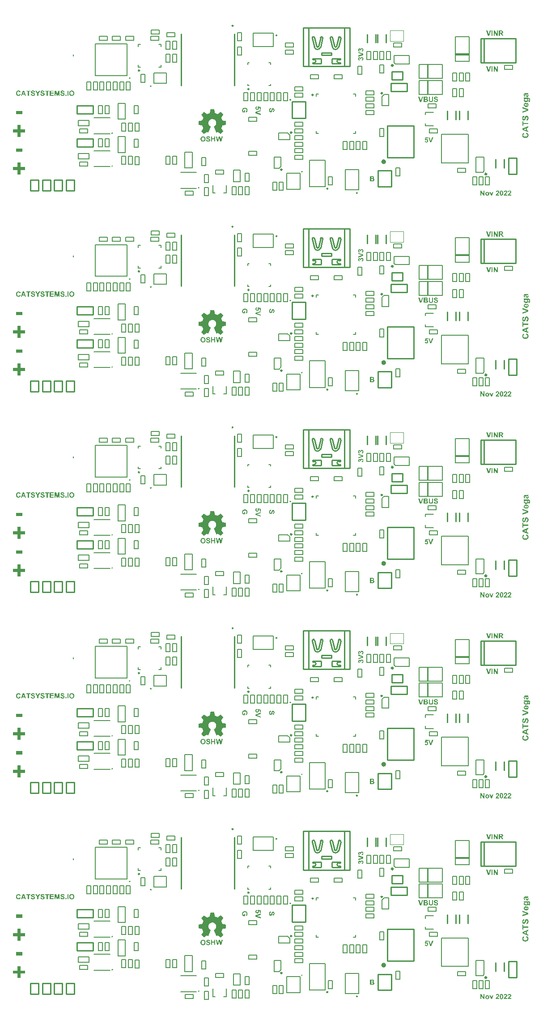
<source format=gto>
G04*
G04 #@! TF.GenerationSoftware,Altium Limited,Altium Designer,22.1.2 (22)*
G04*
G04 Layer_Color=65535*
%FSLAX44Y44*%
%MOMM*%
G71*
G04*
G04 #@! TF.SameCoordinates,9A175420-6E9C-451E-8E29-60AB4C3F01C6*
G04*
G04*
G04 #@! TF.FilePolarity,Positive*
G04*
G01*
G75*
%ADD11C,0.2540*%
%ADD13C,0.1524*%
%ADD68C,0.2032*%
%ADD89C,0.3700*%
%ADD90C,0.4000*%
%ADD91C,0.2000*%
%ADD92C,0.2500*%
%ADD93C,0.5000*%
%ADD94C,0.1270*%
%ADD95C,0.1200*%
%ADD96R,0.2500X0.4000*%
G36*
X976619Y1882747D02*
X974653D01*
X970702Y1889151D01*
Y1882747D01*
X968884D01*
Y1892500D01*
X970786D01*
X974801Y1885949D01*
Y1892500D01*
X976619D01*
Y1882747D01*
D02*
G37*
G36*
X960590D02*
X958476D01*
X955000Y1892500D01*
X957124D01*
X959596Y1885283D01*
X961984Y1892500D01*
X964077D01*
X960590Y1882747D01*
D02*
G37*
G36*
X983223Y1892489D02*
X983371D01*
X983540Y1892479D01*
X983709Y1892468D01*
X984089Y1892437D01*
X984459Y1892384D01*
X984639Y1892363D01*
X984818Y1892320D01*
X984977Y1892278D01*
X985114Y1892236D01*
X985125D01*
X985146Y1892225D01*
X985178Y1892204D01*
X985230Y1892183D01*
X985294Y1892151D01*
X985357Y1892120D01*
X985526Y1892025D01*
X985706Y1891887D01*
X985886Y1891729D01*
X986076Y1891528D01*
X986245Y1891295D01*
Y1891285D01*
X986266Y1891264D01*
X986287Y1891232D01*
X986308Y1891179D01*
X986350Y1891116D01*
X986382Y1891042D01*
X986424Y1890947D01*
X986467Y1890852D01*
X986541Y1890630D01*
X986615Y1890366D01*
X986657Y1890080D01*
X986678Y1889763D01*
Y1889753D01*
Y1889711D01*
Y1889658D01*
X986667Y1889584D01*
X986657Y1889489D01*
X986646Y1889383D01*
X986625Y1889256D01*
X986593Y1889129D01*
X986520Y1888833D01*
X986467Y1888685D01*
X986403Y1888538D01*
X986329Y1888379D01*
X986245Y1888231D01*
X986150Y1888083D01*
X986033Y1887946D01*
X986023Y1887935D01*
X986002Y1887914D01*
X985970Y1887883D01*
X985917Y1887830D01*
X985843Y1887777D01*
X985759Y1887713D01*
X985664Y1887639D01*
X985547Y1887565D01*
X985421Y1887481D01*
X985283Y1887407D01*
X985125Y1887333D01*
X984945Y1887259D01*
X984755Y1887196D01*
X984554Y1887132D01*
X984332Y1887079D01*
X984100Y1887037D01*
X984110D01*
X984132Y1887016D01*
X984163Y1887005D01*
X984205Y1886974D01*
X984322Y1886900D01*
X984470Y1886794D01*
X984639Y1886678D01*
X984818Y1886541D01*
X984998Y1886382D01*
X985156Y1886224D01*
X985178Y1886202D01*
X985199Y1886171D01*
X985230Y1886139D01*
X985273Y1886086D01*
X985326Y1886023D01*
X985389Y1885949D01*
X985452Y1885864D01*
X985526Y1885759D01*
X985611Y1885642D01*
X985706Y1885516D01*
X985801Y1885368D01*
X985907Y1885209D01*
X986023Y1885030D01*
X986150Y1884850D01*
X986276Y1884639D01*
X987470Y1882747D01*
X985114D01*
X983688Y1884871D01*
X983677Y1884882D01*
X983656Y1884924D01*
X983614Y1884977D01*
X983561Y1885051D01*
X983508Y1885146D01*
X983434Y1885241D01*
X983276Y1885473D01*
X983096Y1885716D01*
X982927Y1885949D01*
X982842Y1886055D01*
X982768Y1886150D01*
X982705Y1886234D01*
X982642Y1886297D01*
X982631Y1886308D01*
X982599Y1886350D01*
X982536Y1886393D01*
X982462Y1886456D01*
X982377Y1886530D01*
X982272Y1886593D01*
X982166Y1886657D01*
X982050Y1886699D01*
X982039Y1886710D01*
X981987Y1886720D01*
X981913Y1886741D01*
X981807Y1886762D01*
X981670Y1886784D01*
X981500Y1886794D01*
X981300Y1886815D01*
X980666D01*
Y1882747D01*
X978700D01*
Y1892500D01*
X983096D01*
X983223Y1892489D01*
D02*
G37*
G36*
X966982Y1882747D02*
X965017D01*
Y1892500D01*
X966982D01*
Y1882747D01*
D02*
G37*
G36*
X719505Y1859065D02*
X719590D01*
X719706Y1859044D01*
X719833Y1859023D01*
X719970Y1859001D01*
X720129Y1858959D01*
X720298Y1858906D01*
X720478Y1858843D01*
X720657Y1858769D01*
X720837Y1858674D01*
X721027Y1858568D01*
X721207Y1858441D01*
X721386Y1858304D01*
X721566Y1858135D01*
X721577Y1858125D01*
X721608Y1858093D01*
X721650Y1858040D01*
X721703Y1857966D01*
X721777Y1857871D01*
X721851Y1857765D01*
X721936Y1857639D01*
X722010Y1857491D01*
X722094Y1857332D01*
X722179Y1857152D01*
X722253Y1856952D01*
X722327Y1856751D01*
X722380Y1856529D01*
X722422Y1856297D01*
X722454Y1856043D01*
X722464Y1855789D01*
Y1855726D01*
X722454Y1855663D01*
Y1855567D01*
X722443Y1855462D01*
X722422Y1855324D01*
X722401Y1855177D01*
X722369Y1855018D01*
X722327Y1854849D01*
X722274Y1854669D01*
X722221Y1854490D01*
X722147Y1854310D01*
X722052Y1854120D01*
X721957Y1853940D01*
X721841Y1853761D01*
X721703Y1853591D01*
X721693Y1853581D01*
X721672Y1853549D01*
X721629Y1853507D01*
X721566Y1853454D01*
X721492Y1853391D01*
X721397Y1853306D01*
X721291Y1853232D01*
X721164Y1853137D01*
X721027Y1853053D01*
X720879Y1852968D01*
X720721Y1852884D01*
X720541Y1852799D01*
X720351Y1852736D01*
X720150Y1852672D01*
X719928Y1852619D01*
X719706Y1852588D01*
X719484Y1854395D01*
X719495D01*
X719516D01*
X719548Y1854405D01*
X719601Y1854416D01*
X719727Y1854437D01*
X719875Y1854490D01*
X720055Y1854543D01*
X720224Y1854627D01*
X720404Y1854733D01*
X720552Y1854859D01*
X720562Y1854881D01*
X720604Y1854923D01*
X720668Y1855007D01*
X720731Y1855113D01*
X720795Y1855251D01*
X720858Y1855409D01*
X720900Y1855589D01*
X720911Y1855779D01*
Y1855832D01*
X720900Y1855874D01*
X720890Y1855979D01*
X720858Y1856117D01*
X720805Y1856275D01*
X720731Y1856434D01*
X720626Y1856603D01*
X720478Y1856761D01*
X720456Y1856783D01*
X720393Y1856825D01*
X720298Y1856888D01*
X720161Y1856962D01*
X719992Y1857036D01*
X719791Y1857100D01*
X719558Y1857142D01*
X719294Y1857163D01*
X719284D01*
X719262D01*
X719231D01*
X719178Y1857152D01*
X719115D01*
X719051Y1857142D01*
X718893Y1857121D01*
X718713Y1857068D01*
X718523Y1857005D01*
X718343Y1856909D01*
X718174Y1856783D01*
X718153Y1856761D01*
X718111Y1856719D01*
X718037Y1856635D01*
X717963Y1856529D01*
X717889Y1856392D01*
X717815Y1856233D01*
X717773Y1856053D01*
X717751Y1855853D01*
Y1855789D01*
X717762Y1855715D01*
X717773Y1855610D01*
X717783Y1855483D01*
X717815Y1855346D01*
X717847Y1855177D01*
X717899Y1854997D01*
X716378Y1855198D01*
Y1855324D01*
X716367Y1855388D01*
Y1855462D01*
X716346Y1855631D01*
X716314Y1855821D01*
X716251Y1856011D01*
X716167Y1856191D01*
X716061Y1856360D01*
X716040Y1856381D01*
X715997Y1856423D01*
X715923Y1856487D01*
X715818Y1856571D01*
X715680Y1856645D01*
X715522Y1856709D01*
X715342Y1856751D01*
X715131Y1856772D01*
X715120D01*
X715110D01*
X715046D01*
X714962Y1856761D01*
X714846Y1856740D01*
X714730Y1856698D01*
X714592Y1856645D01*
X714465Y1856571D01*
X714349Y1856476D01*
X714339Y1856466D01*
X714307Y1856423D01*
X714254Y1856360D01*
X714201Y1856265D01*
X714148Y1856149D01*
X714096Y1856022D01*
X714064Y1855863D01*
X714053Y1855684D01*
Y1855599D01*
X714074Y1855515D01*
X714096Y1855398D01*
X714138Y1855272D01*
X714191Y1855134D01*
X714275Y1854997D01*
X714391Y1854859D01*
X714402Y1854849D01*
X714455Y1854807D01*
X714529Y1854754D01*
X714634Y1854680D01*
X714772Y1854606D01*
X714930Y1854543D01*
X715131Y1854490D01*
X715353Y1854447D01*
X715068Y1852725D01*
X715057D01*
X715025Y1852736D01*
X714983Y1852746D01*
X714920Y1852757D01*
X714846Y1852778D01*
X714761Y1852799D01*
X714560Y1852863D01*
X714328Y1852936D01*
X714096Y1853031D01*
X713863Y1853137D01*
X713652Y1853264D01*
X713641D01*
X713631Y1853285D01*
X713567Y1853327D01*
X713462Y1853412D01*
X713345Y1853528D01*
X713208Y1853665D01*
X713071Y1853835D01*
X712933Y1854035D01*
X712806Y1854268D01*
Y1854278D01*
X712796Y1854299D01*
X712775Y1854331D01*
X712754Y1854384D01*
X712732Y1854447D01*
X712711Y1854521D01*
X712680Y1854606D01*
X712648Y1854701D01*
X712595Y1854912D01*
X712542Y1855166D01*
X712511Y1855441D01*
X712500Y1855737D01*
Y1855800D01*
X712511Y1855874D01*
Y1855969D01*
X712532Y1856085D01*
X712542Y1856223D01*
X712574Y1856371D01*
X712606Y1856529D01*
X712658Y1856709D01*
X712711Y1856888D01*
X712785Y1857068D01*
X712870Y1857247D01*
X712975Y1857438D01*
X713092Y1857617D01*
X713229Y1857786D01*
X713388Y1857945D01*
X713398Y1857955D01*
X713419Y1857977D01*
X713462Y1858008D01*
X713514Y1858051D01*
X713578Y1858103D01*
X713662Y1858167D01*
X713757Y1858230D01*
X713863Y1858294D01*
X714096Y1858420D01*
X714370Y1858537D01*
X714518Y1858579D01*
X714677Y1858611D01*
X714835Y1858632D01*
X715004Y1858642D01*
X715015D01*
X715057D01*
X715131Y1858632D01*
X715216Y1858621D01*
X715321Y1858600D01*
X715448Y1858568D01*
X715596Y1858526D01*
X715744Y1858463D01*
X715902Y1858389D01*
X716071Y1858304D01*
X716240Y1858188D01*
X716410Y1858051D01*
X716579Y1857892D01*
X716748Y1857702D01*
X716906Y1857480D01*
X717054Y1857237D01*
Y1857247D01*
X717065Y1857279D01*
X717075Y1857321D01*
X717096Y1857374D01*
X717117Y1857448D01*
X717149Y1857533D01*
X717223Y1857712D01*
X717329Y1857934D01*
X717477Y1858156D01*
X717646Y1858368D01*
X717751Y1858473D01*
X717868Y1858568D01*
X717878Y1858579D01*
X717899Y1858589D01*
X717931Y1858611D01*
X717973Y1858653D01*
X718037Y1858685D01*
X718111Y1858727D01*
X718195Y1858780D01*
X718290Y1858822D01*
X718512Y1858917D01*
X718766Y1859001D01*
X719062Y1859054D01*
X719220Y1859065D01*
X719379Y1859075D01*
X719389D01*
X719432D01*
X719505Y1859065D01*
D02*
G37*
G36*
X722284Y1848583D02*
Y1846470D01*
X712532Y1842993D01*
Y1845117D01*
X719749Y1847590D01*
X712532Y1849978D01*
Y1852070D01*
X722284Y1848583D01*
D02*
G37*
G36*
X719505Y1842402D02*
X719590D01*
X719706Y1842381D01*
X719833Y1842359D01*
X719970Y1842338D01*
X720129Y1842296D01*
X720298Y1842243D01*
X720478Y1842180D01*
X720657Y1842106D01*
X720837Y1842011D01*
X721027Y1841905D01*
X721207Y1841778D01*
X721386Y1841641D01*
X721566Y1841472D01*
X721577Y1841461D01*
X721608Y1841430D01*
X721650Y1841377D01*
X721703Y1841303D01*
X721777Y1841208D01*
X721851Y1841102D01*
X721936Y1840975D01*
X722010Y1840827D01*
X722094Y1840669D01*
X722179Y1840489D01*
X722253Y1840288D01*
X722327Y1840088D01*
X722380Y1839866D01*
X722422Y1839633D01*
X722454Y1839380D01*
X722464Y1839126D01*
Y1839063D01*
X722454Y1838999D01*
Y1838904D01*
X722443Y1838799D01*
X722422Y1838661D01*
X722401Y1838513D01*
X722369Y1838355D01*
X722327Y1838186D01*
X722274Y1838006D01*
X722221Y1837827D01*
X722147Y1837647D01*
X722052Y1837457D01*
X721957Y1837277D01*
X721841Y1837097D01*
X721703Y1836928D01*
X721693Y1836918D01*
X721672Y1836886D01*
X721629Y1836844D01*
X721566Y1836791D01*
X721492Y1836728D01*
X721397Y1836643D01*
X721291Y1836569D01*
X721164Y1836474D01*
X721027Y1836389D01*
X720879Y1836305D01*
X720721Y1836220D01*
X720541Y1836136D01*
X720351Y1836073D01*
X720150Y1836009D01*
X719928Y1835956D01*
X719706Y1835925D01*
X719484Y1837731D01*
X719495D01*
X719516D01*
X719548Y1837742D01*
X719601Y1837753D01*
X719727Y1837774D01*
X719875Y1837827D01*
X720055Y1837879D01*
X720224Y1837964D01*
X720404Y1838069D01*
X720552Y1838196D01*
X720562Y1838217D01*
X720604Y1838260D01*
X720668Y1838344D01*
X720731Y1838450D01*
X720795Y1838587D01*
X720858Y1838746D01*
X720900Y1838925D01*
X720911Y1839116D01*
Y1839168D01*
X720900Y1839211D01*
X720890Y1839316D01*
X720858Y1839454D01*
X720805Y1839612D01*
X720731Y1839771D01*
X720626Y1839940D01*
X720478Y1840098D01*
X720456Y1840119D01*
X720393Y1840162D01*
X720298Y1840225D01*
X720161Y1840299D01*
X719992Y1840373D01*
X719791Y1840436D01*
X719558Y1840479D01*
X719294Y1840500D01*
X719284D01*
X719262D01*
X719231D01*
X719178Y1840489D01*
X719115D01*
X719051Y1840479D01*
X718893Y1840457D01*
X718713Y1840405D01*
X718523Y1840341D01*
X718343Y1840246D01*
X718174Y1840119D01*
X718153Y1840098D01*
X718111Y1840056D01*
X718037Y1839971D01*
X717963Y1839866D01*
X717889Y1839728D01*
X717815Y1839570D01*
X717773Y1839390D01*
X717751Y1839189D01*
Y1839126D01*
X717762Y1839052D01*
X717773Y1838947D01*
X717783Y1838820D01*
X717815Y1838682D01*
X717847Y1838513D01*
X717899Y1838334D01*
X716378Y1838534D01*
Y1838661D01*
X716367Y1838725D01*
Y1838799D01*
X716346Y1838968D01*
X716314Y1839158D01*
X716251Y1839348D01*
X716167Y1839528D01*
X716061Y1839697D01*
X716040Y1839718D01*
X715997Y1839760D01*
X715923Y1839823D01*
X715818Y1839908D01*
X715680Y1839982D01*
X715522Y1840045D01*
X715342Y1840088D01*
X715131Y1840109D01*
X715120D01*
X715110D01*
X715046D01*
X714962Y1840098D01*
X714846Y1840077D01*
X714730Y1840035D01*
X714592Y1839982D01*
X714465Y1839908D01*
X714349Y1839813D01*
X714339Y1839802D01*
X714307Y1839760D01*
X714254Y1839697D01*
X714201Y1839602D01*
X714148Y1839485D01*
X714096Y1839359D01*
X714064Y1839200D01*
X714053Y1839021D01*
Y1838936D01*
X714074Y1838851D01*
X714096Y1838735D01*
X714138Y1838608D01*
X714191Y1838471D01*
X714275Y1838334D01*
X714391Y1838196D01*
X714402Y1838186D01*
X714455Y1838143D01*
X714529Y1838091D01*
X714634Y1838017D01*
X714772Y1837943D01*
X714930Y1837879D01*
X715131Y1837827D01*
X715353Y1837784D01*
X715068Y1836062D01*
X715057D01*
X715025Y1836073D01*
X714983Y1836083D01*
X714920Y1836094D01*
X714846Y1836115D01*
X714761Y1836136D01*
X714560Y1836199D01*
X714328Y1836273D01*
X714096Y1836368D01*
X713863Y1836474D01*
X713652Y1836601D01*
X713641D01*
X713631Y1836622D01*
X713567Y1836664D01*
X713462Y1836749D01*
X713345Y1836865D01*
X713208Y1837002D01*
X713071Y1837171D01*
X712933Y1837372D01*
X712806Y1837605D01*
Y1837615D01*
X712796Y1837636D01*
X712775Y1837668D01*
X712754Y1837721D01*
X712732Y1837784D01*
X712711Y1837858D01*
X712680Y1837943D01*
X712648Y1838038D01*
X712595Y1838249D01*
X712542Y1838503D01*
X712511Y1838777D01*
X712500Y1839073D01*
Y1839137D01*
X712511Y1839211D01*
Y1839306D01*
X712532Y1839422D01*
X712542Y1839559D01*
X712574Y1839707D01*
X712606Y1839866D01*
X712658Y1840045D01*
X712711Y1840225D01*
X712785Y1840405D01*
X712870Y1840584D01*
X712975Y1840775D01*
X713092Y1840954D01*
X713229Y1841123D01*
X713388Y1841282D01*
X713398Y1841292D01*
X713419Y1841313D01*
X713462Y1841345D01*
X713514Y1841387D01*
X713578Y1841440D01*
X713662Y1841504D01*
X713757Y1841567D01*
X713863Y1841630D01*
X714096Y1841757D01*
X714370Y1841873D01*
X714518Y1841916D01*
X714677Y1841947D01*
X714835Y1841969D01*
X715004Y1841979D01*
X715015D01*
X715057D01*
X715131Y1841969D01*
X715216Y1841958D01*
X715321Y1841937D01*
X715448Y1841905D01*
X715596Y1841863D01*
X715744Y1841799D01*
X715902Y1841725D01*
X716071Y1841641D01*
X716240Y1841525D01*
X716410Y1841387D01*
X716579Y1841229D01*
X716748Y1841039D01*
X716906Y1840817D01*
X717054Y1840574D01*
Y1840584D01*
X717065Y1840616D01*
X717075Y1840658D01*
X717096Y1840711D01*
X717117Y1840785D01*
X717149Y1840870D01*
X717223Y1841049D01*
X717329Y1841271D01*
X717477Y1841493D01*
X717646Y1841704D01*
X717751Y1841810D01*
X717868Y1841905D01*
X717878Y1841916D01*
X717899Y1841926D01*
X717931Y1841947D01*
X717973Y1841990D01*
X718037Y1842021D01*
X718111Y1842064D01*
X718195Y1842116D01*
X718290Y1842159D01*
X718512Y1842254D01*
X718766Y1842338D01*
X719062Y1842391D01*
X719220Y1842402D01*
X719379Y1842412D01*
X719389D01*
X719432D01*
X719505Y1842402D01*
D02*
G37*
G36*
X976619Y1815247D02*
X974653D01*
X970702Y1821651D01*
Y1815247D01*
X968884D01*
Y1825000D01*
X970786D01*
X974801Y1818449D01*
Y1825000D01*
X976619D01*
Y1815247D01*
D02*
G37*
G36*
X960590D02*
X958476D01*
X955000Y1825000D01*
X957124D01*
X959596Y1817783D01*
X961984Y1825000D01*
X964077D01*
X960590Y1815247D01*
D02*
G37*
G36*
X966982D02*
X965017D01*
Y1825000D01*
X966982D01*
Y1815247D01*
D02*
G37*
G36*
X153060Y1778990D02*
X153219Y1778979D01*
X153388Y1778958D01*
X153589Y1778937D01*
X153800Y1778894D01*
X154011Y1778852D01*
X154244Y1778799D01*
X154476Y1778736D01*
X154698Y1778662D01*
X154920Y1778567D01*
X155142Y1778451D01*
X155343Y1778334D01*
X155522Y1778186D01*
X155533Y1778176D01*
X155565Y1778155D01*
X155607Y1778102D01*
X155670Y1778038D01*
X155744Y1777964D01*
X155818Y1777859D01*
X155903Y1777743D01*
X155998Y1777616D01*
X156082Y1777468D01*
X156167Y1777309D01*
X156251Y1777130D01*
X156325Y1776940D01*
X156399Y1776739D01*
X156452Y1776517D01*
X156484Y1776284D01*
X156505Y1776041D01*
X154540Y1775968D01*
Y1775978D01*
X154529Y1775999D01*
Y1776041D01*
X154518Y1776084D01*
X154497Y1776147D01*
X154476Y1776221D01*
X154423Y1776380D01*
X154349Y1776549D01*
X154254Y1776728D01*
X154138Y1776897D01*
X153990Y1777035D01*
X153969Y1777045D01*
X153916Y1777088D01*
X153821Y1777140D01*
X153684Y1777204D01*
X153504Y1777267D01*
X153293Y1777320D01*
X153039Y1777362D01*
X152743Y1777373D01*
X152606D01*
X152532Y1777362D01*
X152448Y1777352D01*
X152247Y1777330D01*
X152035Y1777288D01*
X151803Y1777225D01*
X151592Y1777130D01*
X151391Y1777014D01*
X151380Y1777003D01*
X151349Y1776971D01*
X151296Y1776918D01*
X151243Y1776855D01*
X151180Y1776770D01*
X151137Y1776665D01*
X151095Y1776549D01*
X151084Y1776411D01*
Y1776401D01*
Y1776358D01*
X151095Y1776284D01*
X151116Y1776210D01*
X151158Y1776115D01*
X151201Y1776010D01*
X151275Y1775915D01*
X151370Y1775820D01*
X151391Y1775809D01*
X151412Y1775788D01*
X151454Y1775767D01*
X151496Y1775735D01*
X151560Y1775703D01*
X151644Y1775661D01*
X151740Y1775619D01*
X151845Y1775576D01*
X151972Y1775524D01*
X152120Y1775471D01*
X152289Y1775418D01*
X152479Y1775355D01*
X152691Y1775291D01*
X152923Y1775228D01*
X153177Y1775164D01*
X153198D01*
X153240Y1775154D01*
X153314Y1775133D01*
X153409Y1775112D01*
X153536Y1775080D01*
X153663Y1775038D01*
X153821Y1774995D01*
X153980Y1774953D01*
X154328Y1774847D01*
X154677Y1774731D01*
X154846Y1774668D01*
X155015Y1774604D01*
X155163Y1774530D01*
X155301Y1774467D01*
X155311D01*
X155332Y1774446D01*
X155364Y1774425D01*
X155417Y1774404D01*
X155543Y1774319D01*
X155702Y1774213D01*
X155871Y1774066D01*
X156051Y1773896D01*
X156230Y1773696D01*
X156389Y1773474D01*
Y1773463D01*
X156410Y1773442D01*
X156420Y1773410D01*
X156452Y1773358D01*
X156484Y1773294D01*
X156516Y1773220D01*
X156547Y1773136D01*
X156590Y1773041D01*
X156621Y1772935D01*
X156653Y1772819D01*
X156716Y1772554D01*
X156759Y1772248D01*
X156780Y1771920D01*
Y1771910D01*
Y1771889D01*
Y1771836D01*
X156769Y1771783D01*
Y1771709D01*
X156759Y1771614D01*
X156737Y1771519D01*
X156716Y1771413D01*
X156664Y1771170D01*
X156579Y1770906D01*
X156463Y1770631D01*
X156389Y1770484D01*
X156304Y1770346D01*
Y1770336D01*
X156283Y1770314D01*
X156251Y1770272D01*
X156220Y1770230D01*
X156167Y1770166D01*
X156114Y1770092D01*
X155966Y1769934D01*
X155776Y1769765D01*
X155554Y1769575D01*
X155290Y1769406D01*
X154984Y1769258D01*
X154973D01*
X154941Y1769247D01*
X154899Y1769226D01*
X154836Y1769205D01*
X154751Y1769173D01*
X154645Y1769152D01*
X154529Y1769120D01*
X154402Y1769089D01*
X154254Y1769046D01*
X154096Y1769015D01*
X153916Y1768994D01*
X153726Y1768962D01*
X153536Y1768941D01*
X153314Y1768920D01*
X153092Y1768909D01*
X152775D01*
X152680Y1768920D01*
X152553D01*
X152405Y1768930D01*
X152226Y1768951D01*
X152025Y1768983D01*
X151813Y1769015D01*
X151581Y1769057D01*
X151349Y1769120D01*
X151116Y1769184D01*
X150884Y1769268D01*
X150651Y1769364D01*
X150429Y1769480D01*
X150218Y1769606D01*
X150017Y1769754D01*
X150007Y1769765D01*
X149975Y1769797D01*
X149922Y1769850D01*
X149859Y1769913D01*
X149785Y1770008D01*
X149690Y1770114D01*
X149595Y1770240D01*
X149500Y1770388D01*
X149394Y1770558D01*
X149288Y1770737D01*
X149193Y1770948D01*
X149098Y1771170D01*
X149013Y1771413D01*
X148940Y1771667D01*
X148876Y1771952D01*
X148834Y1772248D01*
X150746Y1772438D01*
Y1772428D01*
X150757Y1772396D01*
X150767Y1772343D01*
X150778Y1772280D01*
X150799Y1772195D01*
X150831Y1772111D01*
X150894Y1771899D01*
X150989Y1771667D01*
X151116Y1771424D01*
X151264Y1771202D01*
X151349Y1771107D01*
X151444Y1771012D01*
X151454D01*
X151465Y1770991D01*
X151496Y1770970D01*
X151539Y1770938D01*
X151592Y1770906D01*
X151666Y1770874D01*
X151740Y1770832D01*
X151824Y1770790D01*
X152035Y1770705D01*
X152278Y1770642D01*
X152564Y1770589D01*
X152881Y1770568D01*
X152976D01*
X153039Y1770579D01*
X153124D01*
X153208Y1770589D01*
X153420Y1770621D01*
X153652Y1770663D01*
X153895Y1770737D01*
X154128Y1770832D01*
X154233Y1770896D01*
X154328Y1770970D01*
X154339D01*
X154349Y1770991D01*
X154402Y1771044D01*
X154487Y1771128D01*
X154571Y1771234D01*
X154656Y1771371D01*
X154740Y1771540D01*
X154793Y1771720D01*
X154814Y1771815D01*
Y1771910D01*
Y1771920D01*
Y1771973D01*
X154804Y1772037D01*
X154793Y1772111D01*
X154762Y1772206D01*
X154730Y1772312D01*
X154677Y1772407D01*
X154603Y1772502D01*
X154593Y1772512D01*
X154561Y1772544D01*
X154508Y1772586D01*
X154445Y1772650D01*
X154339Y1772713D01*
X154223Y1772787D01*
X154075Y1772850D01*
X153895Y1772924D01*
X153874Y1772935D01*
X153853D01*
X153821Y1772946D01*
X153779Y1772956D01*
X153715Y1772977D01*
X153652Y1772998D01*
X153568Y1773019D01*
X153472Y1773051D01*
X153356Y1773083D01*
X153229Y1773114D01*
X153082Y1773157D01*
X152923Y1773199D01*
X152743Y1773241D01*
X152543Y1773294D01*
X152321Y1773347D01*
X152300D01*
X152247Y1773368D01*
X152173Y1773389D01*
X152067Y1773421D01*
X151930Y1773453D01*
X151782Y1773506D01*
X151623Y1773558D01*
X151454Y1773611D01*
X151084Y1773759D01*
X150715Y1773918D01*
X150546Y1774013D01*
X150377Y1774108D01*
X150229Y1774203D01*
X150102Y1774308D01*
X150091Y1774319D01*
X150059Y1774351D01*
X150017Y1774393D01*
X149964Y1774456D01*
X149890Y1774530D01*
X149817Y1774626D01*
X149732Y1774731D01*
X149658Y1774858D01*
X149573Y1774995D01*
X149489Y1775143D01*
X149415Y1775312D01*
X149341Y1775481D01*
X149288Y1775661D01*
X149246Y1775862D01*
X149214Y1776063D01*
X149204Y1776274D01*
Y1776284D01*
Y1776306D01*
Y1776348D01*
X149214Y1776401D01*
Y1776464D01*
X149225Y1776549D01*
X149256Y1776728D01*
X149309Y1776940D01*
X149383Y1777183D01*
X149489Y1777426D01*
X149626Y1777669D01*
Y1777679D01*
X149647Y1777700D01*
X149669Y1777732D01*
X149700Y1777774D01*
X149806Y1777891D01*
X149933Y1778038D01*
X150112Y1778197D01*
X150313Y1778356D01*
X150567Y1778514D01*
X150841Y1778651D01*
X150852D01*
X150873Y1778662D01*
X150926Y1778683D01*
X150979Y1778704D01*
X151063Y1778736D01*
X151148Y1778757D01*
X151253Y1778789D01*
X151380Y1778831D01*
X151518Y1778863D01*
X151655Y1778894D01*
X151813Y1778916D01*
X151983Y1778947D01*
X152173Y1778968D01*
X152352Y1778990D01*
X152765Y1779000D01*
X152944D01*
X153060Y1778990D01*
D02*
G37*
G36*
X115222Y1778989D02*
X115381Y1778979D01*
X115550Y1778958D01*
X115750Y1778937D01*
X115962Y1778894D01*
X116173Y1778852D01*
X116405Y1778799D01*
X116638Y1778736D01*
X116860Y1778662D01*
X117082Y1778567D01*
X117304Y1778450D01*
X117504Y1778334D01*
X117684Y1778186D01*
X117695Y1778176D01*
X117726Y1778155D01*
X117769Y1778102D01*
X117832Y1778038D01*
X117906Y1777964D01*
X117980Y1777859D01*
X118064Y1777743D01*
X118160Y1777616D01*
X118244Y1777468D01*
X118329Y1777309D01*
X118413Y1777130D01*
X118487Y1776940D01*
X118561Y1776739D01*
X118614Y1776517D01*
X118646Y1776284D01*
X118667Y1776041D01*
X116701Y1775967D01*
Y1775978D01*
X116691Y1775999D01*
Y1776041D01*
X116680Y1776084D01*
X116659Y1776147D01*
X116638Y1776221D01*
X116585Y1776380D01*
X116511Y1776549D01*
X116416Y1776728D01*
X116300Y1776897D01*
X116152Y1777035D01*
X116131Y1777045D01*
X116078Y1777088D01*
X115983Y1777140D01*
X115845Y1777204D01*
X115666Y1777267D01*
X115455Y1777320D01*
X115201Y1777362D01*
X114905Y1777373D01*
X114768D01*
X114694Y1777362D01*
X114609Y1777352D01*
X114409Y1777330D01*
X114197Y1777288D01*
X113965Y1777225D01*
X113753Y1777130D01*
X113553Y1777014D01*
X113542Y1777003D01*
X113510Y1776971D01*
X113457Y1776918D01*
X113405Y1776855D01*
X113341Y1776770D01*
X113299Y1776665D01*
X113257Y1776549D01*
X113246Y1776411D01*
Y1776401D01*
Y1776358D01*
X113257Y1776284D01*
X113278Y1776210D01*
X113320Y1776115D01*
X113362Y1776010D01*
X113436Y1775915D01*
X113532Y1775820D01*
X113553Y1775809D01*
X113574Y1775788D01*
X113616Y1775767D01*
X113658Y1775735D01*
X113722Y1775703D01*
X113806Y1775661D01*
X113901Y1775619D01*
X114007Y1775576D01*
X114134Y1775524D01*
X114282Y1775471D01*
X114451Y1775418D01*
X114641Y1775355D01*
X114852Y1775291D01*
X115085Y1775228D01*
X115338Y1775164D01*
X115359D01*
X115402Y1775154D01*
X115476Y1775133D01*
X115571Y1775112D01*
X115698Y1775080D01*
X115824Y1775038D01*
X115983Y1774995D01*
X116141Y1774953D01*
X116490Y1774847D01*
X116839Y1774731D01*
X117008Y1774668D01*
X117177Y1774604D01*
X117325Y1774530D01*
X117462Y1774467D01*
X117473D01*
X117494Y1774446D01*
X117526Y1774425D01*
X117578Y1774404D01*
X117705Y1774319D01*
X117864Y1774213D01*
X118033Y1774066D01*
X118212Y1773896D01*
X118392Y1773696D01*
X118551Y1773474D01*
Y1773463D01*
X118572Y1773442D01*
X118582Y1773410D01*
X118614Y1773358D01*
X118646Y1773294D01*
X118677Y1773220D01*
X118709Y1773136D01*
X118751Y1773040D01*
X118783Y1772935D01*
X118815Y1772819D01*
X118878Y1772554D01*
X118920Y1772248D01*
X118941Y1771920D01*
Y1771910D01*
Y1771889D01*
Y1771836D01*
X118931Y1771783D01*
Y1771709D01*
X118920Y1771614D01*
X118899Y1771519D01*
X118878Y1771413D01*
X118825Y1771170D01*
X118741Y1770906D01*
X118624Y1770631D01*
X118551Y1770484D01*
X118466Y1770346D01*
Y1770336D01*
X118445Y1770314D01*
X118413Y1770272D01*
X118381Y1770230D01*
X118329Y1770166D01*
X118276Y1770092D01*
X118128Y1769934D01*
X117938Y1769765D01*
X117716Y1769575D01*
X117452Y1769406D01*
X117145Y1769258D01*
X117135D01*
X117103Y1769247D01*
X117061Y1769226D01*
X116997Y1769205D01*
X116913Y1769173D01*
X116807Y1769152D01*
X116691Y1769120D01*
X116564Y1769089D01*
X116416Y1769046D01*
X116258Y1769015D01*
X116078Y1768994D01*
X115888Y1768962D01*
X115698Y1768941D01*
X115476Y1768920D01*
X115254Y1768909D01*
X114937D01*
X114842Y1768920D01*
X114715D01*
X114567Y1768930D01*
X114387Y1768951D01*
X114187Y1768983D01*
X113975Y1769015D01*
X113743Y1769057D01*
X113510Y1769120D01*
X113278Y1769184D01*
X113045Y1769268D01*
X112813Y1769363D01*
X112591Y1769480D01*
X112380Y1769606D01*
X112179Y1769754D01*
X112168Y1769765D01*
X112137Y1769797D01*
X112084Y1769850D01*
X112021Y1769913D01*
X111946Y1770008D01*
X111851Y1770114D01*
X111756Y1770240D01*
X111661Y1770388D01*
X111556Y1770557D01*
X111450Y1770737D01*
X111355Y1770948D01*
X111260Y1771170D01*
X111175Y1771413D01*
X111101Y1771667D01*
X111038Y1771952D01*
X110996Y1772248D01*
X112908Y1772438D01*
Y1772428D01*
X112919Y1772396D01*
X112929Y1772343D01*
X112940Y1772280D01*
X112961Y1772195D01*
X112993Y1772111D01*
X113056Y1771899D01*
X113151Y1771667D01*
X113278Y1771424D01*
X113426Y1771202D01*
X113510Y1771107D01*
X113605Y1771012D01*
X113616D01*
X113627Y1770991D01*
X113658Y1770970D01*
X113701Y1770938D01*
X113753Y1770906D01*
X113827Y1770874D01*
X113901Y1770832D01*
X113986Y1770790D01*
X114197Y1770705D01*
X114440Y1770642D01*
X114726Y1770589D01*
X115042Y1770568D01*
X115138D01*
X115201Y1770579D01*
X115286D01*
X115370Y1770589D01*
X115581Y1770621D01*
X115814Y1770663D01*
X116057Y1770737D01*
X116289Y1770832D01*
X116395Y1770896D01*
X116490Y1770970D01*
X116501D01*
X116511Y1770991D01*
X116564Y1771044D01*
X116649Y1771128D01*
X116733Y1771234D01*
X116818Y1771371D01*
X116902Y1771540D01*
X116955Y1771720D01*
X116976Y1771815D01*
Y1771910D01*
Y1771920D01*
Y1771973D01*
X116966Y1772037D01*
X116955Y1772111D01*
X116923Y1772206D01*
X116892Y1772312D01*
X116839Y1772407D01*
X116765Y1772502D01*
X116754Y1772512D01*
X116722Y1772544D01*
X116670Y1772586D01*
X116606Y1772650D01*
X116501Y1772713D01*
X116384Y1772787D01*
X116236Y1772850D01*
X116057Y1772924D01*
X116036Y1772935D01*
X116015D01*
X115983Y1772946D01*
X115941Y1772956D01*
X115877Y1772977D01*
X115814Y1772998D01*
X115729Y1773019D01*
X115634Y1773051D01*
X115518Y1773083D01*
X115391Y1773114D01*
X115243Y1773157D01*
X115085Y1773199D01*
X114905Y1773241D01*
X114704Y1773294D01*
X114482Y1773347D01*
X114461D01*
X114409Y1773368D01*
X114334Y1773389D01*
X114229Y1773421D01*
X114092Y1773453D01*
X113944Y1773506D01*
X113785Y1773558D01*
X113616Y1773611D01*
X113246Y1773759D01*
X112876Y1773918D01*
X112707Y1774013D01*
X112538Y1774108D01*
X112390Y1774203D01*
X112263Y1774308D01*
X112253Y1774319D01*
X112221Y1774351D01*
X112179Y1774393D01*
X112126Y1774456D01*
X112052Y1774530D01*
X111978Y1774626D01*
X111894Y1774731D01*
X111820Y1774858D01*
X111735Y1774995D01*
X111651Y1775143D01*
X111577Y1775312D01*
X111503Y1775481D01*
X111450Y1775661D01*
X111408Y1775862D01*
X111376Y1776062D01*
X111365Y1776274D01*
Y1776284D01*
Y1776306D01*
Y1776348D01*
X111376Y1776401D01*
Y1776464D01*
X111386Y1776549D01*
X111418Y1776728D01*
X111471Y1776940D01*
X111545Y1777183D01*
X111651Y1777426D01*
X111788Y1777669D01*
Y1777679D01*
X111809Y1777700D01*
X111830Y1777732D01*
X111862Y1777774D01*
X111968Y1777890D01*
X112094Y1778038D01*
X112274Y1778197D01*
X112475Y1778355D01*
X112728Y1778514D01*
X113003Y1778651D01*
X113014D01*
X113035Y1778662D01*
X113088Y1778683D01*
X113140Y1778704D01*
X113225Y1778736D01*
X113310Y1778757D01*
X113415Y1778789D01*
X113542Y1778831D01*
X113679Y1778863D01*
X113817Y1778894D01*
X113975Y1778916D01*
X114144Y1778947D01*
X114334Y1778968D01*
X114514Y1778989D01*
X114926Y1779000D01*
X115106D01*
X115222Y1778989D01*
D02*
G37*
G36*
X97048D02*
X97206Y1778979D01*
X97375Y1778958D01*
X97576Y1778937D01*
X97788Y1778894D01*
X97999Y1778852D01*
X98231Y1778799D01*
X98464Y1778736D01*
X98686Y1778662D01*
X98908Y1778567D01*
X99129Y1778450D01*
X99330Y1778334D01*
X99510Y1778186D01*
X99520Y1778176D01*
X99552Y1778155D01*
X99594Y1778102D01*
X99658Y1778038D01*
X99732Y1777964D01*
X99806Y1777859D01*
X99890Y1777743D01*
X99985Y1777616D01*
X100070Y1777468D01*
X100154Y1777309D01*
X100239Y1777130D01*
X100313Y1776940D01*
X100387Y1776739D01*
X100440Y1776517D01*
X100471Y1776284D01*
X100492Y1776041D01*
X98527Y1775967D01*
Y1775978D01*
X98517Y1775999D01*
Y1776041D01*
X98506Y1776084D01*
X98485Y1776147D01*
X98464Y1776221D01*
X98411Y1776380D01*
X98337Y1776549D01*
X98242Y1776728D01*
X98126Y1776897D01*
X97978Y1777035D01*
X97957Y1777045D01*
X97904Y1777088D01*
X97809Y1777140D01*
X97671Y1777204D01*
X97492Y1777267D01*
X97280Y1777320D01*
X97027Y1777362D01*
X96731Y1777373D01*
X96594D01*
X96520Y1777362D01*
X96435Y1777352D01*
X96234Y1777330D01*
X96023Y1777288D01*
X95791Y1777225D01*
X95579Y1777130D01*
X95378Y1777014D01*
X95368Y1777003D01*
X95336Y1776971D01*
X95283Y1776918D01*
X95231Y1776855D01*
X95167Y1776770D01*
X95125Y1776665D01*
X95083Y1776549D01*
X95072Y1776411D01*
Y1776401D01*
Y1776358D01*
X95083Y1776284D01*
X95104Y1776210D01*
X95146Y1776115D01*
X95188Y1776010D01*
X95262Y1775915D01*
X95357Y1775820D01*
X95378Y1775809D01*
X95400Y1775788D01*
X95442Y1775767D01*
X95484Y1775735D01*
X95548Y1775703D01*
X95632Y1775661D01*
X95727Y1775619D01*
X95833Y1775576D01*
X95960Y1775524D01*
X96108Y1775471D01*
X96277Y1775418D01*
X96467Y1775355D01*
X96678Y1775291D01*
X96910Y1775228D01*
X97164Y1775164D01*
X97185D01*
X97227Y1775154D01*
X97302Y1775133D01*
X97397Y1775112D01*
X97523Y1775080D01*
X97650Y1775038D01*
X97809Y1774995D01*
X97967Y1774953D01*
X98316Y1774847D01*
X98665Y1774731D01*
X98834Y1774668D01*
X99003Y1774604D01*
X99151Y1774530D01*
X99288Y1774467D01*
X99298D01*
X99320Y1774446D01*
X99351Y1774425D01*
X99404Y1774404D01*
X99531Y1774319D01*
X99690Y1774213D01*
X99859Y1774066D01*
X100038Y1773896D01*
X100218Y1773696D01*
X100376Y1773474D01*
Y1773463D01*
X100397Y1773442D01*
X100408Y1773410D01*
X100440Y1773358D01*
X100471Y1773294D01*
X100503Y1773220D01*
X100535Y1773136D01*
X100577Y1773040D01*
X100609Y1772935D01*
X100640Y1772819D01*
X100704Y1772554D01*
X100746Y1772248D01*
X100767Y1771920D01*
Y1771910D01*
Y1771889D01*
Y1771836D01*
X100757Y1771783D01*
Y1771709D01*
X100746Y1771614D01*
X100725Y1771519D01*
X100704Y1771413D01*
X100651Y1771170D01*
X100567Y1770906D01*
X100450Y1770631D01*
X100376Y1770484D01*
X100292Y1770346D01*
Y1770336D01*
X100271Y1770314D01*
X100239Y1770272D01*
X100207Y1770230D01*
X100154Y1770166D01*
X100102Y1770092D01*
X99954Y1769934D01*
X99763Y1769765D01*
X99542Y1769575D01*
X99277Y1769406D01*
X98971Y1769258D01*
X98960D01*
X98929Y1769247D01*
X98886Y1769226D01*
X98823Y1769205D01*
X98738Y1769173D01*
X98633Y1769152D01*
X98517Y1769120D01*
X98390Y1769089D01*
X98242Y1769046D01*
X98083Y1769015D01*
X97904Y1768994D01*
X97714Y1768962D01*
X97523Y1768941D01*
X97302Y1768920D01*
X97080Y1768909D01*
X96763D01*
X96667Y1768920D01*
X96541D01*
X96393Y1768930D01*
X96213Y1768951D01*
X96012Y1768983D01*
X95801Y1769015D01*
X95569Y1769057D01*
X95336Y1769120D01*
X95104Y1769184D01*
X94871Y1769268D01*
X94639Y1769363D01*
X94417Y1769480D01*
X94206Y1769606D01*
X94005Y1769754D01*
X93994Y1769765D01*
X93962Y1769797D01*
X93910Y1769850D01*
X93846Y1769913D01*
X93772Y1770008D01*
X93677Y1770114D01*
X93582Y1770240D01*
X93487Y1770388D01*
X93381Y1770557D01*
X93276Y1770737D01*
X93181Y1770948D01*
X93085Y1771170D01*
X93001Y1771413D01*
X92927Y1771667D01*
X92864Y1771952D01*
X92821Y1772248D01*
X94734Y1772438D01*
Y1772428D01*
X94744Y1772396D01*
X94755Y1772343D01*
X94766Y1772280D01*
X94787Y1772195D01*
X94818Y1772111D01*
X94882Y1771899D01*
X94977Y1771667D01*
X95104Y1771424D01*
X95252Y1771202D01*
X95336Y1771107D01*
X95431Y1771012D01*
X95442D01*
X95452Y1770991D01*
X95484Y1770970D01*
X95526Y1770938D01*
X95579Y1770906D01*
X95653Y1770874D01*
X95727Y1770832D01*
X95812Y1770790D01*
X96023Y1770705D01*
X96266Y1770642D01*
X96551Y1770589D01*
X96868Y1770568D01*
X96963D01*
X97027Y1770579D01*
X97111D01*
X97196Y1770589D01*
X97407Y1770621D01*
X97640Y1770663D01*
X97883Y1770737D01*
X98115Y1770832D01*
X98221Y1770896D01*
X98316Y1770970D01*
X98326D01*
X98337Y1770991D01*
X98390Y1771044D01*
X98474Y1771128D01*
X98559Y1771234D01*
X98643Y1771371D01*
X98728Y1771540D01*
X98781Y1771720D01*
X98802Y1771815D01*
Y1771910D01*
Y1771920D01*
Y1771973D01*
X98791Y1772037D01*
X98781Y1772111D01*
X98749Y1772206D01*
X98717Y1772312D01*
X98665Y1772407D01*
X98591Y1772502D01*
X98580Y1772512D01*
X98548Y1772544D01*
X98496Y1772586D01*
X98432Y1772650D01*
X98326Y1772713D01*
X98210Y1772787D01*
X98062Y1772850D01*
X97883Y1772924D01*
X97861Y1772935D01*
X97840D01*
X97809Y1772946D01*
X97766Y1772956D01*
X97703Y1772977D01*
X97640Y1772998D01*
X97555Y1773019D01*
X97460Y1773051D01*
X97344Y1773083D01*
X97217Y1773114D01*
X97069Y1773157D01*
X96910Y1773199D01*
X96731Y1773241D01*
X96530Y1773294D01*
X96308Y1773347D01*
X96287D01*
X96234Y1773368D01*
X96160Y1773389D01*
X96055Y1773421D01*
X95917Y1773453D01*
X95769Y1773506D01*
X95611Y1773558D01*
X95442Y1773611D01*
X95072Y1773759D01*
X94702Y1773918D01*
X94533Y1774013D01*
X94364Y1774108D01*
X94216Y1774203D01*
X94089Y1774308D01*
X94079Y1774319D01*
X94047Y1774351D01*
X94005Y1774393D01*
X93952Y1774456D01*
X93878Y1774530D01*
X93804Y1774626D01*
X93720Y1774731D01*
X93645Y1774858D01*
X93561Y1774995D01*
X93476Y1775143D01*
X93403Y1775312D01*
X93329Y1775481D01*
X93276Y1775661D01*
X93233Y1775862D01*
X93202Y1776062D01*
X93191Y1776274D01*
Y1776284D01*
Y1776306D01*
Y1776348D01*
X93202Y1776401D01*
Y1776464D01*
X93212Y1776549D01*
X93244Y1776728D01*
X93297Y1776940D01*
X93371Y1777183D01*
X93476Y1777426D01*
X93614Y1777669D01*
Y1777679D01*
X93635Y1777700D01*
X93656Y1777732D01*
X93688Y1777774D01*
X93793Y1777890D01*
X93920Y1778038D01*
X94100Y1778197D01*
X94301Y1778355D01*
X94554Y1778514D01*
X94829Y1778651D01*
X94839D01*
X94861Y1778662D01*
X94914Y1778683D01*
X94966Y1778704D01*
X95051Y1778736D01*
X95135Y1778757D01*
X95241Y1778789D01*
X95368Y1778831D01*
X95505Y1778863D01*
X95643Y1778894D01*
X95801Y1778916D01*
X95970Y1778947D01*
X96160Y1778968D01*
X96340Y1778989D01*
X96752Y1779000D01*
X96932D01*
X97048Y1778989D01*
D02*
G37*
G36*
X69723D02*
X69850Y1778979D01*
X69998Y1778968D01*
X70177Y1778947D01*
X70378Y1778916D01*
X70590Y1778863D01*
X70812Y1778810D01*
X71044Y1778736D01*
X71287Y1778651D01*
X71530Y1778546D01*
X71773Y1778429D01*
X72016Y1778282D01*
X72238Y1778123D01*
X72460Y1777933D01*
X72470Y1777922D01*
X72492Y1777901D01*
X72523Y1777869D01*
X72565Y1777817D01*
X72629Y1777753D01*
X72692Y1777679D01*
X72756Y1777584D01*
X72840Y1777478D01*
X72914Y1777352D01*
X72999Y1777225D01*
X73083Y1777077D01*
X73168Y1776918D01*
X73242Y1776739D01*
X73326Y1776559D01*
X73400Y1776358D01*
X73464Y1776147D01*
X71519Y1775682D01*
Y1775693D01*
X71509Y1775714D01*
X71498Y1775756D01*
X71488Y1775809D01*
X71467Y1775872D01*
X71435Y1775946D01*
X71361Y1776115D01*
X71266Y1776306D01*
X71139Y1776506D01*
X70981Y1776696D01*
X70790Y1776876D01*
X70780Y1776887D01*
X70769Y1776897D01*
X70738Y1776918D01*
X70695Y1776950D01*
X70642Y1776982D01*
X70579Y1777014D01*
X70421Y1777098D01*
X70220Y1777183D01*
X69998Y1777246D01*
X69744Y1777299D01*
X69459Y1777320D01*
X69353D01*
X69279Y1777309D01*
X69184Y1777299D01*
X69079Y1777278D01*
X68962Y1777256D01*
X68836Y1777225D01*
X68698Y1777183D01*
X68550Y1777130D01*
X68402Y1777066D01*
X68254Y1776992D01*
X68106Y1776897D01*
X67969Y1776792D01*
X67821Y1776675D01*
X67694Y1776538D01*
X67684Y1776528D01*
X67663Y1776506D01*
X67631Y1776454D01*
X67589Y1776390D01*
X67536Y1776306D01*
X67483Y1776200D01*
X67420Y1776073D01*
X67367Y1775925D01*
X67304Y1775767D01*
X67240Y1775576D01*
X67187Y1775376D01*
X67134Y1775143D01*
X67092Y1774890D01*
X67060Y1774626D01*
X67039Y1774330D01*
X67029Y1774013D01*
Y1773992D01*
Y1773928D01*
Y1773833D01*
X67039Y1773717D01*
X67050Y1773558D01*
X67060Y1773389D01*
X67082Y1773199D01*
X67113Y1772988D01*
X67187Y1772554D01*
X67240Y1772343D01*
X67304Y1772121D01*
X67377Y1771910D01*
X67473Y1771720D01*
X67568Y1771540D01*
X67684Y1771382D01*
X67694Y1771371D01*
X67716Y1771350D01*
X67758Y1771308D01*
X67800Y1771255D01*
X67874Y1771202D01*
X67948Y1771139D01*
X68043Y1771065D01*
X68149Y1770991D01*
X68265Y1770917D01*
X68402Y1770843D01*
X68540Y1770779D01*
X68698Y1770726D01*
X68857Y1770674D01*
X69036Y1770631D01*
X69227Y1770610D01*
X69417Y1770600D01*
X69491D01*
X69543Y1770610D01*
X69618D01*
X69692Y1770631D01*
X69882Y1770663D01*
X70093Y1770726D01*
X70315Y1770811D01*
X70537Y1770938D01*
X70653Y1771012D01*
X70759Y1771096D01*
X70769Y1771107D01*
X70780Y1771118D01*
X70812Y1771149D01*
X70854Y1771191D01*
X70896Y1771244D01*
X70949Y1771308D01*
X71012Y1771392D01*
X71076Y1771477D01*
X71139Y1771582D01*
X71213Y1771699D01*
X71276Y1771825D01*
X71350Y1771973D01*
X71414Y1772121D01*
X71477Y1772290D01*
X71530Y1772480D01*
X71583Y1772671D01*
X73495Y1772079D01*
Y1772058D01*
X73474Y1772005D01*
X73453Y1771931D01*
X73411Y1771815D01*
X73358Y1771688D01*
X73305Y1771530D01*
X73231Y1771360D01*
X73147Y1771181D01*
X73052Y1770991D01*
X72946Y1770790D01*
X72819Y1770589D01*
X72692Y1770399D01*
X72544Y1770198D01*
X72386Y1770019D01*
X72217Y1769850D01*
X72027Y1769691D01*
X72016Y1769680D01*
X71984Y1769659D01*
X71921Y1769617D01*
X71847Y1769575D01*
X71741Y1769511D01*
X71625Y1769448D01*
X71488Y1769374D01*
X71319Y1769311D01*
X71150Y1769237D01*
X70949Y1769163D01*
X70738Y1769099D01*
X70505Y1769036D01*
X70262Y1768994D01*
X69998Y1768951D01*
X69723Y1768930D01*
X69438Y1768920D01*
X69353D01*
X69248Y1768930D01*
X69110Y1768941D01*
X68952Y1768962D01*
X68762Y1768994D01*
X68540Y1769025D01*
X68307Y1769089D01*
X68064Y1769152D01*
X67800Y1769247D01*
X67536Y1769353D01*
X67272Y1769480D01*
X67008Y1769628D01*
X66743Y1769807D01*
X66490Y1770008D01*
X66247Y1770240D01*
X66236Y1770251D01*
X66194Y1770304D01*
X66131Y1770378D01*
X66057Y1770484D01*
X65961Y1770621D01*
X65856Y1770779D01*
X65740Y1770970D01*
X65623Y1771191D01*
X65507Y1771434D01*
X65391Y1771709D01*
X65285Y1772005D01*
X65190Y1772333D01*
X65116Y1772681D01*
X65053Y1773051D01*
X65011Y1773442D01*
X65000Y1773865D01*
Y1773875D01*
Y1773896D01*
Y1773928D01*
Y1773970D01*
Y1774034D01*
X65011Y1774097D01*
X65021Y1774266D01*
X65042Y1774467D01*
X65063Y1774710D01*
X65106Y1774974D01*
X65159Y1775249D01*
X65222Y1775555D01*
X65306Y1775862D01*
X65402Y1776179D01*
X65528Y1776496D01*
X65666Y1776802D01*
X65835Y1777098D01*
X66025Y1777383D01*
X66247Y1777648D01*
X66257Y1777658D01*
X66310Y1777711D01*
X66374Y1777774D01*
X66479Y1777859D01*
X66606Y1777964D01*
X66754Y1778081D01*
X66934Y1778197D01*
X67134Y1778324D01*
X67356Y1778450D01*
X67610Y1778577D01*
X67874Y1778683D01*
X68170Y1778789D01*
X68487Y1778873D01*
X68825Y1778947D01*
X69184Y1778989D01*
X69554Y1779000D01*
X69639D01*
X69723Y1778989D01*
D02*
G37*
G36*
X106949Y1773178D02*
Y1769089D01*
X104983D01*
Y1773188D01*
X101422Y1778842D01*
X103736D01*
X106019Y1774985D01*
X108248Y1778842D01*
X110510D01*
X106949Y1773178D01*
D02*
G37*
G36*
X1034722Y1772577D02*
X1034709D01*
X1034685Y1772565D01*
X1034634Y1772540D01*
X1034559Y1772515D01*
X1034472Y1772490D01*
X1034360Y1772440D01*
X1034222Y1772402D01*
X1034072Y1772352D01*
X1034060D01*
X1034035Y1772340D01*
X1033960Y1772327D01*
X1033872Y1772302D01*
X1033835Y1772290D01*
X1033810Y1772277D01*
X1033835Y1772252D01*
X1033897Y1772177D01*
X1033997Y1772065D01*
X1034122Y1771915D01*
X1034247Y1771740D01*
X1034385Y1771527D01*
X1034522Y1771302D01*
X1034634Y1771065D01*
Y1771053D01*
X1034647Y1771040D01*
X1034660Y1771003D01*
X1034672Y1770952D01*
X1034722Y1770828D01*
X1034772Y1770653D01*
X1034822Y1770453D01*
X1034872Y1770215D01*
X1034897Y1769965D01*
X1034909Y1769690D01*
Y1769565D01*
X1034897Y1769478D01*
X1034884Y1769365D01*
X1034872Y1769241D01*
X1034847Y1769103D01*
X1034822Y1768953D01*
X1034747Y1768628D01*
X1034622Y1768291D01*
X1034535Y1768116D01*
X1034447Y1767953D01*
X1034347Y1767803D01*
X1034222Y1767653D01*
X1034210Y1767641D01*
X1034185Y1767616D01*
X1034147Y1767591D01*
X1034097Y1767541D01*
X1034022Y1767478D01*
X1033947Y1767416D01*
X1033847Y1767354D01*
X1033735Y1767291D01*
X1033610Y1767216D01*
X1033485Y1767153D01*
X1033172Y1767029D01*
X1033010Y1766979D01*
X1032835Y1766954D01*
X1032647Y1766929D01*
X1032448Y1766916D01*
X1032435D01*
X1032410D01*
X1032373D01*
X1032323D01*
X1032198Y1766929D01*
X1032023Y1766954D01*
X1031823Y1767004D01*
X1031610Y1767054D01*
X1031398Y1767141D01*
X1031185Y1767254D01*
X1031173D01*
X1031160Y1767266D01*
X1031098Y1767316D01*
X1030998Y1767391D01*
X1030873Y1767503D01*
X1030735Y1767628D01*
X1030598Y1767791D01*
X1030461Y1767978D01*
X1030348Y1768191D01*
Y1768203D01*
X1030336Y1768216D01*
X1030323Y1768253D01*
X1030298Y1768303D01*
X1030273Y1768366D01*
X1030236Y1768441D01*
X1030211Y1768541D01*
X1030173Y1768641D01*
X1030136Y1768753D01*
X1030086Y1768891D01*
X1030048Y1769041D01*
X1029998Y1769191D01*
X1029961Y1769365D01*
X1029911Y1769553D01*
X1029861Y1769740D01*
X1029823Y1769953D01*
Y1769965D01*
X1029811Y1770015D01*
X1029798Y1770103D01*
X1029773Y1770203D01*
X1029748Y1770328D01*
X1029723Y1770478D01*
X1029686Y1770640D01*
X1029648Y1770815D01*
X1029561Y1771165D01*
X1029473Y1771527D01*
X1029423Y1771690D01*
X1029373Y1771852D01*
X1029323Y1771990D01*
X1029273Y1772115D01*
X1029061D01*
X1029048D01*
X1029036D01*
X1028948D01*
X1028836Y1772102D01*
X1028699Y1772077D01*
X1028549Y1772040D01*
X1028399Y1771977D01*
X1028249Y1771902D01*
X1028136Y1771790D01*
X1028124Y1771777D01*
X1028099Y1771727D01*
X1028049Y1771640D01*
X1027999Y1771527D01*
X1027949Y1771365D01*
X1027899Y1771152D01*
X1027886Y1771028D01*
X1027874Y1770903D01*
X1027861Y1770753D01*
Y1770490D01*
X1027874Y1770378D01*
X1027886Y1770253D01*
X1027924Y1770103D01*
X1027961Y1769940D01*
X1028024Y1769790D01*
X1028099Y1769653D01*
X1028111Y1769640D01*
X1028149Y1769603D01*
X1028199Y1769540D01*
X1028286Y1769465D01*
X1028399Y1769378D01*
X1028549Y1769290D01*
X1028724Y1769203D01*
X1028923Y1769128D01*
X1028561Y1767141D01*
X1028549D01*
X1028511Y1767153D01*
X1028449Y1767178D01*
X1028361Y1767204D01*
X1028261Y1767241D01*
X1028149Y1767291D01*
X1027886Y1767416D01*
X1027586Y1767578D01*
X1027286Y1767778D01*
X1027011Y1768016D01*
X1026874Y1768153D01*
X1026761Y1768303D01*
X1026749Y1768316D01*
X1026737Y1768341D01*
X1026712Y1768391D01*
X1026674Y1768453D01*
X1026624Y1768541D01*
X1026574Y1768653D01*
X1026524Y1768778D01*
X1026462Y1768916D01*
X1026412Y1769091D01*
X1026362Y1769265D01*
X1026312Y1769465D01*
X1026262Y1769690D01*
X1026224Y1769928D01*
X1026199Y1770190D01*
X1026174Y1770465D01*
Y1771015D01*
X1026187Y1771127D01*
Y1771277D01*
X1026199Y1771427D01*
X1026224Y1771602D01*
X1026262Y1771965D01*
X1026324Y1772327D01*
X1026412Y1772677D01*
X1026474Y1772827D01*
X1026537Y1772977D01*
Y1772990D01*
X1026549Y1773015D01*
X1026574Y1773052D01*
X1026599Y1773089D01*
X1026674Y1773227D01*
X1026774Y1773377D01*
X1026911Y1773552D01*
X1027061Y1773714D01*
X1027236Y1773877D01*
X1027424Y1774002D01*
X1027449Y1774014D01*
X1027486Y1774027D01*
X1027524Y1774052D01*
X1027586Y1774077D01*
X1027674Y1774102D01*
X1027761Y1774127D01*
X1027874Y1774152D01*
X1027999Y1774177D01*
X1028136Y1774202D01*
X1028299Y1774227D01*
X1028486Y1774252D01*
X1028686Y1774277D01*
X1028898Y1774289D01*
X1029136Y1774302D01*
X1029398D01*
X1031985Y1774264D01*
X1031998D01*
X1032035D01*
X1032085D01*
X1032160D01*
X1032260D01*
X1032360D01*
X1032598Y1774277D01*
X1032860Y1774289D01*
X1033135Y1774302D01*
X1033385Y1774327D01*
X1033510Y1774352D01*
X1033610Y1774364D01*
X1033635D01*
X1033697Y1774389D01*
X1033810Y1774414D01*
X1033947Y1774452D01*
X1034110Y1774502D01*
X1034297Y1774577D01*
X1034510Y1774664D01*
X1034722Y1774764D01*
Y1772577D01*
D02*
G37*
G36*
X147376Y1769089D02*
X145558D01*
X145548Y1776760D01*
X143625Y1769089D01*
X141723D01*
X139799Y1776760D01*
Y1769089D01*
X137982D01*
Y1778842D01*
X140930D01*
X142684Y1772185D01*
X144417Y1778842D01*
X147376D01*
Y1769089D01*
D02*
G37*
G36*
X164123D02*
X162158D01*
Y1778842D01*
X164123D01*
Y1769089D01*
D02*
G37*
G36*
X160288D02*
X158418D01*
Y1770959D01*
X160288D01*
Y1769089D01*
D02*
G37*
G36*
X136144Y1777193D02*
X130882D01*
Y1775038D01*
X135774D01*
Y1773389D01*
X130882D01*
Y1770737D01*
X136334D01*
Y1769089D01*
X128916D01*
Y1778842D01*
X136144D01*
Y1777193D01*
D02*
G37*
G36*
X127648D02*
X124774D01*
Y1769089D01*
X122809D01*
Y1777193D01*
X119914D01*
Y1778842D01*
X127648D01*
Y1777193D01*
D02*
G37*
G36*
X92071D02*
X89197D01*
Y1769089D01*
X87232D01*
Y1777193D01*
X84337D01*
Y1778842D01*
X92071D01*
Y1777193D01*
D02*
G37*
G36*
X83988Y1769089D02*
X81843D01*
X80987Y1771308D01*
X77088D01*
X76274Y1769089D01*
X74193D01*
X77986Y1778842D01*
X80078D01*
X83988Y1769089D01*
D02*
G37*
G36*
X170527Y1778990D02*
X170675Y1778979D01*
X170854Y1778958D01*
X171066Y1778926D01*
X171298Y1778884D01*
X171552Y1778831D01*
X171826Y1778757D01*
X172101Y1778672D01*
X172386Y1778567D01*
X172682Y1778429D01*
X172967Y1778282D01*
X173242Y1778102D01*
X173506Y1777891D01*
X173760Y1777658D01*
X173771Y1777648D01*
X173813Y1777595D01*
X173876Y1777521D01*
X173961Y1777415D01*
X174066Y1777278D01*
X174172Y1777109D01*
X174288Y1776918D01*
X174415Y1776686D01*
X174531Y1776443D01*
X174648Y1776158D01*
X174764Y1775851D01*
X174859Y1775524D01*
X174943Y1775164D01*
X175007Y1774784D01*
X175049Y1774372D01*
X175060Y1773939D01*
Y1773928D01*
Y1773907D01*
Y1773875D01*
Y1773833D01*
Y1773780D01*
X175049Y1773717D01*
X175039Y1773548D01*
X175017Y1773347D01*
X174996Y1773125D01*
X174954Y1772861D01*
X174901Y1772586D01*
X174827Y1772301D01*
X174743Y1771994D01*
X174637Y1771688D01*
X174521Y1771382D01*
X174373Y1771075D01*
X174193Y1770779D01*
X174003Y1770505D01*
X173771Y1770240D01*
X173760Y1770230D01*
X173707Y1770188D01*
X173644Y1770114D01*
X173538Y1770029D01*
X173411Y1769934D01*
X173253Y1769818D01*
X173073Y1769702D01*
X172862Y1769575D01*
X172629Y1769448D01*
X172376Y1769332D01*
X172090Y1769216D01*
X171784Y1769120D01*
X171457Y1769036D01*
X171108Y1768962D01*
X170727Y1768920D01*
X170336Y1768909D01*
X170241D01*
X170125Y1768920D01*
X169977Y1768930D01*
X169798Y1768951D01*
X169576Y1768983D01*
X169343Y1769015D01*
X169090Y1769078D01*
X168815Y1769142D01*
X168540Y1769237D01*
X168244Y1769342D01*
X167959Y1769469D01*
X167674Y1769617D01*
X167399Y1769797D01*
X167135Y1769998D01*
X166881Y1770230D01*
X166871Y1770251D01*
X166828Y1770293D01*
X166765Y1770367D01*
X166681Y1770473D01*
X166585Y1770610D01*
X166480Y1770779D01*
X166364Y1770970D01*
X166247Y1771192D01*
X166120Y1771434D01*
X166004Y1771709D01*
X165899Y1772005D01*
X165804Y1772333D01*
X165719Y1772681D01*
X165655Y1773062D01*
X165613Y1773463D01*
X165603Y1773886D01*
Y1773907D01*
Y1773949D01*
Y1774034D01*
X165613Y1774140D01*
Y1774266D01*
X165624Y1774414D01*
X165645Y1774573D01*
X165655Y1774763D01*
X165687Y1774953D01*
X165708Y1775154D01*
X165793Y1775576D01*
X165899Y1775989D01*
X165972Y1776200D01*
X166047Y1776390D01*
Y1776401D01*
X166057Y1776422D01*
X166078Y1776464D01*
X166110Y1776517D01*
X166142Y1776580D01*
X166184Y1776654D01*
X166279Y1776844D01*
X166406Y1777045D01*
X166564Y1777278D01*
X166744Y1777500D01*
X166945Y1777732D01*
X166955Y1777743D01*
X166976Y1777753D01*
X167008Y1777785D01*
X167050Y1777827D01*
X167103Y1777880D01*
X167167Y1777933D01*
X167325Y1778060D01*
X167505Y1778208D01*
X167726Y1778356D01*
X167959Y1778493D01*
X168213Y1778609D01*
X168223D01*
X168255Y1778630D01*
X168308Y1778641D01*
X168371Y1778672D01*
X168456Y1778704D01*
X168561Y1778736D01*
X168678Y1778768D01*
X168815Y1778810D01*
X168963Y1778842D01*
X169121Y1778873D01*
X169301Y1778905D01*
X169481Y1778937D01*
X169882Y1778979D01*
X170315Y1779000D01*
X170410D01*
X170527Y1778990D01*
D02*
G37*
G36*
X859872Y1767489D02*
X860031Y1767479D01*
X860200Y1767458D01*
X860400Y1767437D01*
X860612Y1767394D01*
X860823Y1767352D01*
X861056Y1767299D01*
X861288Y1767236D01*
X861510Y1767162D01*
X861732Y1767067D01*
X861954Y1766951D01*
X862154Y1766834D01*
X862334Y1766686D01*
X862345Y1766676D01*
X862376Y1766655D01*
X862419Y1766602D01*
X862482Y1766539D01*
X862556Y1766465D01*
X862630Y1766359D01*
X862715Y1766243D01*
X862810Y1766116D01*
X862894Y1765968D01*
X862979Y1765809D01*
X863063Y1765630D01*
X863137Y1765440D01*
X863211Y1765239D01*
X863264Y1765017D01*
X863296Y1764785D01*
X863317Y1764541D01*
X861351Y1764467D01*
Y1764478D01*
X861341Y1764499D01*
Y1764541D01*
X861330Y1764584D01*
X861309Y1764647D01*
X861288Y1764721D01*
X861235Y1764880D01*
X861161Y1765049D01*
X861066Y1765228D01*
X860950Y1765397D01*
X860802Y1765535D01*
X860781Y1765545D01*
X860728Y1765587D01*
X860633Y1765640D01*
X860496Y1765704D01*
X860316Y1765767D01*
X860105Y1765820D01*
X859851Y1765862D01*
X859555Y1765873D01*
X859418D01*
X859344Y1765862D01*
X859259Y1765852D01*
X859059Y1765831D01*
X858847Y1765788D01*
X858615Y1765725D01*
X858403Y1765630D01*
X858203Y1765513D01*
X858192Y1765503D01*
X858160Y1765471D01*
X858108Y1765418D01*
X858055Y1765355D01*
X857991Y1765271D01*
X857949Y1765165D01*
X857907Y1765049D01*
X857896Y1764911D01*
Y1764901D01*
Y1764858D01*
X857907Y1764785D01*
X857928Y1764711D01*
X857970Y1764615D01*
X858012Y1764510D01*
X858086Y1764415D01*
X858182Y1764319D01*
X858203Y1764309D01*
X858224Y1764288D01*
X858266Y1764267D01*
X858308Y1764235D01*
X858372Y1764203D01*
X858456Y1764161D01*
X858551Y1764119D01*
X858657Y1764077D01*
X858784Y1764024D01*
X858932Y1763971D01*
X859101Y1763918D01*
X859291Y1763855D01*
X859502Y1763791D01*
X859735Y1763728D01*
X859988Y1763664D01*
X860010D01*
X860052Y1763654D01*
X860126Y1763633D01*
X860221Y1763612D01*
X860348Y1763580D01*
X860474Y1763538D01*
X860633Y1763495D01*
X860791Y1763453D01*
X861140Y1763347D01*
X861489Y1763231D01*
X861658Y1763168D01*
X861827Y1763104D01*
X861975Y1763030D01*
X862112Y1762967D01*
X862123D01*
X862144Y1762946D01*
X862176Y1762925D01*
X862228Y1762904D01*
X862355Y1762819D01*
X862514Y1762713D01*
X862683Y1762565D01*
X862862Y1762396D01*
X863042Y1762196D01*
X863201Y1761974D01*
Y1761963D01*
X863222Y1761942D01*
X863232Y1761910D01*
X863264Y1761858D01*
X863296Y1761794D01*
X863327Y1761720D01*
X863359Y1761636D01*
X863401Y1761541D01*
X863433Y1761435D01*
X863465Y1761319D01*
X863528Y1761055D01*
X863570Y1760748D01*
X863592Y1760421D01*
Y1760410D01*
Y1760389D01*
Y1760336D01*
X863581Y1760283D01*
Y1760209D01*
X863570Y1760114D01*
X863549Y1760019D01*
X863528Y1759913D01*
X863475Y1759670D01*
X863391Y1759406D01*
X863275Y1759131D01*
X863201Y1758983D01*
X863116Y1758846D01*
Y1758836D01*
X863095Y1758814D01*
X863063Y1758772D01*
X863031Y1758730D01*
X862979Y1758667D01*
X862926Y1758593D01*
X862778Y1758434D01*
X862588Y1758265D01*
X862366Y1758075D01*
X862102Y1757906D01*
X861795Y1757758D01*
X861785D01*
X861753Y1757747D01*
X861711Y1757726D01*
X861647Y1757705D01*
X861563Y1757673D01*
X861457Y1757652D01*
X861341Y1757620D01*
X861214Y1757589D01*
X861066Y1757547D01*
X860908Y1757515D01*
X860728Y1757494D01*
X860538Y1757462D01*
X860348Y1757441D01*
X860126Y1757420D01*
X859904Y1757409D01*
X859587D01*
X859492Y1757420D01*
X859365D01*
X859217Y1757430D01*
X859037Y1757451D01*
X858837Y1757483D01*
X858625Y1757515D01*
X858393Y1757557D01*
X858160Y1757620D01*
X857928Y1757684D01*
X857695Y1757768D01*
X857463Y1757863D01*
X857241Y1757980D01*
X857030Y1758107D01*
X856829Y1758254D01*
X856818Y1758265D01*
X856787Y1758297D01*
X856734Y1758349D01*
X856671Y1758413D01*
X856597Y1758508D01*
X856501Y1758614D01*
X856406Y1758741D01*
X856311Y1758888D01*
X856206Y1759057D01*
X856100Y1759237D01*
X856005Y1759448D01*
X855910Y1759670D01*
X855825Y1759913D01*
X855751Y1760167D01*
X855688Y1760452D01*
X855646Y1760748D01*
X857558Y1760938D01*
Y1760928D01*
X857569Y1760896D01*
X857579Y1760843D01*
X857590Y1760780D01*
X857611Y1760695D01*
X857643Y1760611D01*
X857706Y1760399D01*
X857801Y1760167D01*
X857928Y1759924D01*
X858076Y1759702D01*
X858160Y1759607D01*
X858255Y1759512D01*
X858266D01*
X858277Y1759491D01*
X858308Y1759470D01*
X858351Y1759438D01*
X858403Y1759406D01*
X858477Y1759375D01*
X858551Y1759332D01*
X858636Y1759290D01*
X858847Y1759205D01*
X859090Y1759142D01*
X859376Y1759089D01*
X859693Y1759068D01*
X859788D01*
X859851Y1759079D01*
X859936D01*
X860020Y1759089D01*
X860231Y1759121D01*
X860464Y1759163D01*
X860707Y1759237D01*
X860939Y1759332D01*
X861045Y1759396D01*
X861140Y1759470D01*
X861151D01*
X861161Y1759491D01*
X861214Y1759543D01*
X861299Y1759628D01*
X861383Y1759734D01*
X861468Y1759871D01*
X861552Y1760040D01*
X861605Y1760220D01*
X861626Y1760315D01*
Y1760410D01*
Y1760421D01*
Y1760473D01*
X861616Y1760537D01*
X861605Y1760611D01*
X861573Y1760706D01*
X861542Y1760811D01*
X861489Y1760907D01*
X861415Y1761002D01*
X861404Y1761012D01*
X861373Y1761044D01*
X861320Y1761086D01*
X861256Y1761150D01*
X861151Y1761213D01*
X861034Y1761287D01*
X860887Y1761350D01*
X860707Y1761424D01*
X860686Y1761435D01*
X860665D01*
X860633Y1761445D01*
X860591Y1761456D01*
X860527Y1761477D01*
X860464Y1761498D01*
X860379Y1761519D01*
X860284Y1761551D01*
X860168Y1761583D01*
X860041Y1761615D01*
X859893Y1761657D01*
X859735Y1761699D01*
X859555Y1761741D01*
X859354Y1761794D01*
X859133Y1761847D01*
X859111D01*
X859059Y1761868D01*
X858985Y1761889D01*
X858879Y1761921D01*
X858742Y1761953D01*
X858594Y1762005D01*
X858435Y1762058D01*
X858266Y1762111D01*
X857896Y1762259D01*
X857526Y1762418D01*
X857357Y1762513D01*
X857188Y1762608D01*
X857040Y1762703D01*
X856914Y1762809D01*
X856903Y1762819D01*
X856871Y1762851D01*
X856829Y1762893D01*
X856776Y1762957D01*
X856702Y1763030D01*
X856628Y1763125D01*
X856544Y1763231D01*
X856470Y1763358D01*
X856385Y1763495D01*
X856301Y1763643D01*
X856227Y1763812D01*
X856153Y1763981D01*
X856100Y1764161D01*
X856058Y1764362D01*
X856026Y1764563D01*
X856015Y1764774D01*
Y1764785D01*
Y1764806D01*
Y1764848D01*
X856026Y1764901D01*
Y1764964D01*
X856037Y1765049D01*
X856068Y1765228D01*
X856121Y1765440D01*
X856195Y1765683D01*
X856301Y1765926D01*
X856438Y1766169D01*
Y1766179D01*
X856459Y1766200D01*
X856480Y1766232D01*
X856512Y1766274D01*
X856618Y1766391D01*
X856745Y1766539D01*
X856924Y1766697D01*
X857125Y1766855D01*
X857378Y1767014D01*
X857653Y1767151D01*
X857664D01*
X857685Y1767162D01*
X857738Y1767183D01*
X857791Y1767204D01*
X857875Y1767236D01*
X857960Y1767257D01*
X858065Y1767289D01*
X858192Y1767331D01*
X858329Y1767363D01*
X858467Y1767394D01*
X858625Y1767415D01*
X858794Y1767447D01*
X858985Y1767468D01*
X859164Y1767489D01*
X859576Y1767500D01*
X859756D01*
X859872Y1767489D01*
D02*
G37*
G36*
X831998Y1757589D02*
X829885D01*
X826408Y1767341D01*
X828532D01*
X831005Y1760125D01*
X833393Y1767341D01*
X835485D01*
X831998Y1757589D01*
D02*
G37*
G36*
X854082Y1762206D02*
Y1762185D01*
Y1762132D01*
Y1762037D01*
Y1761921D01*
Y1761773D01*
X854071Y1761615D01*
Y1761435D01*
X854061Y1761234D01*
X854040Y1760833D01*
X854008Y1760421D01*
X853987Y1760220D01*
X853966Y1760040D01*
X853944Y1759871D01*
X853913Y1759723D01*
Y1759713D01*
X853902Y1759691D01*
X853892Y1759649D01*
X853881Y1759607D01*
X853860Y1759543D01*
X853839Y1759470D01*
X853775Y1759301D01*
X853701Y1759100D01*
X853596Y1758899D01*
X853469Y1758698D01*
X853321Y1758497D01*
Y1758487D01*
X853300Y1758476D01*
X853247Y1758413D01*
X853152Y1758328D01*
X853025Y1758212D01*
X852856Y1758085D01*
X852666Y1757959D01*
X852433Y1757821D01*
X852180Y1757705D01*
X852169D01*
X852148Y1757694D01*
X852106Y1757673D01*
X852053Y1757663D01*
X851979Y1757642D01*
X851895Y1757610D01*
X851789Y1757589D01*
X851673Y1757557D01*
X851546Y1757525D01*
X851408Y1757504D01*
X851250Y1757483D01*
X851092Y1757451D01*
X850912Y1757441D01*
X850722Y1757420D01*
X850521Y1757409D01*
X850172D01*
X850077Y1757420D01*
X849961D01*
X849834Y1757430D01*
X849686Y1757441D01*
X849528Y1757451D01*
X849179Y1757483D01*
X848830Y1757547D01*
X848492Y1757620D01*
X848334Y1757673D01*
X848196Y1757726D01*
X848186D01*
X848165Y1757737D01*
X848122Y1757758D01*
X848080Y1757789D01*
X848017Y1757821D01*
X847943Y1757853D01*
X847784Y1757959D01*
X847605Y1758075D01*
X847414Y1758212D01*
X847224Y1758381D01*
X847055Y1758561D01*
Y1758571D01*
X847034Y1758582D01*
X847013Y1758614D01*
X846992Y1758656D01*
X846918Y1758751D01*
X846833Y1758888D01*
X846738Y1759057D01*
X846643Y1759237D01*
X846569Y1759438D01*
X846506Y1759649D01*
Y1759660D01*
X846495Y1759691D01*
X846485Y1759734D01*
X846474Y1759808D01*
X846463Y1759892D01*
X846442Y1759998D01*
X846432Y1760125D01*
X846411Y1760273D01*
X846389Y1760431D01*
X846379Y1760621D01*
X846358Y1760822D01*
X846347Y1761044D01*
X846337Y1761287D01*
X846326Y1761541D01*
X846316Y1761826D01*
Y1762122D01*
Y1767341D01*
X848281D01*
Y1762048D01*
Y1762037D01*
Y1761995D01*
Y1761931D01*
Y1761847D01*
Y1761741D01*
Y1761625D01*
X848291Y1761498D01*
Y1761371D01*
Y1761086D01*
X848313Y1760822D01*
Y1760695D01*
X848323Y1760590D01*
X848334Y1760495D01*
X848344Y1760410D01*
Y1760399D01*
X848355Y1760389D01*
Y1760357D01*
X848376Y1760315D01*
X848408Y1760199D01*
X848471Y1760061D01*
X848545Y1759913D01*
X848651Y1759755D01*
X848788Y1759596D01*
X848947Y1759448D01*
X848957D01*
X848968Y1759438D01*
X848999Y1759417D01*
X849031Y1759396D01*
X849137Y1759332D01*
X849285Y1759269D01*
X849475Y1759205D01*
X849697Y1759142D01*
X849950Y1759100D01*
X850246Y1759089D01*
X850331D01*
X850384Y1759100D01*
X850458D01*
X850531Y1759110D01*
X850722Y1759131D01*
X850922Y1759174D01*
X851134Y1759237D01*
X851335Y1759311D01*
X851514Y1759427D01*
X851535Y1759438D01*
X851578Y1759491D01*
X851652Y1759565D01*
X851736Y1759660D01*
X851821Y1759776D01*
X851905Y1759924D01*
X851979Y1760082D01*
X852021Y1760262D01*
Y1760273D01*
Y1760283D01*
X852032Y1760315D01*
Y1760357D01*
X852042Y1760421D01*
X852053Y1760484D01*
X852064Y1760569D01*
X852074Y1760664D01*
Y1760769D01*
X852085Y1760896D01*
X852095Y1761033D01*
X852106Y1761181D01*
Y1761350D01*
X852116Y1761530D01*
Y1761720D01*
Y1761931D01*
Y1767341D01*
X854082D01*
Y1762206D01*
D02*
G37*
G36*
X840906Y1767331D02*
X841032D01*
X841318Y1767320D01*
X841603Y1767299D01*
X841878Y1767268D01*
X841994Y1767257D01*
X842110Y1767236D01*
X842131D01*
X842163Y1767225D01*
X842205Y1767215D01*
X842311Y1767194D01*
X842448Y1767151D01*
X842607Y1767099D01*
X842776Y1767025D01*
X842955Y1766940D01*
X843124Y1766834D01*
X843135D01*
X843146Y1766824D01*
X843198Y1766781D01*
X843283Y1766707D01*
X843389Y1766623D01*
X843505Y1766496D01*
X843632Y1766359D01*
X843758Y1766200D01*
X843875Y1766021D01*
Y1766010D01*
X843885Y1766000D01*
X843906Y1765968D01*
X843928Y1765936D01*
X843970Y1765831D01*
X844033Y1765693D01*
X844086Y1765524D01*
X844139Y1765323D01*
X844171Y1765112D01*
X844181Y1764880D01*
Y1764869D01*
Y1764848D01*
Y1764816D01*
X844171Y1764763D01*
Y1764700D01*
X844160Y1764637D01*
X844139Y1764467D01*
X844086Y1764267D01*
X844023Y1764055D01*
X843938Y1763844D01*
X843811Y1763622D01*
Y1763612D01*
X843790Y1763601D01*
X843769Y1763569D01*
X843748Y1763527D01*
X843663Y1763432D01*
X843547Y1763305D01*
X843399Y1763168D01*
X843230Y1763020D01*
X843029Y1762883D01*
X842807Y1762766D01*
X842818D01*
X842850Y1762756D01*
X842892Y1762735D01*
X842955Y1762713D01*
X843029Y1762682D01*
X843114Y1762650D01*
X843315Y1762555D01*
X843526Y1762439D01*
X843758Y1762280D01*
X843980Y1762101D01*
X844171Y1761879D01*
X844181Y1761868D01*
X844192Y1761847D01*
X844213Y1761815D01*
X844245Y1761773D01*
X844287Y1761710D01*
X844329Y1761636D01*
X844371Y1761551D01*
X844414Y1761467D01*
X844498Y1761245D01*
X844583Y1761002D01*
X844635Y1760716D01*
X844657Y1760569D01*
Y1760410D01*
Y1760399D01*
Y1760378D01*
Y1760347D01*
Y1760294D01*
X844646Y1760241D01*
X844635Y1760167D01*
X844614Y1759998D01*
X844583Y1759797D01*
X844519Y1759586D01*
X844445Y1759353D01*
X844340Y1759110D01*
Y1759100D01*
X844329Y1759079D01*
X844308Y1759047D01*
X844287Y1759005D01*
X844213Y1758888D01*
X844118Y1758751D01*
X844001Y1758593D01*
X843854Y1758423D01*
X843684Y1758254D01*
X843494Y1758107D01*
X843484D01*
X843473Y1758096D01*
X843441Y1758075D01*
X843399Y1758043D01*
X843346Y1758022D01*
X843283Y1757990D01*
X843135Y1757916D01*
X842945Y1757832D01*
X842712Y1757758D01*
X842459Y1757694D01*
X842173Y1757652D01*
X842121D01*
X842068Y1757642D01*
X842004D01*
X841920Y1757631D01*
X841814D01*
X841698Y1757620D01*
X841550D01*
X841381Y1757610D01*
X841191D01*
X840969Y1757599D01*
X840451D01*
X840145Y1757589D01*
X836489D01*
Y1767341D01*
X840779D01*
X840906Y1767331D01*
D02*
G37*
G36*
X1034235Y1765304D02*
X1034372D01*
X1034522Y1765291D01*
X1034697D01*
X1035047Y1765254D01*
X1035409Y1765217D01*
X1035759Y1765154D01*
X1035909Y1765116D01*
X1036059Y1765067D01*
X1036072D01*
X1036097Y1765054D01*
X1036134Y1765042D01*
X1036184Y1765017D01*
X1036309Y1764967D01*
X1036484Y1764892D01*
X1036659Y1764792D01*
X1036859Y1764667D01*
X1037046Y1764529D01*
X1037209Y1764379D01*
X1037221Y1764354D01*
X1037284Y1764304D01*
X1037359Y1764204D01*
X1037446Y1764067D01*
X1037559Y1763904D01*
X1037671Y1763704D01*
X1037771Y1763467D01*
X1037871Y1763204D01*
Y1763192D01*
X1037884Y1763167D01*
X1037896Y1763129D01*
X1037909Y1763067D01*
X1037921Y1763005D01*
X1037946Y1762917D01*
X1037971Y1762805D01*
X1037984Y1762692D01*
X1038009Y1762567D01*
X1038034Y1762430D01*
X1038071Y1762105D01*
X1038096Y1761742D01*
X1038109Y1761342D01*
Y1761143D01*
X1038096Y1760993D01*
X1038084Y1760818D01*
X1038071Y1760618D01*
X1038046Y1760405D01*
X1038021Y1760168D01*
X1037934Y1759668D01*
X1037871Y1759418D01*
X1037796Y1759181D01*
X1037709Y1758943D01*
X1037609Y1758718D01*
X1037496Y1758506D01*
X1037371Y1758331D01*
X1037359Y1758318D01*
X1037334Y1758293D01*
X1037296Y1758243D01*
X1037234Y1758193D01*
X1037171Y1758131D01*
X1037084Y1758056D01*
X1036984Y1757968D01*
X1036871Y1757893D01*
X1036746Y1757806D01*
X1036597Y1757718D01*
X1036284Y1757581D01*
X1036109Y1757531D01*
X1035922Y1757481D01*
X1035722Y1757456D01*
X1035522Y1757444D01*
X1035497D01*
X1035447D01*
X1035359D01*
X1035259Y1757456D01*
X1035572Y1759980D01*
X1035584D01*
X1035647Y1759993D01*
X1035722Y1760018D01*
X1035809Y1760043D01*
X1035909Y1760080D01*
X1036009Y1760130D01*
X1036097Y1760193D01*
X1036172Y1760268D01*
X1036184Y1760280D01*
X1036209Y1760330D01*
X1036247Y1760405D01*
X1036297Y1760505D01*
X1036347Y1760643D01*
X1036384Y1760818D01*
X1036409Y1761018D01*
X1036422Y1761255D01*
Y1761393D01*
X1036409Y1761467D01*
Y1761555D01*
X1036384Y1761742D01*
X1036359Y1761955D01*
X1036309Y1762167D01*
X1036247Y1762380D01*
X1036159Y1762555D01*
X1036147Y1762567D01*
X1036122Y1762605D01*
X1036084Y1762655D01*
X1036022Y1762717D01*
X1035947Y1762792D01*
X1035847Y1762867D01*
X1035734Y1762930D01*
X1035597Y1762992D01*
X1035584D01*
X1035534Y1763005D01*
X1035472Y1763030D01*
X1035359Y1763055D01*
X1035222Y1763067D01*
X1035047Y1763092D01*
X1034834Y1763105D01*
X1034585D01*
X1033347D01*
X1033360Y1763092D01*
X1033410Y1763055D01*
X1033472Y1763005D01*
X1033560Y1762930D01*
X1033660Y1762830D01*
X1033785Y1762705D01*
X1033910Y1762567D01*
X1034035Y1762417D01*
X1034160Y1762242D01*
X1034285Y1762055D01*
X1034397Y1761842D01*
X1034510Y1761617D01*
X1034597Y1761393D01*
X1034660Y1761130D01*
X1034709Y1760868D01*
X1034722Y1760593D01*
Y1760518D01*
X1034709Y1760430D01*
X1034697Y1760318D01*
X1034672Y1760180D01*
X1034647Y1760005D01*
X1034597Y1759830D01*
X1034547Y1759630D01*
X1034472Y1759418D01*
X1034372Y1759205D01*
X1034260Y1758981D01*
X1034122Y1758768D01*
X1033960Y1758543D01*
X1033772Y1758331D01*
X1033547Y1758118D01*
X1033297Y1757931D01*
X1033285Y1757918D01*
X1033247Y1757893D01*
X1033185Y1757856D01*
X1033097Y1757818D01*
X1032985Y1757756D01*
X1032847Y1757693D01*
X1032698Y1757619D01*
X1032523Y1757556D01*
X1032335Y1757481D01*
X1032123Y1757406D01*
X1031885Y1757343D01*
X1031635Y1757294D01*
X1031373Y1757244D01*
X1031098Y1757206D01*
X1030810Y1757181D01*
X1030498Y1757169D01*
X1030473D01*
X1030411D01*
X1030298Y1757181D01*
X1030148D01*
X1029973Y1757194D01*
X1029773Y1757219D01*
X1029548Y1757256D01*
X1029311Y1757294D01*
X1029048Y1757343D01*
X1028786Y1757419D01*
X1028523Y1757493D01*
X1028261Y1757594D01*
X1027999Y1757706D01*
X1027749Y1757843D01*
X1027511Y1757993D01*
X1027286Y1758168D01*
X1027274Y1758181D01*
X1027236Y1758218D01*
X1027186Y1758268D01*
X1027111Y1758356D01*
X1027024Y1758443D01*
X1026936Y1758568D01*
X1026836Y1758706D01*
X1026724Y1758868D01*
X1026624Y1759031D01*
X1026524Y1759230D01*
X1026437Y1759431D01*
X1026349Y1759655D01*
X1026274Y1759893D01*
X1026224Y1760143D01*
X1026187Y1760405D01*
X1026174Y1760680D01*
Y1760755D01*
X1026187Y1760830D01*
X1026199Y1760943D01*
X1026212Y1761068D01*
X1026249Y1761230D01*
X1026287Y1761393D01*
X1026349Y1761580D01*
X1026412Y1761780D01*
X1026512Y1761992D01*
X1026611Y1762205D01*
X1026749Y1762417D01*
X1026899Y1762630D01*
X1027086Y1762842D01*
X1027299Y1763042D01*
X1027536Y1763242D01*
X1026362D01*
Y1765316D01*
X1033872D01*
X1033885D01*
X1033935D01*
X1034010D01*
X1034110D01*
X1034235Y1765304D01*
D02*
G37*
G36*
X1031173Y1750320D02*
X1031185D01*
X1031210D01*
X1031273D01*
X1031335Y1750333D01*
X1031423Y1750345D01*
X1031523Y1750358D01*
X1031735Y1750395D01*
X1031985Y1750458D01*
X1032248Y1750545D01*
X1032497Y1750670D01*
X1032722Y1750845D01*
Y1750858D01*
X1032747Y1750870D01*
X1032810Y1750933D01*
X1032897Y1751045D01*
X1032985Y1751195D01*
X1033085Y1751383D01*
X1033172Y1751608D01*
X1033235Y1751857D01*
X1033247Y1751995D01*
X1033260Y1752132D01*
Y1752220D01*
X1033247Y1752307D01*
X1033222Y1752432D01*
X1033197Y1752570D01*
X1033147Y1752707D01*
X1033072Y1752857D01*
X1032985Y1752995D01*
X1032972Y1753007D01*
X1032935Y1753057D01*
X1032860Y1753120D01*
X1032760Y1753195D01*
X1032635Y1753295D01*
X1032473Y1753382D01*
X1032285Y1753470D01*
X1032060Y1753544D01*
X1032435Y1755744D01*
X1032448D01*
X1032485Y1755719D01*
X1032548Y1755694D01*
X1032635Y1755669D01*
X1032735Y1755619D01*
X1032847Y1755556D01*
X1032985Y1755494D01*
X1033122Y1755419D01*
X1033422Y1755232D01*
X1033722Y1754994D01*
X1034022Y1754719D01*
X1034160Y1754557D01*
X1034285Y1754394D01*
X1034297Y1754382D01*
X1034310Y1754357D01*
X1034347Y1754307D01*
X1034385Y1754232D01*
X1034435Y1754144D01*
X1034484Y1754032D01*
X1034535Y1753907D01*
X1034597Y1753769D01*
X1034660Y1753607D01*
X1034709Y1753432D01*
X1034759Y1753245D01*
X1034809Y1753045D01*
X1034847Y1752832D01*
X1034884Y1752595D01*
X1034897Y1752357D01*
X1034909Y1752107D01*
Y1752007D01*
X1034897Y1751895D01*
X1034884Y1751745D01*
X1034872Y1751570D01*
X1034834Y1751358D01*
X1034797Y1751133D01*
X1034734Y1750883D01*
X1034660Y1750620D01*
X1034559Y1750358D01*
X1034447Y1750095D01*
X1034310Y1749821D01*
X1034147Y1749570D01*
X1033960Y1749321D01*
X1033747Y1749096D01*
X1033497Y1748883D01*
X1033485Y1748871D01*
X1033447Y1748846D01*
X1033385Y1748808D01*
X1033285Y1748758D01*
X1033172Y1748696D01*
X1033047Y1748621D01*
X1032885Y1748546D01*
X1032710Y1748471D01*
X1032510Y1748396D01*
X1032285Y1748321D01*
X1032048Y1748246D01*
X1031798Y1748183D01*
X1031523Y1748133D01*
X1031235Y1748096D01*
X1030923Y1748071D01*
X1030611Y1748058D01*
X1030585D01*
X1030523D01*
X1030411Y1748071D01*
X1030273D01*
X1030098Y1748096D01*
X1029886Y1748121D01*
X1029673Y1748146D01*
X1029423Y1748196D01*
X1029173Y1748246D01*
X1028911Y1748321D01*
X1028636Y1748408D01*
X1028361Y1748508D01*
X1028099Y1748633D01*
X1027836Y1748783D01*
X1027586Y1748946D01*
X1027361Y1749133D01*
X1027349Y1749146D01*
X1027311Y1749183D01*
X1027249Y1749246D01*
X1027174Y1749333D01*
X1027086Y1749433D01*
X1026986Y1749570D01*
X1026874Y1749720D01*
X1026761Y1749883D01*
X1026662Y1750070D01*
X1026549Y1750283D01*
X1026449Y1750508D01*
X1026362Y1750758D01*
X1026287Y1751008D01*
X1026224Y1751283D01*
X1026187Y1751582D01*
X1026174Y1751882D01*
Y1751970D01*
X1026187Y1752057D01*
X1026199Y1752195D01*
X1026212Y1752345D01*
X1026237Y1752532D01*
X1026274Y1752732D01*
X1026324Y1752945D01*
X1026399Y1753182D01*
X1026474Y1753419D01*
X1026574Y1753657D01*
X1026699Y1753907D01*
X1026836Y1754144D01*
X1026999Y1754382D01*
X1027199Y1754607D01*
X1027411Y1754819D01*
X1027424Y1754832D01*
X1027474Y1754869D01*
X1027536Y1754919D01*
X1027636Y1754982D01*
X1027774Y1755069D01*
X1027936Y1755157D01*
X1028124Y1755257D01*
X1028336Y1755356D01*
X1028586Y1755457D01*
X1028874Y1755544D01*
X1029173Y1755632D01*
X1029511Y1755706D01*
X1029886Y1755769D01*
X1030286Y1755819D01*
X1030711Y1755856D01*
X1031173D01*
Y1750320D01*
D02*
G37*
G36*
X520942Y1747166D02*
X520931D01*
X520910D01*
X520878Y1747155D01*
X520836Y1747144D01*
X520720Y1747123D01*
X520582Y1747081D01*
X520413Y1747018D01*
X520255Y1746933D01*
X520086Y1746827D01*
X519938Y1746700D01*
X519927Y1746679D01*
X519885Y1746627D01*
X519822Y1746553D01*
X519758Y1746436D01*
X519684Y1746310D01*
X519632Y1746151D01*
X519589Y1745982D01*
X519568Y1745792D01*
Y1745739D01*
X519579Y1745697D01*
X519589Y1745580D01*
X519632Y1745443D01*
X519684Y1745285D01*
X519769Y1745126D01*
X519885Y1744957D01*
X519959Y1744873D01*
X520044Y1744799D01*
X520054D01*
X520065Y1744778D01*
X520096Y1744756D01*
X520128Y1744735D01*
X520181Y1744704D01*
X520244Y1744672D01*
X520318Y1744630D01*
X520403Y1744587D01*
X520498Y1744556D01*
X520604Y1744513D01*
X520720Y1744482D01*
X520847Y1744450D01*
X520994Y1744429D01*
X521143Y1744408D01*
X521311Y1744386D01*
X521481D01*
X521491D01*
X521523D01*
X521565D01*
X521628Y1744397D01*
X521702D01*
X521787Y1744408D01*
X521988Y1744439D01*
X522210Y1744482D01*
X522432Y1744556D01*
X522643Y1744661D01*
X522833Y1744799D01*
X522844D01*
X522854Y1744820D01*
X522907Y1744873D01*
X522981Y1744957D01*
X523066Y1745084D01*
X523139Y1745232D01*
X523214Y1745411D01*
X523266Y1745612D01*
X523287Y1745728D01*
Y1745919D01*
X523277Y1745982D01*
X523266Y1746056D01*
X523245Y1746130D01*
X523203Y1746331D01*
X523118Y1746553D01*
X523055Y1746679D01*
X522992Y1746796D01*
X522907Y1746922D01*
X522812Y1747049D01*
X522706Y1747176D01*
X522579Y1747292D01*
X522791Y1748803D01*
X527873Y1747842D01*
Y1742897D01*
X526119D01*
Y1746436D01*
X524460Y1746732D01*
Y1746722D01*
X524471Y1746700D01*
X524492Y1746669D01*
X524513Y1746627D01*
X524534Y1746563D01*
X524566Y1746500D01*
X524619Y1746341D01*
X524682Y1746140D01*
X524725Y1745929D01*
X524767Y1745697D01*
X524777Y1745454D01*
Y1745401D01*
X524767Y1745338D01*
Y1745242D01*
X524746Y1745137D01*
X524725Y1745010D01*
X524703Y1744873D01*
X524661Y1744725D01*
X524619Y1744556D01*
X524555Y1744386D01*
X524482Y1744217D01*
X524397Y1744038D01*
X524291Y1743858D01*
X524165Y1743679D01*
X524027Y1743510D01*
X523869Y1743340D01*
X523858Y1743330D01*
X523826Y1743298D01*
X523773Y1743256D01*
X523699Y1743203D01*
X523615Y1743140D01*
X523509Y1743066D01*
X523382Y1742981D01*
X523235Y1742897D01*
X523076Y1742823D01*
X522896Y1742738D01*
X522696Y1742664D01*
X522495Y1742601D01*
X522262Y1742548D01*
X522030Y1742506D01*
X521777Y1742474D01*
X521512Y1742463D01*
X521502D01*
X521460D01*
X521396D01*
X521311Y1742474D01*
X521206Y1742485D01*
X521079Y1742506D01*
X520942Y1742527D01*
X520794Y1742548D01*
X520625Y1742590D01*
X520456Y1742632D01*
X520276Y1742696D01*
X520096Y1742759D01*
X519906Y1742844D01*
X519727Y1742939D01*
X519536Y1743045D01*
X519357Y1743171D01*
X519346Y1743182D01*
X519304Y1743214D01*
X519240Y1743266D01*
X519156Y1743351D01*
X519061Y1743446D01*
X518945Y1743562D01*
X518828Y1743700D01*
X518712Y1743858D01*
X518596Y1744038D01*
X518480Y1744239D01*
X518363Y1744450D01*
X518268Y1744682D01*
X518184Y1744936D01*
X518120Y1745211D01*
X518078Y1745506D01*
X518068Y1745813D01*
Y1745940D01*
X518078Y1746035D01*
X518089Y1746151D01*
X518110Y1746288D01*
X518131Y1746436D01*
X518163Y1746595D01*
X518247Y1746944D01*
X518300Y1747134D01*
X518374Y1747313D01*
X518459Y1747504D01*
X518554Y1747683D01*
X518659Y1747852D01*
X518786Y1748021D01*
X518797Y1748032D01*
X518818Y1748053D01*
X518860Y1748095D01*
X518923Y1748159D01*
X518997Y1748222D01*
X519082Y1748296D01*
X519188Y1748381D01*
X519304Y1748465D01*
X519441Y1748550D01*
X519589Y1748634D01*
X519748Y1748719D01*
X519917Y1748803D01*
X520107Y1748877D01*
X520308Y1748941D01*
X520519Y1748983D01*
X520741Y1749025D01*
X520942Y1747166D01*
D02*
G37*
G36*
X547438Y1744060D02*
X547428D01*
X547396Y1744050D01*
X547343Y1744039D01*
X547280Y1744029D01*
X547195Y1744008D01*
X547111Y1743976D01*
X546899Y1743913D01*
X546667Y1743817D01*
X546424Y1743691D01*
X546202Y1743543D01*
X546107Y1743458D01*
X546012Y1743363D01*
Y1743353D01*
X545991Y1743342D01*
X545970Y1743310D01*
X545938Y1743268D01*
X545906Y1743215D01*
X545874Y1743141D01*
X545832Y1743067D01*
X545790Y1742983D01*
X545705Y1742771D01*
X545642Y1742528D01*
X545589Y1742243D01*
X545568Y1741926D01*
Y1741831D01*
X545578Y1741767D01*
Y1741683D01*
X545589Y1741599D01*
X545621Y1741387D01*
X545663Y1741155D01*
X545737Y1740912D01*
X545832Y1740679D01*
X545896Y1740573D01*
X545970Y1740478D01*
Y1740468D01*
X545991Y1740457D01*
X546044Y1740405D01*
X546128Y1740320D01*
X546234Y1740235D01*
X546371Y1740151D01*
X546540Y1740066D01*
X546720Y1740013D01*
X546815Y1739992D01*
X546910D01*
X546921D01*
X546973D01*
X547037Y1740003D01*
X547111Y1740013D01*
X547206Y1740045D01*
X547311Y1740077D01*
X547407Y1740130D01*
X547502Y1740204D01*
X547512Y1740214D01*
X547544Y1740246D01*
X547586Y1740299D01*
X547650Y1740362D01*
X547713Y1740468D01*
X547787Y1740584D01*
X547850Y1740732D01*
X547924Y1740912D01*
X547935Y1740933D01*
Y1740954D01*
X547945Y1740986D01*
X547956Y1741028D01*
X547977Y1741091D01*
X547998Y1741155D01*
X548019Y1741239D01*
X548051Y1741334D01*
X548083Y1741451D01*
X548115Y1741577D01*
X548157Y1741725D01*
X548199Y1741884D01*
X548241Y1742063D01*
X548294Y1742264D01*
X548347Y1742486D01*
Y1742507D01*
X548368Y1742560D01*
X548389Y1742634D01*
X548421Y1742740D01*
X548453Y1742877D01*
X548505Y1743025D01*
X548558Y1743183D01*
X548611Y1743353D01*
X548759Y1743722D01*
X548918Y1744092D01*
X549013Y1744261D01*
X549108Y1744430D01*
X549203Y1744578D01*
X549309Y1744705D01*
X549319Y1744716D01*
X549351Y1744747D01*
X549393Y1744789D01*
X549456Y1744842D01*
X549530Y1744916D01*
X549626Y1744990D01*
X549731Y1745075D01*
X549858Y1745149D01*
X549995Y1745233D01*
X550143Y1745318D01*
X550312Y1745392D01*
X550481Y1745466D01*
X550661Y1745519D01*
X550862Y1745561D01*
X551063Y1745593D01*
X551274Y1745603D01*
X551284D01*
X551306D01*
X551348D01*
X551401Y1745593D01*
X551464D01*
X551549Y1745582D01*
X551728Y1745550D01*
X551940Y1745497D01*
X552183Y1745423D01*
X552426Y1745318D01*
X552669Y1745181D01*
X552679D01*
X552700Y1745159D01*
X552732Y1745138D01*
X552774Y1745107D01*
X552891Y1745001D01*
X553038Y1744874D01*
X553197Y1744694D01*
X553355Y1744494D01*
X553514Y1744240D01*
X553651Y1743965D01*
Y1743955D01*
X553662Y1743934D01*
X553683Y1743881D01*
X553704Y1743828D01*
X553736Y1743743D01*
X553757Y1743659D01*
X553789Y1743553D01*
X553831Y1743427D01*
X553863Y1743289D01*
X553894Y1743152D01*
X553915Y1742993D01*
X553947Y1742824D01*
X553968Y1742634D01*
X553989Y1742454D01*
X554000Y1742042D01*
Y1741863D01*
X553989Y1741746D01*
X553979Y1741588D01*
X553958Y1741419D01*
X553937Y1741218D01*
X553894Y1741007D01*
X553852Y1740795D01*
X553799Y1740563D01*
X553736Y1740331D01*
X553662Y1740109D01*
X553567Y1739887D01*
X553451Y1739665D01*
X553334Y1739464D01*
X553186Y1739284D01*
X553176Y1739274D01*
X553155Y1739242D01*
X553102Y1739200D01*
X553038Y1739137D01*
X552965Y1739062D01*
X552859Y1738989D01*
X552743Y1738904D01*
X552616Y1738809D01*
X552468Y1738724D01*
X552309Y1738640D01*
X552130Y1738555D01*
X551940Y1738481D01*
X551739Y1738407D01*
X551517Y1738355D01*
X551284Y1738323D01*
X551041Y1738302D01*
X550967Y1740267D01*
X550978D01*
X550999Y1740278D01*
X551041D01*
X551084Y1740288D01*
X551147Y1740309D01*
X551221Y1740331D01*
X551380Y1740383D01*
X551549Y1740457D01*
X551728Y1740552D01*
X551897Y1740669D01*
X552035Y1740817D01*
X552045Y1740838D01*
X552087Y1740891D01*
X552140Y1740986D01*
X552204Y1741123D01*
X552267Y1741303D01*
X552320Y1741514D01*
X552362Y1741767D01*
X552373Y1742063D01*
Y1742201D01*
X552362Y1742275D01*
X552352Y1742359D01*
X552331Y1742560D01*
X552288Y1742771D01*
X552225Y1743004D01*
X552130Y1743215D01*
X552014Y1743416D01*
X552003Y1743427D01*
X551971Y1743458D01*
X551918Y1743511D01*
X551855Y1743564D01*
X551770Y1743627D01*
X551665Y1743669D01*
X551549Y1743712D01*
X551411Y1743722D01*
X551401D01*
X551358D01*
X551284Y1743712D01*
X551210Y1743691D01*
X551115Y1743648D01*
X551010Y1743606D01*
X550915Y1743532D01*
X550820Y1743437D01*
X550809Y1743416D01*
X550788Y1743395D01*
X550767Y1743353D01*
X550735Y1743310D01*
X550703Y1743247D01*
X550661Y1743162D01*
X550619Y1743067D01*
X550576Y1742961D01*
X550524Y1742835D01*
X550471Y1742687D01*
X550418Y1742518D01*
X550355Y1742328D01*
X550291Y1742116D01*
X550228Y1741884D01*
X550164Y1741630D01*
Y1741609D01*
X550154Y1741567D01*
X550133Y1741493D01*
X550112Y1741398D01*
X550080Y1741271D01*
X550038Y1741144D01*
X549995Y1740986D01*
X549953Y1740827D01*
X549847Y1740478D01*
X549731Y1740130D01*
X549668Y1739961D01*
X549604Y1739792D01*
X549530Y1739644D01*
X549467Y1739506D01*
Y1739496D01*
X549446Y1739475D01*
X549425Y1739443D01*
X549404Y1739390D01*
X549319Y1739263D01*
X549213Y1739105D01*
X549065Y1738936D01*
X548896Y1738756D01*
X548696Y1738577D01*
X548474Y1738418D01*
X548463D01*
X548442Y1738397D01*
X548410Y1738386D01*
X548358Y1738355D01*
X548294Y1738323D01*
X548220Y1738291D01*
X548136Y1738259D01*
X548041Y1738217D01*
X547935Y1738185D01*
X547819Y1738154D01*
X547555Y1738090D01*
X547248Y1738048D01*
X546921Y1738027D01*
X546910D01*
X546889D01*
X546836D01*
X546783Y1738038D01*
X546709D01*
X546614Y1738048D01*
X546519Y1738069D01*
X546413Y1738090D01*
X546170Y1738143D01*
X545906Y1738228D01*
X545631Y1738344D01*
X545483Y1738418D01*
X545346Y1738503D01*
X545336D01*
X545314Y1738524D01*
X545272Y1738555D01*
X545230Y1738587D01*
X545166Y1738640D01*
X545093Y1738693D01*
X544934Y1738841D01*
X544765Y1739031D01*
X544575Y1739253D01*
X544406Y1739517D01*
X544258Y1739823D01*
Y1739834D01*
X544247Y1739866D01*
X544226Y1739908D01*
X544205Y1739971D01*
X544173Y1740056D01*
X544152Y1740161D01*
X544120Y1740278D01*
X544089Y1740405D01*
X544046Y1740552D01*
X544015Y1740711D01*
X543994Y1740891D01*
X543962Y1741081D01*
X543941Y1741271D01*
X543920Y1741493D01*
X543909Y1741715D01*
Y1742032D01*
X543920Y1742127D01*
Y1742254D01*
X543930Y1742401D01*
X543951Y1742581D01*
X543983Y1742782D01*
X544015Y1742993D01*
X544057Y1743226D01*
X544120Y1743458D01*
X544184Y1743691D01*
X544268Y1743923D01*
X544363Y1744155D01*
X544480Y1744377D01*
X544606Y1744589D01*
X544754Y1744789D01*
X544765Y1744800D01*
X544797Y1744832D01*
X544850Y1744885D01*
X544913Y1744948D01*
X545008Y1745022D01*
X545114Y1745117D01*
X545240Y1745212D01*
X545388Y1745307D01*
X545557Y1745413D01*
X545737Y1745519D01*
X545948Y1745614D01*
X546170Y1745709D01*
X546413Y1745793D01*
X546667Y1745867D01*
X546952Y1745931D01*
X547248Y1745973D01*
X547438Y1744060D01*
D02*
G37*
G36*
X498235Y1746549D02*
X498372Y1746538D01*
X498531Y1746528D01*
X498699Y1746507D01*
X498890Y1746475D01*
X499090Y1746443D01*
X499312Y1746401D01*
X499534Y1746348D01*
X499767Y1746295D01*
X499999Y1746221D01*
X500232Y1746137D01*
X500464Y1746042D01*
X500686Y1745925D01*
X500697Y1745915D01*
X500739Y1745894D01*
X500802Y1745862D01*
X500887Y1745809D01*
X500982Y1745735D01*
X501098Y1745661D01*
X501225Y1745566D01*
X501362Y1745450D01*
X501510Y1745334D01*
X501658Y1745186D01*
X501806Y1745038D01*
X501965Y1744869D01*
X502113Y1744689D01*
X502250Y1744488D01*
X502387Y1744277D01*
X502514Y1744055D01*
X502525Y1744045D01*
X502535Y1744013D01*
X502556Y1743960D01*
X502588Y1743886D01*
X502630Y1743791D01*
X502673Y1743685D01*
X502715Y1743559D01*
X502757Y1743411D01*
X502799Y1743252D01*
X502842Y1743073D01*
X502884Y1742882D01*
X502926Y1742671D01*
X502958Y1742449D01*
X502979Y1742217D01*
X503000Y1741974D01*
Y1741540D01*
X502990Y1741424D01*
X502979Y1741266D01*
X502958Y1741086D01*
X502937Y1740896D01*
X502905Y1740685D01*
X502863Y1740463D01*
X502810Y1740230D01*
X502757Y1739998D01*
X502683Y1739755D01*
X502588Y1739522D01*
X502493Y1739300D01*
X502377Y1739089D01*
X502239Y1738888D01*
X502229Y1738878D01*
X502208Y1738846D01*
X502165Y1738793D01*
X502102Y1738719D01*
X502017Y1738645D01*
X501933Y1738550D01*
X501817Y1738444D01*
X501690Y1738339D01*
X501553Y1738223D01*
X501394Y1738117D01*
X501214Y1738001D01*
X501035Y1737895D01*
X500834Y1737800D01*
X500612Y1737705D01*
X500380Y1737631D01*
X500137Y1737567D01*
X499767Y1739522D01*
X499777D01*
X499798Y1739533D01*
X499841Y1739543D01*
X499883Y1739564D01*
X499946Y1739586D01*
X500020Y1739617D01*
X500179Y1739702D01*
X500359Y1739807D01*
X500549Y1739945D01*
X500728Y1740103D01*
X500897Y1740304D01*
Y1740315D01*
X500919Y1740325D01*
X500940Y1740357D01*
X500961Y1740410D01*
X500992Y1740463D01*
X501035Y1740526D01*
X501066Y1740611D01*
X501109Y1740695D01*
X501183Y1740896D01*
X501257Y1741139D01*
X501299Y1741414D01*
X501320Y1741720D01*
Y1741847D01*
X501309Y1741931D01*
X501299Y1742037D01*
X501278Y1742164D01*
X501246Y1742312D01*
X501214Y1742460D01*
X501172Y1742618D01*
X501119Y1742787D01*
X501056Y1742956D01*
X500971Y1743125D01*
X500876Y1743294D01*
X500771Y1743463D01*
X500644Y1743622D01*
X500496Y1743770D01*
X500485Y1743780D01*
X500454Y1743802D01*
X500411Y1743844D01*
X500337Y1743886D01*
X500253Y1743949D01*
X500147Y1744013D01*
X500031Y1744076D01*
X499883Y1744150D01*
X499725Y1744224D01*
X499545Y1744288D01*
X499344Y1744351D01*
X499122Y1744414D01*
X498890Y1744457D01*
X498636Y1744499D01*
X498361Y1744520D01*
X498066Y1744531D01*
X498044D01*
X497992D01*
X497896Y1744520D01*
X497780D01*
X497632Y1744509D01*
X497474Y1744488D01*
X497284Y1744467D01*
X497083Y1744436D01*
X496882Y1744393D01*
X496660Y1744341D01*
X496449Y1744277D01*
X496227Y1744203D01*
X496016Y1744119D01*
X495815Y1744013D01*
X495625Y1743897D01*
X495456Y1743759D01*
X495445Y1743749D01*
X495424Y1743728D01*
X495371Y1743675D01*
X495318Y1743622D01*
X495255Y1743537D01*
X495181Y1743453D01*
X495107Y1743337D01*
X495022Y1743220D01*
X494938Y1743083D01*
X494864Y1742925D01*
X494790Y1742766D01*
X494727Y1742586D01*
X494674Y1742386D01*
X494632Y1742185D01*
X494600Y1741974D01*
X494589Y1741741D01*
Y1741635D01*
X494600Y1741583D01*
Y1741509D01*
X494621Y1741350D01*
X494653Y1741160D01*
X494695Y1740959D01*
X494748Y1740737D01*
X494832Y1740505D01*
Y1740494D01*
X494843Y1740473D01*
X494853Y1740441D01*
X494874Y1740399D01*
X494927Y1740283D01*
X495001Y1740135D01*
X495086Y1739966D01*
X495181Y1739786D01*
X495287Y1739607D01*
X495413Y1739427D01*
X496660D01*
Y1741678D01*
X498309D01*
Y1737441D01*
X494410D01*
X494399Y1737451D01*
X494388Y1737472D01*
X494357Y1737504D01*
X494314Y1737557D01*
X494262Y1737620D01*
X494198Y1737694D01*
X494135Y1737789D01*
X494061Y1737895D01*
X493976Y1738022D01*
X493892Y1738148D01*
X493807Y1738297D01*
X493723Y1738466D01*
X493628Y1738635D01*
X493543Y1738825D01*
X493448Y1739026D01*
X493363Y1739237D01*
Y1739247D01*
X493342Y1739290D01*
X493321Y1739353D01*
X493289Y1739438D01*
X493258Y1739543D01*
X493216Y1739670D01*
X493184Y1739818D01*
X493142Y1739977D01*
X493099Y1740146D01*
X493057Y1740336D01*
X493015Y1740526D01*
X492983Y1740737D01*
X492930Y1741171D01*
X492920Y1741392D01*
X492909Y1741614D01*
Y1741762D01*
X492920Y1741868D01*
X492930Y1742005D01*
X492941Y1742164D01*
X492962Y1742333D01*
X492994Y1742523D01*
X493025Y1742724D01*
X493068Y1742935D01*
X493120Y1743157D01*
X493173Y1743389D01*
X493247Y1743622D01*
X493332Y1743844D01*
X493427Y1744066D01*
X493543Y1744288D01*
X493554Y1744298D01*
X493575Y1744341D01*
X493606Y1744393D01*
X493659Y1744478D01*
X493733Y1744562D01*
X493807Y1744679D01*
X493902Y1744795D01*
X494019Y1744922D01*
X494135Y1745059D01*
X494272Y1745196D01*
X494431Y1745344D01*
X494589Y1745482D01*
X494769Y1745619D01*
X494959Y1745756D01*
X495160Y1745873D01*
X495382Y1745989D01*
X495392Y1745999D01*
X495434Y1746010D01*
X495498Y1746042D01*
X495593Y1746073D01*
X495699Y1746116D01*
X495836Y1746168D01*
X495984Y1746221D01*
X496153Y1746274D01*
X496343Y1746327D01*
X496544Y1746380D01*
X496755Y1746422D01*
X496977Y1746475D01*
X497220Y1746507D01*
X497463Y1746538D01*
X497717Y1746549D01*
X497981Y1746559D01*
X498002D01*
X498044D01*
X498129D01*
X498235Y1746549D01*
D02*
G37*
G36*
X1034722Y1743410D02*
Y1740910D01*
X1023187Y1736799D01*
Y1739311D01*
X1031723Y1742235D01*
X1023187Y1745059D01*
Y1747534D01*
X1034722Y1743410D01*
D02*
G37*
G36*
X439759Y1743607D02*
X439974D01*
Y1743499D01*
Y1743392D01*
Y1743284D01*
Y1743177D01*
X440081D01*
Y1743069D01*
Y1742962D01*
Y1742854D01*
Y1742746D01*
Y1742639D01*
Y1742531D01*
X440189D01*
Y1742424D01*
Y1742316D01*
Y1742209D01*
Y1742101D01*
Y1741994D01*
X440296D01*
Y1741886D01*
Y1741779D01*
Y1741671D01*
Y1741563D01*
Y1741456D01*
Y1741348D01*
X440404D01*
Y1741241D01*
Y1741133D01*
Y1741026D01*
Y1740918D01*
Y1740811D01*
X440512D01*
Y1740703D01*
Y1740595D01*
Y1740488D01*
Y1740380D01*
Y1740273D01*
Y1740165D01*
X440619D01*
Y1740058D01*
Y1739950D01*
Y1739843D01*
Y1739735D01*
Y1739627D01*
Y1739520D01*
X440727D01*
Y1739412D01*
Y1739305D01*
X440834D01*
Y1739197D01*
X440727D01*
Y1739090D01*
Y1738982D01*
X440834D01*
Y1738875D01*
Y1738767D01*
Y1738659D01*
X440942D01*
Y1738552D01*
Y1738444D01*
Y1738337D01*
Y1738229D01*
Y1738122D01*
Y1738014D01*
X441049D01*
Y1737907D01*
Y1737799D01*
Y1737691D01*
Y1737584D01*
Y1737476D01*
X441157D01*
Y1737369D01*
Y1737261D01*
Y1737154D01*
Y1737046D01*
Y1736939D01*
Y1736831D01*
X441264D01*
Y1736723D01*
Y1736616D01*
X441372D01*
Y1736508D01*
X441479D01*
Y1736401D01*
X441695D01*
Y1736293D01*
X442017D01*
Y1736186D01*
X442232D01*
Y1736078D01*
X442555D01*
Y1735971D01*
X442770D01*
Y1735863D01*
X443093D01*
Y1735755D01*
X443308D01*
Y1735648D01*
X443523D01*
Y1735540D01*
X443846D01*
Y1735433D01*
X444061D01*
Y1735325D01*
X444384D01*
Y1735218D01*
X444599D01*
Y1735110D01*
X444921D01*
Y1735003D01*
X445136D01*
Y1734895D01*
X445351D01*
Y1734787D01*
X445674D01*
Y1734680D01*
X445889D01*
Y1734572D01*
X446642D01*
Y1734680D01*
X446750D01*
Y1734787D01*
X446965D01*
Y1734895D01*
X447072D01*
Y1735003D01*
X447287D01*
Y1735110D01*
X447395D01*
Y1735218D01*
X447610D01*
Y1735325D01*
X447718D01*
Y1735433D01*
X447933D01*
Y1735540D01*
X448040D01*
Y1735648D01*
X448148D01*
Y1735755D01*
X448363D01*
Y1735863D01*
X448471D01*
Y1735971D01*
X448686D01*
Y1736078D01*
X448793D01*
Y1736186D01*
X448901D01*
Y1736293D01*
X449116D01*
Y1736401D01*
X449223D01*
Y1736508D01*
X449439D01*
Y1736616D01*
X449546D01*
Y1736723D01*
X449761D01*
Y1736831D01*
X449869D01*
Y1736939D01*
X450084D01*
Y1737046D01*
X450191D01*
Y1737154D01*
X450406D01*
Y1737261D01*
X450514D01*
Y1737369D01*
X450729D01*
Y1737476D01*
X450837D01*
Y1737584D01*
X451052D01*
Y1737691D01*
X451159D01*
Y1737799D01*
X451375D01*
Y1737907D01*
X451482D01*
Y1738014D01*
X451697D01*
Y1738122D01*
X451805D01*
Y1738229D01*
X451912D01*
Y1738337D01*
X452127D01*
Y1738444D01*
X452450D01*
Y1738337D01*
X452558D01*
Y1738229D01*
X452665D01*
Y1738122D01*
X452773D01*
Y1738014D01*
X452880D01*
Y1737907D01*
X452988D01*
Y1737799D01*
X453095D01*
Y1737691D01*
X453203D01*
Y1737584D01*
X453311D01*
Y1737476D01*
X453418D01*
Y1737369D01*
X453526D01*
Y1737261D01*
X453633D01*
Y1737154D01*
X453741D01*
Y1737046D01*
X453848D01*
Y1736939D01*
X453956D01*
Y1736831D01*
X454063D01*
Y1736723D01*
X454171D01*
Y1736616D01*
X454278D01*
Y1736508D01*
X454386D01*
Y1736401D01*
X454494D01*
Y1736293D01*
X454601D01*
Y1736186D01*
X454709D01*
Y1736078D01*
X454816D01*
Y1735971D01*
X454924D01*
Y1735863D01*
X455031D01*
Y1735755D01*
X455139D01*
Y1735648D01*
X455247D01*
Y1735540D01*
X455354D01*
Y1735433D01*
X455462D01*
Y1735325D01*
X455569D01*
Y1735218D01*
X455677D01*
Y1735110D01*
X455784D01*
Y1735003D01*
X455892D01*
Y1734895D01*
X455999D01*
Y1734787D01*
X456107D01*
Y1734680D01*
X456214D01*
Y1734572D01*
X456322D01*
Y1734465D01*
X456430D01*
Y1734357D01*
X456537D01*
Y1734250D01*
X456645D01*
Y1734142D01*
X456752D01*
Y1734035D01*
X456860D01*
Y1733927D01*
X456967D01*
Y1733819D01*
X457075D01*
Y1733712D01*
X457183D01*
Y1733604D01*
Y1733497D01*
Y1733389D01*
Y1733282D01*
X456967D01*
Y1733174D01*
Y1733067D01*
X456860D01*
Y1732959D01*
X456752D01*
Y1732852D01*
Y1732744D01*
X456645D01*
Y1732636D01*
Y1732529D01*
X456537D01*
Y1732421D01*
X456430D01*
Y1732314D01*
Y1732206D01*
X456322D01*
Y1732099D01*
X456214D01*
Y1731991D01*
Y1731884D01*
X456107D01*
Y1731776D01*
X455999D01*
Y1731668D01*
Y1731561D01*
X455892D01*
Y1731453D01*
X455784D01*
Y1731346D01*
X455677D01*
Y1731238D01*
Y1731131D01*
X455569D01*
Y1731023D01*
X455462D01*
Y1730916D01*
Y1730808D01*
X455354D01*
Y1730700D01*
X455247D01*
Y1730593D01*
Y1730485D01*
X455139D01*
Y1730378D01*
X455031D01*
Y1730270D01*
X454924D01*
Y1730163D01*
Y1730055D01*
X454816D01*
Y1729948D01*
X454709D01*
Y1729840D01*
Y1729732D01*
X454601D01*
Y1729625D01*
Y1729517D01*
X454494D01*
Y1729410D01*
X454386D01*
Y1729302D01*
X454278D01*
Y1729195D01*
X454171D01*
Y1729087D01*
Y1728979D01*
X454063D01*
Y1728872D01*
X453956D01*
Y1728764D01*
Y1728657D01*
X453848D01*
Y1728549D01*
Y1728442D01*
X453741D01*
Y1728334D01*
X453633D01*
Y1728227D01*
Y1728119D01*
X453526D01*
Y1728011D01*
X453418D01*
Y1727904D01*
X453311D01*
Y1727796D01*
Y1727689D01*
Y1727581D01*
Y1727474D01*
Y1727366D01*
X453418D01*
Y1727259D01*
X453526D01*
Y1727151D01*
Y1727044D01*
Y1726936D01*
X453633D01*
Y1726828D01*
Y1726721D01*
X453741D01*
Y1726613D01*
Y1726506D01*
X453848D01*
Y1726398D01*
Y1726291D01*
Y1726183D01*
X453956D01*
Y1726076D01*
Y1725968D01*
Y1725860D01*
X454063D01*
Y1725753D01*
Y1725645D01*
X454171D01*
Y1725538D01*
Y1725430D01*
X454278D01*
Y1725323D01*
Y1725215D01*
Y1725108D01*
X454386D01*
Y1725000D01*
X454494D01*
Y1724892D01*
Y1724785D01*
Y1724677D01*
X454601D01*
Y1724570D01*
Y1724462D01*
Y1724355D01*
X454709D01*
Y1724247D01*
X454816D01*
Y1724140D01*
Y1724032D01*
Y1723925D01*
X454924D01*
Y1723817D01*
Y1723709D01*
X455031D01*
Y1723602D01*
Y1723494D01*
X455139D01*
Y1723387D01*
Y1723279D01*
Y1723172D01*
X455247D01*
Y1723064D01*
Y1722957D01*
X455354D01*
Y1722849D01*
Y1722741D01*
Y1722634D01*
X455569D01*
Y1722526D01*
X455677D01*
Y1722419D01*
X456107D01*
Y1722311D01*
X456752D01*
Y1722204D01*
X457398D01*
Y1722096D01*
X457935D01*
Y1721989D01*
X458473D01*
Y1721881D01*
X458903D01*
Y1721773D01*
X459441D01*
Y1721666D01*
X460087D01*
Y1721558D01*
X460732D01*
Y1721451D01*
X461270D01*
Y1721343D01*
X461807D01*
Y1721236D01*
X462345D01*
Y1721128D01*
X462453D01*
Y1721021D01*
Y1720913D01*
Y1720805D01*
Y1720698D01*
Y1720590D01*
Y1720483D01*
Y1720375D01*
Y1720268D01*
Y1720160D01*
Y1720052D01*
Y1719945D01*
Y1719837D01*
Y1719730D01*
Y1719622D01*
Y1719515D01*
Y1719407D01*
Y1719300D01*
Y1719192D01*
Y1719084D01*
Y1718977D01*
Y1718869D01*
Y1718762D01*
Y1718654D01*
Y1718547D01*
Y1718439D01*
Y1718332D01*
Y1718224D01*
Y1718116D01*
Y1718009D01*
Y1717901D01*
Y1717794D01*
Y1717686D01*
Y1717579D01*
Y1717471D01*
Y1717364D01*
Y1717256D01*
Y1717148D01*
Y1717041D01*
Y1716933D01*
Y1716826D01*
Y1716718D01*
Y1716611D01*
Y1716503D01*
Y1716396D01*
Y1716288D01*
Y1716181D01*
Y1716073D01*
Y1715965D01*
Y1715858D01*
Y1715750D01*
Y1715643D01*
Y1715535D01*
Y1715428D01*
Y1715320D01*
Y1715213D01*
Y1715105D01*
Y1714997D01*
Y1714890D01*
Y1714782D01*
Y1714675D01*
Y1714567D01*
Y1714460D01*
Y1714352D01*
Y1714245D01*
X462345D01*
Y1714137D01*
X462022D01*
Y1714029D01*
X461485D01*
Y1713922D01*
X460947D01*
Y1713814D01*
X460302D01*
Y1713707D01*
X459656D01*
Y1713599D01*
X459118D01*
Y1713492D01*
X458473D01*
Y1713384D01*
X457935D01*
Y1713277D01*
X457290D01*
Y1713169D01*
X456752D01*
Y1713061D01*
X456322D01*
Y1712954D01*
X455784D01*
Y1712846D01*
X455677D01*
Y1712739D01*
X455569D01*
Y1712631D01*
X455462D01*
Y1712524D01*
Y1712416D01*
Y1712309D01*
X455354D01*
Y1712201D01*
Y1712094D01*
X455247D01*
Y1711986D01*
Y1711878D01*
Y1711771D01*
X455139D01*
Y1711663D01*
Y1711556D01*
Y1711448D01*
X455031D01*
Y1711341D01*
Y1711233D01*
X454924D01*
Y1711125D01*
Y1711018D01*
Y1710910D01*
X454816D01*
Y1710803D01*
Y1710695D01*
X454709D01*
Y1710588D01*
Y1710480D01*
Y1710373D01*
X454601D01*
Y1710265D01*
Y1710157D01*
X454494D01*
Y1710050D01*
Y1709942D01*
Y1709835D01*
X454386D01*
Y1709727D01*
Y1709620D01*
X454278D01*
Y1709512D01*
Y1709405D01*
Y1709297D01*
X454171D01*
Y1709189D01*
Y1709082D01*
X454063D01*
Y1708974D01*
Y1708867D01*
Y1708759D01*
X453956D01*
Y1708652D01*
Y1708544D01*
X453848D01*
Y1708437D01*
Y1708329D01*
Y1708221D01*
X453741D01*
Y1708114D01*
Y1708006D01*
X453633D01*
Y1707899D01*
Y1707791D01*
Y1707684D01*
X453526D01*
Y1707576D01*
Y1707469D01*
Y1707361D01*
Y1707254D01*
X453633D01*
Y1707146D01*
Y1707038D01*
X453741D01*
Y1706931D01*
Y1706823D01*
X453848D01*
Y1706716D01*
X453956D01*
Y1706608D01*
Y1706501D01*
X454063D01*
Y1706393D01*
Y1706286D01*
X454278D01*
Y1706178D01*
Y1706070D01*
X454386D01*
Y1705963D01*
X454494D01*
Y1705855D01*
Y1705748D01*
X454601D01*
Y1705640D01*
X454709D01*
Y1705533D01*
Y1705425D01*
X454816D01*
Y1705318D01*
X454924D01*
Y1705210D01*
X455031D01*
Y1705102D01*
Y1704995D01*
X455139D01*
Y1704887D01*
X455247D01*
Y1704780D01*
Y1704672D01*
X455354D01*
Y1704565D01*
Y1704457D01*
X455462D01*
Y1704350D01*
X455569D01*
Y1704242D01*
Y1704134D01*
X455677D01*
Y1704027D01*
X455784D01*
Y1703919D01*
X455892D01*
Y1703812D01*
Y1703704D01*
X455999D01*
Y1703597D01*
X456107D01*
Y1703489D01*
Y1703382D01*
X456214D01*
Y1703274D01*
X456322D01*
Y1703166D01*
Y1703059D01*
X456430D01*
Y1702951D01*
X456537D01*
Y1702844D01*
Y1702736D01*
X456645D01*
Y1702629D01*
X456752D01*
Y1702521D01*
X456860D01*
Y1702413D01*
Y1702306D01*
X456967D01*
Y1702198D01*
X457075D01*
Y1702091D01*
Y1701983D01*
X457183D01*
Y1701876D01*
Y1701768D01*
Y1701661D01*
Y1701553D01*
X457075D01*
Y1701445D01*
X456967D01*
Y1701338D01*
X456860D01*
Y1701230D01*
X456752D01*
Y1701123D01*
X456645D01*
Y1701015D01*
X456537D01*
Y1700908D01*
X456430D01*
Y1700800D01*
X456322D01*
Y1700693D01*
X456214D01*
Y1700585D01*
X456107D01*
Y1700478D01*
X455999D01*
Y1700370D01*
X455892D01*
Y1700262D01*
X455784D01*
Y1700155D01*
X455677D01*
Y1700047D01*
X455569D01*
Y1699940D01*
X455462D01*
Y1699832D01*
X455354D01*
Y1699725D01*
X455247D01*
Y1699617D01*
X455139D01*
Y1699510D01*
X455031D01*
Y1699402D01*
X454924D01*
Y1699294D01*
X454816D01*
Y1699187D01*
X454709D01*
Y1699079D01*
X454601D01*
Y1698972D01*
X454494D01*
Y1698864D01*
X454386D01*
Y1698757D01*
X454278D01*
Y1698649D01*
X454171D01*
Y1698542D01*
X454063D01*
Y1698434D01*
X453956D01*
Y1698327D01*
X453848D01*
Y1698219D01*
X453741D01*
Y1698111D01*
X453633D01*
Y1698004D01*
X453526D01*
Y1697896D01*
X453418D01*
Y1697789D01*
X453311D01*
Y1697681D01*
X453203D01*
Y1697574D01*
X453095D01*
Y1697466D01*
X452988D01*
Y1697359D01*
X452880D01*
Y1697251D01*
X452773D01*
Y1697143D01*
X452665D01*
Y1697036D01*
X452558D01*
Y1696928D01*
X452020D01*
Y1697036D01*
X451912D01*
Y1697143D01*
X451697D01*
Y1697251D01*
X451590D01*
Y1697359D01*
X451482D01*
Y1697466D01*
X451267D01*
Y1697574D01*
X451159D01*
Y1697681D01*
X450944D01*
Y1697789D01*
X450837D01*
Y1697896D01*
X450622D01*
Y1698004D01*
X450514D01*
Y1698111D01*
X450299D01*
Y1698219D01*
X450191D01*
Y1698327D01*
X449976D01*
Y1698434D01*
X449869D01*
Y1698542D01*
X449654D01*
Y1698649D01*
X449546D01*
Y1698757D01*
X449331D01*
Y1698864D01*
X449223D01*
Y1698972D01*
X449008D01*
Y1699079D01*
X448901D01*
Y1699187D01*
X448686D01*
Y1699294D01*
X448578D01*
Y1699402D01*
X448471D01*
Y1699510D01*
X448256D01*
Y1699617D01*
X448148D01*
Y1699725D01*
X447933D01*
Y1699832D01*
X447825D01*
Y1699940D01*
X447718D01*
Y1700047D01*
X447503D01*
Y1700155D01*
X447395D01*
Y1700262D01*
X447180D01*
Y1700370D01*
X447072D01*
Y1700478D01*
X446535D01*
Y1700370D01*
X446320D01*
Y1700262D01*
X446104D01*
Y1700155D01*
X445889D01*
Y1700047D01*
X445674D01*
Y1699940D01*
X445459D01*
Y1699832D01*
X445244D01*
Y1699725D01*
X445136D01*
Y1699617D01*
X444921D01*
Y1699510D01*
X444706D01*
Y1699402D01*
X444491D01*
Y1699294D01*
X444276D01*
Y1699187D01*
X444061D01*
Y1699294D01*
X443953D01*
Y1699402D01*
Y1699510D01*
Y1699617D01*
X443846D01*
Y1699725D01*
Y1699832D01*
X443738D01*
Y1699940D01*
Y1700047D01*
Y1700155D01*
X443631D01*
Y1700262D01*
Y1700370D01*
X443523D01*
Y1700478D01*
Y1700585D01*
X443415D01*
Y1700693D01*
Y1700800D01*
Y1700908D01*
Y1701015D01*
X443308D01*
Y1701123D01*
X443200D01*
Y1701230D01*
Y1701338D01*
X443093D01*
Y1701445D01*
Y1701553D01*
Y1701661D01*
X442985D01*
Y1701768D01*
Y1701876D01*
X442878D01*
Y1701983D01*
Y1702091D01*
Y1702198D01*
X442770D01*
Y1702306D01*
Y1702413D01*
X442663D01*
Y1702521D01*
Y1702629D01*
Y1702736D01*
X442555D01*
Y1702844D01*
Y1702951D01*
X442448D01*
Y1703059D01*
Y1703166D01*
Y1703274D01*
X442340D01*
Y1703382D01*
Y1703489D01*
Y1703597D01*
X442232D01*
Y1703704D01*
Y1703812D01*
X442125D01*
Y1703919D01*
Y1704027D01*
X442017D01*
Y1704134D01*
Y1704242D01*
X441910D01*
Y1704350D01*
Y1704457D01*
X441802D01*
Y1704565D01*
Y1704672D01*
Y1704780D01*
X441695D01*
Y1704887D01*
Y1704995D01*
X441587D01*
Y1705102D01*
Y1705210D01*
Y1705318D01*
X441479D01*
Y1705425D01*
Y1705533D01*
X441372D01*
Y1705640D01*
Y1705748D01*
Y1705855D01*
X441264D01*
Y1705963D01*
Y1706070D01*
X441157D01*
Y1706178D01*
Y1706286D01*
Y1706393D01*
X441049D01*
Y1706501D01*
Y1706608D01*
X440942D01*
Y1706716D01*
Y1706823D01*
X440834D01*
Y1706931D01*
Y1707038D01*
Y1707146D01*
X440727D01*
Y1707254D01*
Y1707361D01*
Y1707469D01*
X440619D01*
Y1707576D01*
Y1707684D01*
X440512D01*
Y1707791D01*
Y1707899D01*
X440404D01*
Y1708006D01*
Y1708114D01*
X440296D01*
Y1708221D01*
Y1708329D01*
Y1708437D01*
X440189D01*
Y1708544D01*
Y1708652D01*
X440081D01*
Y1708759D01*
Y1708867D01*
X439974D01*
Y1708974D01*
Y1709082D01*
Y1709189D01*
X439866D01*
Y1709297D01*
Y1709405D01*
Y1709512D01*
X439759D01*
Y1709620D01*
Y1709727D01*
X439651D01*
Y1709835D01*
Y1709942D01*
Y1710050D01*
X439543D01*
Y1710157D01*
Y1710265D01*
X439436D01*
Y1710373D01*
Y1710480D01*
Y1710588D01*
X439328D01*
Y1710695D01*
X439436D01*
Y1710803D01*
X439543D01*
Y1710910D01*
X439759D01*
Y1711018D01*
X439974D01*
Y1711125D01*
X440081D01*
Y1711233D01*
X440296D01*
Y1711341D01*
X440404D01*
Y1711448D01*
X440512D01*
Y1711556D01*
X440727D01*
Y1711663D01*
X440834D01*
Y1711771D01*
X440942D01*
Y1711878D01*
X441157D01*
Y1711986D01*
X441264D01*
Y1712094D01*
X441372D01*
Y1712201D01*
X441479D01*
Y1712309D01*
X441587D01*
Y1712416D01*
X441695D01*
Y1712524D01*
X441802D01*
Y1712631D01*
X441910D01*
Y1712739D01*
X442017D01*
Y1712846D01*
X442125D01*
Y1712954D01*
Y1713061D01*
X442232D01*
Y1713169D01*
X442340D01*
Y1713277D01*
X442448D01*
Y1713384D01*
Y1713492D01*
X442555D01*
Y1713599D01*
X442663D01*
Y1713707D01*
Y1713814D01*
X442770D01*
Y1713922D01*
X442878D01*
Y1714029D01*
Y1714137D01*
X442985D01*
Y1714245D01*
Y1714352D01*
X443093D01*
Y1714460D01*
Y1714567D01*
X443200D01*
Y1714675D01*
Y1714782D01*
Y1714890D01*
X443308D01*
Y1714997D01*
X443415D01*
Y1715105D01*
Y1715213D01*
Y1715320D01*
X443523D01*
Y1715428D01*
Y1715535D01*
Y1715643D01*
Y1715750D01*
X443631D01*
Y1715858D01*
Y1715965D01*
Y1716073D01*
Y1716181D01*
X443738D01*
Y1716288D01*
Y1716396D01*
Y1716503D01*
Y1716611D01*
Y1716718D01*
Y1716826D01*
Y1716933D01*
Y1717041D01*
Y1717148D01*
X443846D01*
Y1717256D01*
Y1717364D01*
Y1717471D01*
Y1717579D01*
Y1717686D01*
Y1717794D01*
Y1717901D01*
Y1718009D01*
Y1718116D01*
X443738D01*
Y1718224D01*
Y1718332D01*
Y1718439D01*
Y1718547D01*
Y1718654D01*
Y1718762D01*
Y1718869D01*
Y1718977D01*
Y1719084D01*
X443631D01*
Y1719192D01*
Y1719300D01*
Y1719407D01*
Y1719515D01*
X443523D01*
Y1719622D01*
Y1719730D01*
Y1719837D01*
Y1719945D01*
X443415D01*
Y1720052D01*
Y1720160D01*
Y1720268D01*
X443308D01*
Y1720375D01*
X443200D01*
Y1720483D01*
X443308D01*
Y1720590D01*
X443200D01*
Y1720698D01*
X443093D01*
Y1720805D01*
Y1720913D01*
X442985D01*
Y1721021D01*
Y1721128D01*
X442878D01*
Y1721236D01*
Y1721343D01*
X442770D01*
Y1721451D01*
X442663D01*
Y1721558D01*
Y1721666D01*
X442555D01*
Y1721773D01*
X442448D01*
Y1721881D01*
Y1721989D01*
X442340D01*
Y1722096D01*
X442232D01*
Y1722204D01*
X442125D01*
Y1722311D01*
Y1722419D01*
X442017D01*
Y1722526D01*
X441910D01*
Y1722634D01*
X441802D01*
Y1722741D01*
X441695D01*
Y1722849D01*
X441587D01*
Y1722957D01*
X441479D01*
Y1723064D01*
X441372D01*
Y1723172D01*
X441264D01*
Y1723279D01*
X441157D01*
Y1723387D01*
X440942D01*
Y1723494D01*
X440834D01*
Y1723602D01*
X440727D01*
Y1723709D01*
X440512D01*
Y1723817D01*
X440404D01*
Y1723925D01*
X440189D01*
Y1724032D01*
X439974D01*
Y1724140D01*
X439759D01*
Y1724247D01*
X439543D01*
Y1724355D01*
X439328D01*
Y1724462D01*
X439113D01*
Y1724570D01*
X438791D01*
Y1724677D01*
X438468D01*
Y1724785D01*
X438038D01*
Y1724892D01*
X437500D01*
Y1725000D01*
X435349D01*
Y1724892D01*
X434811D01*
Y1724785D01*
X434381D01*
Y1724677D01*
X434058D01*
Y1724570D01*
X433736D01*
Y1724462D01*
X433521D01*
Y1724355D01*
X433305D01*
Y1724247D01*
X433090D01*
Y1724140D01*
X432875D01*
Y1724032D01*
X432660D01*
Y1723925D01*
X432445D01*
Y1723817D01*
X432337D01*
Y1723709D01*
X432122D01*
Y1723602D01*
X432015D01*
Y1723494D01*
X431907D01*
Y1723387D01*
X431692D01*
Y1723279D01*
X431585D01*
Y1723172D01*
X431477D01*
Y1723064D01*
X431369D01*
Y1722957D01*
X431262D01*
Y1722849D01*
X431154D01*
Y1722741D01*
X431047D01*
Y1722634D01*
X430939D01*
Y1722526D01*
X430832D01*
Y1722419D01*
X430724D01*
Y1722311D01*
Y1722204D01*
X430509D01*
Y1722096D01*
Y1721989D01*
X430401D01*
Y1721881D01*
Y1721773D01*
X430294D01*
Y1721666D01*
X430186D01*
Y1721558D01*
Y1721451D01*
X430079D01*
Y1721343D01*
X429971D01*
Y1721236D01*
Y1721128D01*
X429864D01*
Y1721021D01*
Y1720913D01*
X429756D01*
Y1720805D01*
Y1720698D01*
X429649D01*
Y1720590D01*
X429541D01*
Y1720483D01*
X429649D01*
Y1720375D01*
X429541D01*
Y1720268D01*
X429433D01*
Y1720160D01*
Y1720052D01*
Y1719945D01*
X429326D01*
Y1719837D01*
Y1719730D01*
Y1719622D01*
Y1719515D01*
X429218D01*
Y1719407D01*
Y1719300D01*
Y1719192D01*
Y1719084D01*
X429111D01*
Y1718977D01*
Y1718869D01*
Y1718762D01*
Y1718654D01*
Y1718547D01*
Y1718439D01*
Y1718332D01*
Y1718224D01*
Y1718116D01*
X429003D01*
Y1718009D01*
Y1717901D01*
Y1717794D01*
Y1717686D01*
Y1717579D01*
Y1717471D01*
Y1717364D01*
Y1717256D01*
Y1717148D01*
X429111D01*
Y1717041D01*
Y1716933D01*
Y1716826D01*
Y1716718D01*
Y1716611D01*
Y1716503D01*
Y1716396D01*
Y1716288D01*
Y1716181D01*
X429218D01*
Y1716073D01*
Y1715965D01*
Y1715858D01*
Y1715750D01*
X429326D01*
Y1715643D01*
Y1715535D01*
Y1715428D01*
Y1715320D01*
X429433D01*
Y1715213D01*
Y1715105D01*
Y1714997D01*
X429541D01*
Y1714890D01*
X429649D01*
Y1714782D01*
Y1714675D01*
Y1714567D01*
X429756D01*
Y1714460D01*
Y1714352D01*
X429864D01*
Y1714245D01*
Y1714137D01*
X429971D01*
Y1714029D01*
Y1713922D01*
X430079D01*
Y1713814D01*
X430186D01*
Y1713707D01*
Y1713599D01*
X430294D01*
Y1713492D01*
X430401D01*
Y1713384D01*
Y1713277D01*
X430509D01*
Y1713169D01*
X430616D01*
Y1713061D01*
X430724D01*
Y1712954D01*
Y1712846D01*
X430832D01*
Y1712739D01*
X430939D01*
Y1712631D01*
X431047D01*
Y1712524D01*
X431154D01*
Y1712416D01*
X431262D01*
Y1712309D01*
X431369D01*
Y1712201D01*
X431477D01*
Y1712094D01*
X431585D01*
Y1711986D01*
X431692D01*
Y1711878D01*
X431907D01*
Y1711771D01*
X432015D01*
Y1711663D01*
X432122D01*
Y1711556D01*
X432337D01*
Y1711448D01*
X432445D01*
Y1711341D01*
X432552D01*
Y1711233D01*
X432768D01*
Y1711125D01*
X432875D01*
Y1711018D01*
X433090D01*
Y1710910D01*
X433305D01*
Y1710803D01*
X433413D01*
Y1710695D01*
X433521D01*
Y1710588D01*
X433413D01*
Y1710480D01*
Y1710373D01*
Y1710265D01*
X433305D01*
Y1710157D01*
Y1710050D01*
X433198D01*
Y1709942D01*
Y1709835D01*
Y1709727D01*
X433090D01*
Y1709620D01*
Y1709512D01*
X432983D01*
Y1709405D01*
Y1709297D01*
Y1709189D01*
X432875D01*
Y1709082D01*
Y1708974D01*
Y1708867D01*
X432768D01*
Y1708759D01*
Y1708652D01*
X432660D01*
Y1708544D01*
Y1708437D01*
X432552D01*
Y1708329D01*
Y1708221D01*
Y1708114D01*
X432445D01*
Y1708006D01*
Y1707899D01*
X432337D01*
Y1707791D01*
Y1707684D01*
X432230D01*
Y1707576D01*
Y1707469D01*
X432122D01*
Y1707361D01*
Y1707254D01*
Y1707146D01*
X432015D01*
Y1707038D01*
Y1706931D01*
Y1706823D01*
X431907D01*
Y1706716D01*
Y1706608D01*
X431800D01*
Y1706501D01*
Y1706393D01*
Y1706286D01*
X431692D01*
Y1706178D01*
Y1706070D01*
X431585D01*
Y1705963D01*
Y1705855D01*
X431477D01*
Y1705748D01*
Y1705640D01*
Y1705533D01*
X431369D01*
Y1705425D01*
Y1705318D01*
X431262D01*
Y1705210D01*
Y1705102D01*
Y1704995D01*
X431154D01*
Y1704887D01*
Y1704780D01*
Y1704672D01*
X431047D01*
Y1704565D01*
Y1704457D01*
X430939D01*
Y1704350D01*
Y1704242D01*
X430832D01*
Y1704134D01*
Y1704027D01*
X430724D01*
Y1703919D01*
Y1703812D01*
X430616D01*
Y1703704D01*
Y1703597D01*
X430509D01*
Y1703489D01*
Y1703382D01*
Y1703274D01*
X430401D01*
Y1703166D01*
Y1703059D01*
Y1702951D01*
X430294D01*
Y1702844D01*
Y1702736D01*
X430186D01*
Y1702629D01*
Y1702521D01*
Y1702413D01*
X430079D01*
Y1702306D01*
Y1702198D01*
X429971D01*
Y1702091D01*
Y1701983D01*
Y1701876D01*
X429864D01*
Y1701768D01*
Y1701661D01*
X429756D01*
Y1701553D01*
Y1701445D01*
Y1701338D01*
X429649D01*
Y1701230D01*
Y1701123D01*
X429541D01*
Y1701015D01*
X429433D01*
Y1700908D01*
Y1700800D01*
Y1700693D01*
Y1700585D01*
X429326D01*
Y1700478D01*
Y1700370D01*
X429218D01*
Y1700262D01*
Y1700155D01*
X429111D01*
Y1700047D01*
Y1699940D01*
Y1699832D01*
X429003D01*
Y1699725D01*
Y1699617D01*
X428896D01*
Y1699510D01*
Y1699402D01*
Y1699294D01*
X428358D01*
Y1699402D01*
X428143D01*
Y1699510D01*
X427928D01*
Y1699617D01*
X427713D01*
Y1699725D01*
X427605D01*
Y1699832D01*
X427390D01*
Y1699940D01*
X427175D01*
Y1700047D01*
X426960D01*
Y1700155D01*
X426744D01*
Y1700262D01*
X426529D01*
Y1700370D01*
X426314D01*
Y1700478D01*
X425776D01*
Y1700370D01*
X425669D01*
Y1700262D01*
X425454D01*
Y1700155D01*
X425346D01*
Y1700047D01*
X425239D01*
Y1699940D01*
X425024D01*
Y1699832D01*
X424916D01*
Y1699725D01*
X424701D01*
Y1699617D01*
X424593D01*
Y1699510D01*
X424378D01*
Y1699402D01*
X424271D01*
Y1699294D01*
X424163D01*
Y1699187D01*
X423948D01*
Y1699079D01*
X423841D01*
Y1698972D01*
X423625D01*
Y1698864D01*
X423518D01*
Y1698757D01*
X423303D01*
Y1698649D01*
X423195D01*
Y1698542D01*
X422980D01*
Y1698434D01*
X422765D01*
Y1698327D01*
X422658D01*
Y1698219D01*
X422550D01*
Y1698111D01*
X422335D01*
Y1698004D01*
X422227D01*
Y1697896D01*
X422012D01*
Y1697789D01*
X421905D01*
Y1697681D01*
X421689D01*
Y1697574D01*
X421582D01*
Y1697466D01*
X421367D01*
Y1697359D01*
X421259D01*
Y1697251D01*
X421152D01*
Y1697143D01*
X420937D01*
Y1697036D01*
X420829D01*
Y1696928D01*
X420291D01*
Y1697036D01*
X420184D01*
Y1697143D01*
X420076D01*
Y1697251D01*
X419969D01*
Y1697359D01*
X419861D01*
Y1697466D01*
X419753D01*
Y1697574D01*
X419646D01*
Y1697681D01*
X419538D01*
Y1697789D01*
X419431D01*
Y1697896D01*
X419323D01*
Y1698004D01*
X419216D01*
Y1698111D01*
X419108D01*
Y1698219D01*
X419001D01*
Y1698327D01*
X418893D01*
Y1698434D01*
X418786D01*
Y1698542D01*
X418678D01*
Y1698649D01*
X418570D01*
Y1698757D01*
X418463D01*
Y1698864D01*
X418355D01*
Y1698972D01*
X418248D01*
Y1699079D01*
X418140D01*
Y1699187D01*
X418033D01*
Y1699294D01*
X417925D01*
Y1699402D01*
X417817D01*
Y1699510D01*
X417710D01*
Y1699617D01*
X417602D01*
Y1699725D01*
X417495D01*
Y1699832D01*
X417387D01*
Y1699940D01*
X417280D01*
Y1700047D01*
X417172D01*
Y1700155D01*
X417065D01*
Y1700262D01*
X416957D01*
Y1700370D01*
X416850D01*
Y1700478D01*
X416742D01*
Y1700585D01*
X416634D01*
Y1700693D01*
X416527D01*
Y1700800D01*
X416419D01*
Y1700908D01*
X416312D01*
Y1701015D01*
X416204D01*
Y1701123D01*
X416097D01*
Y1701230D01*
X415989D01*
Y1701338D01*
X415882D01*
Y1701445D01*
X415774D01*
Y1701553D01*
X415666D01*
Y1701661D01*
Y1701768D01*
Y1701876D01*
Y1701983D01*
X415774D01*
Y1702091D01*
Y1702198D01*
X415882D01*
Y1702306D01*
X415989D01*
Y1702413D01*
Y1702521D01*
X416097D01*
Y1702629D01*
X416204D01*
Y1702736D01*
X416312D01*
Y1702844D01*
Y1702951D01*
X416419D01*
Y1703059D01*
X416527D01*
Y1703166D01*
Y1703274D01*
X416634D01*
Y1703382D01*
X416742D01*
Y1703489D01*
Y1703597D01*
X416850D01*
Y1703704D01*
X416957D01*
Y1703812D01*
Y1703919D01*
X417065D01*
Y1704027D01*
X417172D01*
Y1704134D01*
X417280D01*
Y1704242D01*
Y1704350D01*
X417387D01*
Y1704457D01*
X417495D01*
Y1704565D01*
Y1704672D01*
X417602D01*
Y1704780D01*
Y1704887D01*
X417710D01*
Y1704995D01*
X417817D01*
Y1705102D01*
Y1705210D01*
X417925D01*
Y1705318D01*
X418033D01*
Y1705425D01*
X418140D01*
Y1705533D01*
Y1705640D01*
X418248D01*
Y1705748D01*
X418355D01*
Y1705855D01*
Y1705963D01*
X418463D01*
Y1706070D01*
X418570D01*
Y1706178D01*
Y1706286D01*
X418786D01*
Y1706393D01*
Y1706501D01*
X418893D01*
Y1706608D01*
Y1706716D01*
X419001D01*
Y1706823D01*
X419108D01*
Y1706931D01*
Y1707038D01*
X419216D01*
Y1707146D01*
Y1707254D01*
X419323D01*
Y1707361D01*
Y1707469D01*
Y1707576D01*
Y1707684D01*
X419216D01*
Y1707791D01*
Y1707899D01*
Y1708006D01*
X419108D01*
Y1708114D01*
Y1708221D01*
X419001D01*
Y1708329D01*
Y1708437D01*
Y1708544D01*
X418893D01*
Y1708652D01*
Y1708759D01*
X418786D01*
Y1708867D01*
Y1708974D01*
Y1709082D01*
X418678D01*
Y1709189D01*
Y1709297D01*
X418570D01*
Y1709405D01*
Y1709512D01*
Y1709620D01*
X418463D01*
Y1709727D01*
Y1709835D01*
X418355D01*
Y1709942D01*
Y1710050D01*
Y1710157D01*
X418248D01*
Y1710265D01*
Y1710373D01*
X418140D01*
Y1710480D01*
Y1710588D01*
Y1710695D01*
X418033D01*
Y1710803D01*
Y1710910D01*
X417925D01*
Y1711018D01*
Y1711125D01*
Y1711233D01*
X417817D01*
Y1711341D01*
Y1711448D01*
X417710D01*
Y1711556D01*
Y1711663D01*
Y1711771D01*
X417602D01*
Y1711878D01*
Y1711986D01*
Y1712094D01*
X417495D01*
Y1712201D01*
Y1712309D01*
X417387D01*
Y1712416D01*
Y1712524D01*
Y1712631D01*
X417280D01*
Y1712739D01*
X417172D01*
Y1712846D01*
X417065D01*
Y1712954D01*
X416527D01*
Y1713061D01*
X416097D01*
Y1713169D01*
X415559D01*
Y1713277D01*
X414913D01*
Y1713384D01*
X414376D01*
Y1713492D01*
X413730D01*
Y1713599D01*
X413193D01*
Y1713707D01*
X412547D01*
Y1713814D01*
X412010D01*
Y1713922D01*
X411364D01*
Y1714029D01*
X410826D01*
Y1714137D01*
X410504D01*
Y1714245D01*
X410396D01*
Y1714352D01*
Y1714460D01*
Y1714567D01*
Y1714675D01*
Y1714782D01*
Y1714890D01*
Y1714997D01*
Y1715105D01*
Y1715213D01*
Y1715320D01*
Y1715428D01*
Y1715535D01*
Y1715643D01*
Y1715750D01*
Y1715858D01*
Y1715965D01*
Y1716073D01*
Y1716181D01*
Y1716288D01*
Y1716396D01*
Y1716503D01*
Y1716611D01*
Y1716718D01*
Y1716826D01*
Y1716933D01*
Y1717041D01*
Y1717148D01*
Y1717256D01*
Y1717364D01*
Y1717471D01*
Y1717579D01*
Y1717686D01*
Y1717794D01*
Y1717901D01*
Y1718009D01*
Y1718116D01*
Y1718224D01*
Y1718332D01*
Y1718439D01*
Y1718547D01*
Y1718654D01*
Y1718762D01*
Y1718869D01*
Y1718977D01*
Y1719084D01*
Y1719192D01*
Y1719300D01*
Y1719407D01*
Y1719515D01*
Y1719622D01*
Y1719730D01*
Y1719837D01*
Y1719945D01*
Y1720052D01*
Y1720160D01*
Y1720268D01*
Y1720375D01*
Y1720483D01*
Y1720590D01*
Y1720698D01*
Y1720805D01*
Y1720913D01*
Y1721021D01*
Y1721128D01*
X410504D01*
Y1721236D01*
X411042D01*
Y1721343D01*
X411579D01*
Y1721451D01*
X412225D01*
Y1721558D01*
X412762D01*
Y1721666D01*
X413408D01*
Y1721773D01*
X413946D01*
Y1721881D01*
X414376D01*
Y1721989D01*
X414913D01*
Y1722096D01*
X415559D01*
Y1722204D01*
X416204D01*
Y1722311D01*
X416742D01*
Y1722419D01*
X417172D01*
Y1722526D01*
X417280D01*
Y1722634D01*
X417495D01*
Y1722741D01*
Y1722849D01*
X417602D01*
Y1722957D01*
Y1723064D01*
Y1723172D01*
X417710D01*
Y1723279D01*
Y1723387D01*
Y1723494D01*
X417817D01*
Y1723602D01*
Y1723709D01*
X417925D01*
Y1723817D01*
Y1723925D01*
X418033D01*
Y1724032D01*
X418140D01*
Y1724140D01*
X418033D01*
Y1724247D01*
X418140D01*
Y1724355D01*
Y1724462D01*
X418248D01*
Y1724570D01*
Y1724677D01*
X418355D01*
Y1724785D01*
Y1724892D01*
X418463D01*
Y1725000D01*
Y1725108D01*
X418570D01*
Y1725215D01*
Y1725323D01*
Y1725430D01*
X418678D01*
Y1725538D01*
Y1725645D01*
X418786D01*
Y1725753D01*
Y1725860D01*
Y1725968D01*
X418893D01*
Y1726076D01*
Y1726183D01*
X419001D01*
Y1726291D01*
Y1726398D01*
X419108D01*
Y1726506D01*
Y1726613D01*
Y1726721D01*
X419216D01*
Y1726828D01*
Y1726936D01*
X419323D01*
Y1727044D01*
Y1727151D01*
X419431D01*
Y1727259D01*
Y1727366D01*
X419538D01*
Y1727474D01*
Y1727581D01*
Y1727689D01*
Y1727796D01*
Y1727904D01*
X419431D01*
Y1728011D01*
X419323D01*
Y1728119D01*
X419216D01*
Y1728227D01*
Y1728334D01*
X419108D01*
Y1728442D01*
X419001D01*
Y1728549D01*
Y1728657D01*
X418893D01*
Y1728764D01*
Y1728872D01*
X418786D01*
Y1728979D01*
X418678D01*
Y1729087D01*
Y1729195D01*
X418570D01*
Y1729302D01*
X418463D01*
Y1729410D01*
X418355D01*
Y1729517D01*
X418248D01*
Y1729625D01*
Y1729732D01*
X418140D01*
Y1729840D01*
Y1729948D01*
X418033D01*
Y1730055D01*
X417925D01*
Y1730163D01*
Y1730270D01*
X417817D01*
Y1730378D01*
X417710D01*
Y1730485D01*
X417602D01*
Y1730593D01*
Y1730700D01*
X417495D01*
Y1730808D01*
X417387D01*
Y1730916D01*
Y1731023D01*
X417280D01*
Y1731131D01*
X417172D01*
Y1731238D01*
Y1731346D01*
X417065D01*
Y1731453D01*
X416957D01*
Y1731561D01*
X416850D01*
Y1731668D01*
Y1731776D01*
X416742D01*
Y1731884D01*
X416634D01*
Y1731991D01*
Y1732099D01*
X416527D01*
Y1732206D01*
X416419D01*
Y1732314D01*
Y1732421D01*
X416312D01*
Y1732529D01*
X416204D01*
Y1732636D01*
Y1732744D01*
X416097D01*
Y1732852D01*
Y1732959D01*
X415989D01*
Y1733067D01*
X415882D01*
Y1733174D01*
Y1733282D01*
X415774D01*
Y1733389D01*
X415666D01*
Y1733497D01*
Y1733604D01*
Y1733712D01*
X415774D01*
Y1733819D01*
X415882D01*
Y1733927D01*
X415989D01*
Y1734035D01*
X416097D01*
Y1734142D01*
X416204D01*
Y1734250D01*
X416312D01*
Y1734357D01*
X416419D01*
Y1734465D01*
X416527D01*
Y1734572D01*
X416634D01*
Y1734680D01*
X416742D01*
Y1734787D01*
X416850D01*
Y1734895D01*
X416957D01*
Y1735003D01*
X417065D01*
Y1735110D01*
X417172D01*
Y1735218D01*
X417280D01*
Y1735325D01*
X417387D01*
Y1735433D01*
X417495D01*
Y1735540D01*
X417602D01*
Y1735648D01*
X417710D01*
Y1735755D01*
X417817D01*
Y1735863D01*
X417925D01*
Y1735971D01*
X418033D01*
Y1736078D01*
X418140D01*
Y1736186D01*
X418248D01*
Y1736293D01*
X418355D01*
Y1736401D01*
X418463D01*
Y1736508D01*
X418570D01*
Y1736616D01*
X418678D01*
Y1736723D01*
X418786D01*
Y1736831D01*
X418893D01*
Y1736939D01*
X419001D01*
Y1737046D01*
X419108D01*
Y1737154D01*
X419216D01*
Y1737261D01*
X419323D01*
Y1737369D01*
X419431D01*
Y1737476D01*
X419538D01*
Y1737584D01*
X419646D01*
Y1737691D01*
X419753D01*
Y1737799D01*
X419861D01*
Y1737907D01*
X419969D01*
Y1738014D01*
X420076D01*
Y1738122D01*
X420184D01*
Y1738229D01*
X420291D01*
Y1738337D01*
X420399D01*
Y1738444D01*
X420722D01*
Y1738337D01*
X420937D01*
Y1738229D01*
X421044D01*
Y1738122D01*
X421259D01*
Y1738014D01*
X421367D01*
Y1737907D01*
X421474D01*
Y1737799D01*
X421689D01*
Y1737691D01*
X421797D01*
Y1737584D01*
X422012D01*
Y1737476D01*
X422227D01*
Y1737369D01*
X422335D01*
Y1737261D01*
X422442D01*
Y1737154D01*
X422658D01*
Y1737046D01*
X422765D01*
Y1736939D01*
X422980D01*
Y1736831D01*
X423088D01*
Y1736723D01*
X423303D01*
Y1736616D01*
X423410D01*
Y1736508D01*
X423625D01*
Y1736401D01*
X423733D01*
Y1736293D01*
X423948D01*
Y1736186D01*
X424056D01*
Y1736078D01*
X424163D01*
Y1735971D01*
X424378D01*
Y1735863D01*
X424486D01*
Y1735755D01*
X424701D01*
Y1735648D01*
X424809D01*
Y1735540D01*
X425024D01*
Y1735433D01*
X425131D01*
Y1735325D01*
X425239D01*
Y1735218D01*
X425454D01*
Y1735110D01*
X425561D01*
Y1735003D01*
X425776D01*
Y1734895D01*
X425884D01*
Y1734787D01*
X426099D01*
Y1734680D01*
X426207D01*
Y1734572D01*
X426960D01*
Y1734680D01*
X427175D01*
Y1734787D01*
X427497D01*
Y1734895D01*
X427713D01*
Y1735003D01*
X428035D01*
Y1735110D01*
X428250D01*
Y1735218D01*
X428465D01*
Y1735325D01*
X428788D01*
Y1735433D01*
X429003D01*
Y1735540D01*
X429326D01*
Y1735648D01*
X429541D01*
Y1735755D01*
X429756D01*
Y1735863D01*
X430079D01*
Y1735971D01*
X430294D01*
Y1736078D01*
X430616D01*
Y1736186D01*
X430832D01*
Y1736293D01*
X431154D01*
Y1736401D01*
X431369D01*
Y1736508D01*
X431477D01*
Y1736616D01*
X431585D01*
Y1736723D01*
Y1736831D01*
X431692D01*
Y1736939D01*
Y1737046D01*
Y1737154D01*
Y1737261D01*
Y1737369D01*
Y1737476D01*
X431800D01*
Y1737584D01*
Y1737691D01*
Y1737799D01*
Y1737907D01*
Y1738014D01*
X431907D01*
Y1738122D01*
Y1738229D01*
Y1738337D01*
Y1738444D01*
Y1738552D01*
Y1738659D01*
X432015D01*
Y1738767D01*
Y1738875D01*
Y1738982D01*
X432122D01*
Y1739090D01*
Y1739197D01*
X432015D01*
Y1739305D01*
X432122D01*
Y1739412D01*
Y1739520D01*
X432230D01*
Y1739627D01*
Y1739735D01*
Y1739843D01*
Y1739950D01*
Y1740058D01*
Y1740165D01*
X432337D01*
Y1740273D01*
Y1740380D01*
Y1740488D01*
Y1740595D01*
Y1740703D01*
Y1740811D01*
X432445D01*
Y1740918D01*
Y1741026D01*
Y1741133D01*
Y1741241D01*
Y1741348D01*
X432552D01*
Y1741456D01*
Y1741563D01*
Y1741671D01*
Y1741779D01*
Y1741886D01*
Y1741994D01*
X432660D01*
Y1742101D01*
Y1742209D01*
Y1742316D01*
Y1742424D01*
Y1742531D01*
X432768D01*
Y1742639D01*
Y1742746D01*
Y1742854D01*
Y1742962D01*
Y1743069D01*
Y1743177D01*
X432875D01*
Y1743284D01*
Y1743392D01*
Y1743499D01*
Y1743607D01*
X433090D01*
Y1743714D01*
X439759D01*
Y1743607D01*
D02*
G37*
G36*
X77000Y1734000D02*
X64731D01*
Y1740240D01*
X77000D01*
Y1734000D01*
D02*
G37*
G36*
X528000Y1739928D02*
X520783Y1737455D01*
X528000Y1735067D01*
Y1732975D01*
X518247Y1736462D01*
Y1738575D01*
X528000Y1742051D01*
Y1739928D01*
D02*
G37*
G36*
X1031535Y1731525D02*
X1031623D01*
X1031735Y1731513D01*
X1031848Y1731488D01*
X1031973Y1731463D01*
X1032260Y1731400D01*
X1032572Y1731300D01*
X1032897Y1731163D01*
X1033072Y1731075D01*
X1033235Y1730975D01*
X1033247D01*
X1033272Y1730950D01*
X1033322Y1730913D01*
X1033372Y1730875D01*
X1033447Y1730813D01*
X1033535Y1730750D01*
X1033722Y1730575D01*
X1033922Y1730350D01*
X1034147Y1730088D01*
X1034347Y1729776D01*
X1034522Y1729413D01*
Y1729401D01*
X1034535Y1729363D01*
X1034559Y1729313D01*
X1034585Y1729238D01*
X1034622Y1729138D01*
X1034647Y1729013D01*
X1034685Y1728876D01*
X1034722Y1728726D01*
X1034772Y1728551D01*
X1034809Y1728363D01*
X1034834Y1728151D01*
X1034872Y1727926D01*
X1034897Y1727701D01*
X1034922Y1727439D01*
X1034934Y1727176D01*
Y1726801D01*
X1034922Y1726689D01*
Y1726539D01*
X1034909Y1726364D01*
X1034884Y1726151D01*
X1034847Y1725914D01*
X1034809Y1725664D01*
X1034759Y1725389D01*
X1034685Y1725114D01*
X1034610Y1724839D01*
X1034510Y1724564D01*
X1034397Y1724290D01*
X1034260Y1724027D01*
X1034110Y1723777D01*
X1033935Y1723540D01*
X1033922Y1723527D01*
X1033885Y1723490D01*
X1033822Y1723427D01*
X1033747Y1723352D01*
X1033635Y1723265D01*
X1033510Y1723152D01*
X1033360Y1723040D01*
X1033185Y1722927D01*
X1032985Y1722802D01*
X1032773Y1722677D01*
X1032523Y1722565D01*
X1032260Y1722453D01*
X1031973Y1722352D01*
X1031673Y1722265D01*
X1031335Y1722190D01*
X1030985Y1722140D01*
X1030760Y1724402D01*
X1030773D01*
X1030810Y1724415D01*
X1030873Y1724427D01*
X1030948Y1724440D01*
X1031048Y1724464D01*
X1031148Y1724502D01*
X1031398Y1724577D01*
X1031673Y1724689D01*
X1031960Y1724839D01*
X1032223Y1725014D01*
X1032335Y1725114D01*
X1032448Y1725227D01*
Y1725239D01*
X1032473Y1725252D01*
X1032497Y1725289D01*
X1032535Y1725339D01*
X1032572Y1725402D01*
X1032610Y1725489D01*
X1032660Y1725577D01*
X1032710Y1725677D01*
X1032810Y1725927D01*
X1032885Y1726214D01*
X1032947Y1726551D01*
X1032972Y1726926D01*
Y1727039D01*
X1032960Y1727114D01*
Y1727214D01*
X1032947Y1727314D01*
X1032910Y1727564D01*
X1032860Y1727839D01*
X1032773Y1728126D01*
X1032660Y1728401D01*
X1032585Y1728526D01*
X1032497Y1728638D01*
Y1728651D01*
X1032473Y1728663D01*
X1032410Y1728726D01*
X1032310Y1728826D01*
X1032185Y1728926D01*
X1032023Y1729026D01*
X1031823Y1729126D01*
X1031610Y1729188D01*
X1031498Y1729213D01*
X1031385D01*
X1031373D01*
X1031310D01*
X1031235Y1729201D01*
X1031148Y1729188D01*
X1031035Y1729151D01*
X1030910Y1729113D01*
X1030798Y1729051D01*
X1030686Y1728963D01*
X1030673Y1728951D01*
X1030636Y1728913D01*
X1030585Y1728851D01*
X1030510Y1728776D01*
X1030436Y1728651D01*
X1030348Y1728513D01*
X1030273Y1728338D01*
X1030186Y1728126D01*
X1030173Y1728101D01*
Y1728076D01*
X1030161Y1728038D01*
X1030148Y1727988D01*
X1030123Y1727914D01*
X1030098Y1727839D01*
X1030073Y1727739D01*
X1030036Y1727626D01*
X1029998Y1727489D01*
X1029961Y1727339D01*
X1029911Y1727164D01*
X1029861Y1726976D01*
X1029811Y1726764D01*
X1029748Y1726526D01*
X1029686Y1726264D01*
Y1726239D01*
X1029661Y1726176D01*
X1029636Y1726089D01*
X1029598Y1725964D01*
X1029561Y1725802D01*
X1029498Y1725627D01*
X1029436Y1725439D01*
X1029373Y1725239D01*
X1029198Y1724802D01*
X1029011Y1724364D01*
X1028898Y1724164D01*
X1028786Y1723965D01*
X1028673Y1723790D01*
X1028549Y1723640D01*
X1028536Y1723627D01*
X1028499Y1723590D01*
X1028449Y1723540D01*
X1028374Y1723477D01*
X1028286Y1723390D01*
X1028174Y1723302D01*
X1028049Y1723202D01*
X1027899Y1723115D01*
X1027736Y1723015D01*
X1027561Y1722915D01*
X1027361Y1722827D01*
X1027161Y1722740D01*
X1026949Y1722677D01*
X1026712Y1722627D01*
X1026474Y1722590D01*
X1026224Y1722577D01*
X1026212D01*
X1026187D01*
X1026137D01*
X1026074Y1722590D01*
X1025999D01*
X1025899Y1722602D01*
X1025687Y1722640D01*
X1025437Y1722702D01*
X1025149Y1722790D01*
X1024862Y1722915D01*
X1024575Y1723077D01*
X1024562D01*
X1024537Y1723102D01*
X1024500Y1723127D01*
X1024450Y1723165D01*
X1024312Y1723290D01*
X1024137Y1723440D01*
X1023950Y1723652D01*
X1023762Y1723890D01*
X1023575Y1724189D01*
X1023412Y1724514D01*
Y1724527D01*
X1023400Y1724552D01*
X1023375Y1724614D01*
X1023350Y1724677D01*
X1023312Y1724777D01*
X1023287Y1724877D01*
X1023250Y1725002D01*
X1023200Y1725152D01*
X1023162Y1725314D01*
X1023125Y1725477D01*
X1023100Y1725664D01*
X1023062Y1725864D01*
X1023037Y1726089D01*
X1023012Y1726302D01*
X1023000Y1726789D01*
Y1727001D01*
X1023012Y1727139D01*
X1023025Y1727326D01*
X1023050Y1727526D01*
X1023075Y1727764D01*
X1023125Y1728013D01*
X1023175Y1728264D01*
X1023237Y1728538D01*
X1023312Y1728813D01*
X1023400Y1729076D01*
X1023512Y1729338D01*
X1023650Y1729601D01*
X1023787Y1729838D01*
X1023962Y1730051D01*
X1023975Y1730063D01*
X1024000Y1730101D01*
X1024062Y1730150D01*
X1024137Y1730226D01*
X1024225Y1730313D01*
X1024350Y1730400D01*
X1024487Y1730500D01*
X1024637Y1730613D01*
X1024812Y1730713D01*
X1024999Y1730813D01*
X1025212Y1730913D01*
X1025437Y1731000D01*
X1025674Y1731088D01*
X1025937Y1731150D01*
X1026212Y1731188D01*
X1026499Y1731213D01*
X1026587Y1728888D01*
X1026574D01*
X1026549Y1728876D01*
X1026499D01*
X1026449Y1728863D01*
X1026374Y1728838D01*
X1026287Y1728813D01*
X1026099Y1728751D01*
X1025899Y1728663D01*
X1025687Y1728551D01*
X1025487Y1728413D01*
X1025324Y1728239D01*
X1025312Y1728214D01*
X1025262Y1728151D01*
X1025199Y1728038D01*
X1025124Y1727876D01*
X1025049Y1727664D01*
X1024987Y1727414D01*
X1024937Y1727114D01*
X1024924Y1726764D01*
Y1726601D01*
X1024937Y1726514D01*
X1024949Y1726414D01*
X1024975Y1726176D01*
X1025024Y1725927D01*
X1025099Y1725652D01*
X1025212Y1725402D01*
X1025349Y1725164D01*
X1025362Y1725152D01*
X1025399Y1725114D01*
X1025462Y1725052D01*
X1025537Y1724989D01*
X1025637Y1724914D01*
X1025762Y1724864D01*
X1025899Y1724814D01*
X1026062Y1724802D01*
X1026074D01*
X1026124D01*
X1026212Y1724814D01*
X1026299Y1724839D01*
X1026412Y1724889D01*
X1026537Y1724939D01*
X1026649Y1725027D01*
X1026761Y1725139D01*
X1026774Y1725164D01*
X1026799Y1725189D01*
X1026824Y1725239D01*
X1026861Y1725289D01*
X1026899Y1725364D01*
X1026949Y1725464D01*
X1026999Y1725577D01*
X1027049Y1725702D01*
X1027111Y1725852D01*
X1027174Y1726026D01*
X1027236Y1726227D01*
X1027311Y1726451D01*
X1027386Y1726701D01*
X1027461Y1726976D01*
X1027536Y1727276D01*
Y1727301D01*
X1027549Y1727351D01*
X1027574Y1727439D01*
X1027599Y1727551D01*
X1027636Y1727701D01*
X1027686Y1727851D01*
X1027736Y1728038D01*
X1027786Y1728226D01*
X1027911Y1728638D01*
X1028049Y1729051D01*
X1028124Y1729251D01*
X1028199Y1729451D01*
X1028286Y1729626D01*
X1028361Y1729788D01*
Y1729801D01*
X1028386Y1729826D01*
X1028411Y1729863D01*
X1028436Y1729926D01*
X1028536Y1730076D01*
X1028661Y1730263D01*
X1028836Y1730463D01*
X1029036Y1730675D01*
X1029273Y1730888D01*
X1029536Y1731075D01*
X1029548D01*
X1029573Y1731100D01*
X1029611Y1731113D01*
X1029673Y1731150D01*
X1029748Y1731188D01*
X1029836Y1731225D01*
X1029936Y1731263D01*
X1030048Y1731313D01*
X1030173Y1731350D01*
X1030311Y1731388D01*
X1030623Y1731463D01*
X1030985Y1731513D01*
X1031373Y1731538D01*
X1031385D01*
X1031410D01*
X1031473D01*
X1031535Y1731525D01*
D02*
G37*
G36*
X1025137Y1717854D02*
X1034722D01*
Y1715529D01*
X1025137D01*
Y1712105D01*
X1023187D01*
Y1721253D01*
X1025137D01*
Y1717854D01*
D02*
G37*
G36*
X1034722Y1709156D02*
X1032098Y1708144D01*
Y1703532D01*
X1034722Y1702570D01*
Y1700108D01*
X1023187Y1704595D01*
Y1707069D01*
X1034722Y1711693D01*
Y1709156D01*
D02*
G37*
G36*
X1031273Y1699258D02*
X1031360Y1699233D01*
X1031498Y1699183D01*
X1031648Y1699121D01*
X1031835Y1699059D01*
X1032035Y1698971D01*
X1032248Y1698871D01*
X1032473Y1698759D01*
X1032710Y1698634D01*
X1032947Y1698484D01*
X1033172Y1698334D01*
X1033410Y1698159D01*
X1033622Y1697971D01*
X1033822Y1697771D01*
X1034010Y1697546D01*
X1034022Y1697534D01*
X1034047Y1697496D01*
X1034097Y1697421D01*
X1034147Y1697334D01*
X1034222Y1697209D01*
X1034297Y1697072D01*
X1034385Y1696909D01*
X1034460Y1696709D01*
X1034547Y1696509D01*
X1034634Y1696272D01*
X1034709Y1696022D01*
X1034784Y1695747D01*
X1034834Y1695459D01*
X1034884Y1695147D01*
X1034909Y1694822D01*
X1034922Y1694485D01*
Y1694385D01*
X1034909Y1694260D01*
X1034897Y1694097D01*
X1034872Y1693910D01*
X1034834Y1693685D01*
X1034797Y1693422D01*
X1034722Y1693147D01*
X1034647Y1692860D01*
X1034535Y1692548D01*
X1034409Y1692235D01*
X1034260Y1691923D01*
X1034085Y1691610D01*
X1033872Y1691298D01*
X1033635Y1690998D01*
X1033360Y1690711D01*
X1033347Y1690698D01*
X1033285Y1690648D01*
X1033197Y1690573D01*
X1033072Y1690486D01*
X1032910Y1690373D01*
X1032722Y1690248D01*
X1032497Y1690111D01*
X1032235Y1689973D01*
X1031948Y1689836D01*
X1031623Y1689698D01*
X1031273Y1689573D01*
X1030885Y1689461D01*
X1030473Y1689373D01*
X1030036Y1689299D01*
X1029573Y1689249D01*
X1029073Y1689236D01*
X1029061D01*
X1029036D01*
X1028998D01*
X1028948D01*
X1028874D01*
X1028799Y1689249D01*
X1028598Y1689261D01*
X1028361Y1689286D01*
X1028074Y1689311D01*
X1027761Y1689361D01*
X1027436Y1689423D01*
X1027074Y1689498D01*
X1026712Y1689598D01*
X1026337Y1689711D01*
X1025962Y1689861D01*
X1025599Y1690023D01*
X1025249Y1690223D01*
X1024912Y1690448D01*
X1024600Y1690711D01*
X1024587Y1690723D01*
X1024525Y1690786D01*
X1024450Y1690861D01*
X1024350Y1690986D01*
X1024225Y1691136D01*
X1024087Y1691310D01*
X1023950Y1691523D01*
X1023800Y1691760D01*
X1023650Y1692023D01*
X1023500Y1692323D01*
X1023375Y1692635D01*
X1023250Y1692985D01*
X1023150Y1693360D01*
X1023062Y1693760D01*
X1023012Y1694185D01*
X1023000Y1694622D01*
Y1694722D01*
X1023012Y1694822D01*
X1023025Y1694972D01*
X1023037Y1695147D01*
X1023062Y1695359D01*
X1023100Y1695597D01*
X1023162Y1695847D01*
X1023225Y1696109D01*
X1023312Y1696384D01*
X1023412Y1696672D01*
X1023537Y1696959D01*
X1023675Y1697246D01*
X1023850Y1697534D01*
X1024037Y1697796D01*
X1024262Y1698059D01*
X1024275Y1698071D01*
X1024300Y1698096D01*
X1024337Y1698134D01*
X1024400Y1698184D01*
X1024475Y1698259D01*
X1024562Y1698334D01*
X1024675Y1698409D01*
X1024799Y1698509D01*
X1024949Y1698596D01*
X1025099Y1698696D01*
X1025274Y1698796D01*
X1025462Y1698896D01*
X1025674Y1698983D01*
X1025887Y1699083D01*
X1026124Y1699171D01*
X1026374Y1699246D01*
X1026924Y1696947D01*
X1026911D01*
X1026887Y1696934D01*
X1026836Y1696922D01*
X1026774Y1696909D01*
X1026699Y1696884D01*
X1026611Y1696846D01*
X1026412Y1696759D01*
X1026187Y1696647D01*
X1025949Y1696497D01*
X1025724Y1696309D01*
X1025512Y1696084D01*
X1025499Y1696072D01*
X1025487Y1696059D01*
X1025462Y1696022D01*
X1025424Y1695972D01*
X1025387Y1695909D01*
X1025349Y1695834D01*
X1025249Y1695647D01*
X1025149Y1695409D01*
X1025074Y1695147D01*
X1025012Y1694847D01*
X1024987Y1694510D01*
Y1694385D01*
X1024999Y1694297D01*
X1025012Y1694185D01*
X1025037Y1694060D01*
X1025062Y1693922D01*
X1025099Y1693772D01*
X1025149Y1693610D01*
X1025212Y1693435D01*
X1025287Y1693260D01*
X1025374Y1693085D01*
X1025487Y1692910D01*
X1025612Y1692748D01*
X1025749Y1692573D01*
X1025912Y1692423D01*
X1025924Y1692410D01*
X1025949Y1692385D01*
X1026012Y1692348D01*
X1026087Y1692298D01*
X1026187Y1692235D01*
X1026312Y1692173D01*
X1026462Y1692098D01*
X1026637Y1692035D01*
X1026824Y1691960D01*
X1027049Y1691885D01*
X1027286Y1691823D01*
X1027561Y1691760D01*
X1027861Y1691710D01*
X1028174Y1691673D01*
X1028523Y1691648D01*
X1028898Y1691635D01*
X1028923D01*
X1028998D01*
X1029111D01*
X1029248Y1691648D01*
X1029436Y1691660D01*
X1029636Y1691673D01*
X1029861Y1691698D01*
X1030111Y1691735D01*
X1030623Y1691823D01*
X1030873Y1691885D01*
X1031135Y1691960D01*
X1031385Y1692048D01*
X1031610Y1692160D01*
X1031823Y1692273D01*
X1032010Y1692410D01*
X1032023Y1692423D01*
X1032048Y1692448D01*
X1032098Y1692498D01*
X1032160Y1692548D01*
X1032223Y1692635D01*
X1032298Y1692723D01*
X1032385Y1692835D01*
X1032473Y1692960D01*
X1032560Y1693098D01*
X1032647Y1693260D01*
X1032722Y1693422D01*
X1032785Y1693610D01*
X1032847Y1693797D01*
X1032897Y1694010D01*
X1032922Y1694235D01*
X1032935Y1694460D01*
Y1694547D01*
X1032922Y1694610D01*
Y1694697D01*
X1032897Y1694785D01*
X1032860Y1695009D01*
X1032785Y1695259D01*
X1032685Y1695522D01*
X1032535Y1695784D01*
X1032448Y1695922D01*
X1032348Y1696047D01*
X1032335Y1696059D01*
X1032323Y1696072D01*
X1032285Y1696109D01*
X1032235Y1696159D01*
X1032173Y1696209D01*
X1032098Y1696272D01*
X1031998Y1696347D01*
X1031898Y1696422D01*
X1031773Y1696497D01*
X1031635Y1696584D01*
X1031485Y1696659D01*
X1031310Y1696747D01*
X1031135Y1696821D01*
X1030935Y1696897D01*
X1030711Y1696959D01*
X1030486Y1697021D01*
X1031185Y1699283D01*
X1031210D01*
X1031273Y1699258D01*
D02*
G37*
G36*
X73208Y1705278D02*
X81740D01*
Y1699426D01*
X73208D01*
Y1691000D01*
X67532D01*
Y1699426D01*
X59000D01*
Y1705278D01*
X67532D01*
Y1713704D01*
X73208D01*
Y1705278D01*
D02*
G37*
G36*
X428834Y1692489D02*
X428993Y1692479D01*
X429162Y1692458D01*
X429363Y1692437D01*
X429574Y1692394D01*
X429785Y1692352D01*
X430018Y1692299D01*
X430250Y1692236D01*
X430472Y1692162D01*
X430694Y1692067D01*
X430916Y1691951D01*
X431117Y1691834D01*
X431297Y1691686D01*
X431307Y1691676D01*
X431339Y1691655D01*
X431381Y1691602D01*
X431444Y1691539D01*
X431518Y1691465D01*
X431592Y1691359D01*
X431677Y1691243D01*
X431772Y1691116D01*
X431856Y1690968D01*
X431941Y1690809D01*
X432026Y1690630D01*
X432099Y1690440D01*
X432174Y1690239D01*
X432226Y1690017D01*
X432258Y1689785D01*
X432279Y1689541D01*
X430314Y1689467D01*
Y1689478D01*
X430303Y1689499D01*
Y1689541D01*
X430293Y1689584D01*
X430271Y1689647D01*
X430250Y1689721D01*
X430198Y1689880D01*
X430124Y1690049D01*
X430028Y1690228D01*
X429912Y1690397D01*
X429764Y1690535D01*
X429743Y1690545D01*
X429690Y1690587D01*
X429595Y1690640D01*
X429458Y1690704D01*
X429278Y1690767D01*
X429067Y1690820D01*
X428813Y1690862D01*
X428517Y1690873D01*
X428380D01*
X428306Y1690862D01*
X428222Y1690852D01*
X428021Y1690831D01*
X427810Y1690788D01*
X427577Y1690725D01*
X427366Y1690630D01*
X427165Y1690513D01*
X427154Y1690503D01*
X427123Y1690471D01*
X427070Y1690418D01*
X427017Y1690355D01*
X426954Y1690271D01*
X426911Y1690165D01*
X426869Y1690049D01*
X426859Y1689911D01*
Y1689901D01*
Y1689858D01*
X426869Y1689785D01*
X426890Y1689711D01*
X426932Y1689615D01*
X426975Y1689510D01*
X427049Y1689415D01*
X427144Y1689319D01*
X427165Y1689309D01*
X427186Y1689288D01*
X427228Y1689267D01*
X427271Y1689235D01*
X427334Y1689203D01*
X427419Y1689161D01*
X427514Y1689119D01*
X427619Y1689077D01*
X427746Y1689024D01*
X427894Y1688971D01*
X428063Y1688918D01*
X428253Y1688855D01*
X428465Y1688791D01*
X428697Y1688728D01*
X428951Y1688664D01*
X428972D01*
X429014Y1688654D01*
X429088Y1688633D01*
X429183Y1688612D01*
X429310Y1688580D01*
X429437Y1688538D01*
X429595Y1688495D01*
X429754Y1688453D01*
X430103Y1688347D01*
X430451Y1688231D01*
X430620Y1688168D01*
X430789Y1688104D01*
X430937Y1688030D01*
X431075Y1687967D01*
X431085D01*
X431106Y1687946D01*
X431138Y1687925D01*
X431191Y1687904D01*
X431318Y1687819D01*
X431476Y1687713D01*
X431645Y1687565D01*
X431825Y1687396D01*
X432004Y1687196D01*
X432163Y1686974D01*
Y1686963D01*
X432184Y1686942D01*
X432195Y1686910D01*
X432226Y1686858D01*
X432258Y1686794D01*
X432290Y1686720D01*
X432321Y1686636D01*
X432364Y1686541D01*
X432395Y1686435D01*
X432427Y1686319D01*
X432491Y1686055D01*
X432533Y1685748D01*
X432554Y1685421D01*
Y1685410D01*
Y1685389D01*
Y1685336D01*
X432543Y1685283D01*
Y1685209D01*
X432533Y1685114D01*
X432512Y1685019D01*
X432491Y1684913D01*
X432438Y1684670D01*
X432353Y1684406D01*
X432237Y1684131D01*
X432163Y1683983D01*
X432078Y1683846D01*
Y1683836D01*
X432057Y1683814D01*
X432026Y1683772D01*
X431994Y1683730D01*
X431941Y1683667D01*
X431888Y1683593D01*
X431740Y1683434D01*
X431550Y1683265D01*
X431328Y1683075D01*
X431064Y1682906D01*
X430758Y1682758D01*
X430747D01*
X430715Y1682747D01*
X430673Y1682726D01*
X430610Y1682705D01*
X430525Y1682673D01*
X430420Y1682652D01*
X430303Y1682620D01*
X430176Y1682589D01*
X430028Y1682547D01*
X429870Y1682515D01*
X429690Y1682494D01*
X429500Y1682462D01*
X429310Y1682441D01*
X429088Y1682420D01*
X428866Y1682409D01*
X428549D01*
X428454Y1682420D01*
X428327D01*
X428179Y1682430D01*
X428000Y1682451D01*
X427799Y1682483D01*
X427588Y1682515D01*
X427355Y1682557D01*
X427123Y1682620D01*
X426890Y1682684D01*
X426658Y1682768D01*
X426425Y1682863D01*
X426203Y1682980D01*
X425992Y1683107D01*
X425791Y1683254D01*
X425781Y1683265D01*
X425749Y1683297D01*
X425696Y1683349D01*
X425633Y1683413D01*
X425559Y1683508D01*
X425464Y1683614D01*
X425369Y1683741D01*
X425274Y1683888D01*
X425168Y1684057D01*
X425062Y1684237D01*
X424967Y1684448D01*
X424872Y1684670D01*
X424788Y1684913D01*
X424714Y1685167D01*
X424650Y1685452D01*
X424608Y1685748D01*
X426521Y1685938D01*
Y1685928D01*
X426531Y1685896D01*
X426542Y1685843D01*
X426552Y1685780D01*
X426573Y1685695D01*
X426605Y1685611D01*
X426668Y1685399D01*
X426763Y1685167D01*
X426890Y1684924D01*
X427038Y1684702D01*
X427123Y1684607D01*
X427218Y1684512D01*
X427228D01*
X427239Y1684491D01*
X427271Y1684470D01*
X427313Y1684438D01*
X427366Y1684406D01*
X427440Y1684375D01*
X427514Y1684332D01*
X427598Y1684290D01*
X427810Y1684205D01*
X428053Y1684142D01*
X428338Y1684089D01*
X428655Y1684068D01*
X428750D01*
X428813Y1684079D01*
X428898D01*
X428982Y1684089D01*
X429194Y1684121D01*
X429426Y1684163D01*
X429669Y1684237D01*
X429902Y1684332D01*
X430007Y1684396D01*
X430103Y1684470D01*
X430113D01*
X430124Y1684491D01*
X430176Y1684543D01*
X430261Y1684628D01*
X430345Y1684734D01*
X430430Y1684871D01*
X430515Y1685040D01*
X430567Y1685220D01*
X430588Y1685315D01*
Y1685410D01*
Y1685421D01*
Y1685473D01*
X430578Y1685537D01*
X430567Y1685611D01*
X430536Y1685706D01*
X430504Y1685811D01*
X430451Y1685907D01*
X430377Y1686002D01*
X430367Y1686012D01*
X430335Y1686044D01*
X430282Y1686086D01*
X430219Y1686150D01*
X430113Y1686213D01*
X429997Y1686287D01*
X429849Y1686350D01*
X429669Y1686424D01*
X429648Y1686435D01*
X429627D01*
X429595Y1686445D01*
X429553Y1686456D01*
X429490Y1686477D01*
X429426Y1686498D01*
X429342Y1686519D01*
X429247Y1686551D01*
X429130Y1686583D01*
X429004Y1686615D01*
X428856Y1686657D01*
X428697Y1686699D01*
X428517Y1686741D01*
X428317Y1686794D01*
X428095Y1686847D01*
X428074D01*
X428021Y1686868D01*
X427947Y1686889D01*
X427841Y1686921D01*
X427704Y1686953D01*
X427556Y1687005D01*
X427397Y1687058D01*
X427228Y1687111D01*
X426859Y1687259D01*
X426489Y1687418D01*
X426320Y1687513D01*
X426151Y1687608D01*
X426003Y1687703D01*
X425876Y1687809D01*
X425865Y1687819D01*
X425834Y1687851D01*
X425791Y1687893D01*
X425738Y1687957D01*
X425665Y1688030D01*
X425591Y1688125D01*
X425506Y1688231D01*
X425432Y1688358D01*
X425348Y1688495D01*
X425263Y1688643D01*
X425189Y1688812D01*
X425115Y1688981D01*
X425062Y1689161D01*
X425020Y1689362D01*
X424988Y1689563D01*
X424978Y1689774D01*
Y1689785D01*
Y1689806D01*
Y1689848D01*
X424988Y1689901D01*
Y1689964D01*
X424999Y1690049D01*
X425031Y1690228D01*
X425083Y1690440D01*
X425157Y1690683D01*
X425263Y1690926D01*
X425400Y1691169D01*
Y1691179D01*
X425422Y1691200D01*
X425443Y1691232D01*
X425474Y1691274D01*
X425580Y1691391D01*
X425707Y1691539D01*
X425886Y1691697D01*
X426087Y1691855D01*
X426341Y1692014D01*
X426616Y1692151D01*
X426626D01*
X426647Y1692162D01*
X426700Y1692183D01*
X426753Y1692204D01*
X426837Y1692236D01*
X426922Y1692257D01*
X427028Y1692289D01*
X427154Y1692331D01*
X427292Y1692363D01*
X427429Y1692394D01*
X427588Y1692415D01*
X427757Y1692447D01*
X427947Y1692468D01*
X428127Y1692489D01*
X428539Y1692500D01*
X428718D01*
X428834Y1692489D01*
D02*
G37*
G36*
X442011Y1682589D02*
X440045D01*
Y1686858D01*
X436178D01*
Y1682589D01*
X434213D01*
Y1692341D01*
X436178D01*
Y1688506D01*
X440045D01*
Y1692341D01*
X442011D01*
Y1682589D01*
D02*
G37*
G36*
X453539D02*
X451415D01*
X449492Y1689880D01*
X447548Y1682589D01*
X445403D01*
X443099Y1692341D01*
X445117D01*
X446576Y1685632D01*
X448361Y1692341D01*
X450718D01*
X452408Y1685526D01*
X453887Y1692341D01*
X455874D01*
X453539Y1682589D01*
D02*
G37*
G36*
X851038Y1680747D02*
X848925D01*
X845449Y1690500D01*
X847572D01*
X850045Y1683283D01*
X852433Y1690500D01*
X854525D01*
X851038Y1680747D01*
D02*
G37*
G36*
X419050Y1692489D02*
X419198Y1692479D01*
X419378Y1692458D01*
X419589Y1692426D01*
X419821Y1692384D01*
X420075Y1692331D01*
X420350Y1692257D01*
X420624Y1692173D01*
X420910Y1692067D01*
X421206Y1691929D01*
X421491Y1691781D01*
X421766Y1691602D01*
X422030Y1691391D01*
X422283Y1691158D01*
X422294Y1691147D01*
X422336Y1691095D01*
X422400Y1691021D01*
X422484Y1690915D01*
X422590Y1690778D01*
X422695Y1690609D01*
X422812Y1690418D01*
X422938Y1690186D01*
X423055Y1689943D01*
X423171Y1689658D01*
X423287Y1689351D01*
X423382Y1689024D01*
X423467Y1688664D01*
X423530Y1688284D01*
X423572Y1687872D01*
X423583Y1687439D01*
Y1687428D01*
Y1687407D01*
Y1687375D01*
Y1687333D01*
Y1687280D01*
X423572Y1687217D01*
X423562Y1687048D01*
X423541Y1686847D01*
X423520Y1686625D01*
X423477Y1686361D01*
X423424Y1686086D01*
X423350Y1685801D01*
X423266Y1685495D01*
X423160Y1685188D01*
X423044Y1684882D01*
X422896Y1684575D01*
X422717Y1684279D01*
X422526Y1684005D01*
X422294Y1683741D01*
X422283Y1683730D01*
X422230Y1683688D01*
X422167Y1683614D01*
X422061Y1683529D01*
X421935Y1683434D01*
X421776Y1683318D01*
X421596Y1683202D01*
X421385Y1683075D01*
X421153Y1682948D01*
X420899Y1682832D01*
X420614Y1682715D01*
X420307Y1682620D01*
X419980Y1682536D01*
X419631Y1682462D01*
X419251Y1682420D01*
X418860Y1682409D01*
X418765D01*
X418648Y1682420D01*
X418501Y1682430D01*
X418321Y1682451D01*
X418099Y1682483D01*
X417867Y1682515D01*
X417613Y1682578D01*
X417338Y1682642D01*
X417063Y1682737D01*
X416768Y1682842D01*
X416482Y1682969D01*
X416197Y1683117D01*
X415922Y1683297D01*
X415658Y1683497D01*
X415405Y1683730D01*
X415394Y1683751D01*
X415352Y1683793D01*
X415288Y1683867D01*
X415204Y1683973D01*
X415109Y1684110D01*
X415003Y1684279D01*
X414887Y1684470D01*
X414771Y1684691D01*
X414644Y1684935D01*
X414528Y1685209D01*
X414422Y1685505D01*
X414327Y1685833D01*
X414242Y1686181D01*
X414179Y1686562D01*
X414137Y1686963D01*
X414126Y1687386D01*
Y1687407D01*
Y1687449D01*
Y1687534D01*
X414137Y1687639D01*
Y1687766D01*
X414147Y1687914D01*
X414168Y1688073D01*
X414179Y1688263D01*
X414211Y1688453D01*
X414232Y1688654D01*
X414316Y1689077D01*
X414422Y1689489D01*
X414496Y1689700D01*
X414570Y1689890D01*
Y1689901D01*
X414580Y1689922D01*
X414602Y1689964D01*
X414633Y1690017D01*
X414665Y1690080D01*
X414707Y1690154D01*
X414802Y1690345D01*
X414929Y1690545D01*
X415088Y1690778D01*
X415267Y1691000D01*
X415468Y1691232D01*
X415479Y1691243D01*
X415500Y1691253D01*
X415531Y1691285D01*
X415574Y1691327D01*
X415626Y1691380D01*
X415690Y1691433D01*
X415848Y1691560D01*
X416028Y1691707D01*
X416250Y1691855D01*
X416482Y1691993D01*
X416736Y1692109D01*
X416746D01*
X416778Y1692130D01*
X416831Y1692141D01*
X416894Y1692173D01*
X416979Y1692204D01*
X417085Y1692236D01*
X417201Y1692268D01*
X417338Y1692310D01*
X417486Y1692341D01*
X417645Y1692373D01*
X417824Y1692405D01*
X418004Y1692437D01*
X418405Y1692479D01*
X418839Y1692500D01*
X418934D01*
X419050Y1692489D01*
D02*
G37*
G36*
X844603Y1688619D02*
X841064D01*
X840768Y1686960D01*
X840778D01*
X840799Y1686971D01*
X840831Y1686992D01*
X840873Y1687013D01*
X840937Y1687034D01*
X841000Y1687066D01*
X841159Y1687119D01*
X841359Y1687182D01*
X841571Y1687224D01*
X841803Y1687267D01*
X842046Y1687277D01*
X842099D01*
X842162Y1687267D01*
X842258D01*
X842363Y1687246D01*
X842490Y1687224D01*
X842627Y1687203D01*
X842775Y1687161D01*
X842944Y1687119D01*
X843113Y1687055D01*
X843282Y1686981D01*
X843462Y1686897D01*
X843642Y1686791D01*
X843821Y1686664D01*
X843990Y1686527D01*
X844159Y1686369D01*
X844170Y1686358D01*
X844202Y1686326D01*
X844244Y1686273D01*
X844297Y1686199D01*
X844360Y1686115D01*
X844434Y1686009D01*
X844519Y1685883D01*
X844603Y1685735D01*
X844677Y1685576D01*
X844762Y1685397D01*
X844836Y1685196D01*
X844899Y1684995D01*
X844952Y1684763D01*
X844994Y1684530D01*
X845026Y1684276D01*
X845036Y1684012D01*
Y1684002D01*
Y1683959D01*
Y1683896D01*
X845026Y1683811D01*
X845015Y1683706D01*
X844994Y1683579D01*
X844973Y1683442D01*
X844952Y1683294D01*
X844910Y1683125D01*
X844867Y1682956D01*
X844804Y1682776D01*
X844741Y1682596D01*
X844656Y1682406D01*
X844561Y1682227D01*
X844455Y1682036D01*
X844329Y1681857D01*
X844318Y1681846D01*
X844286Y1681804D01*
X844233Y1681741D01*
X844149Y1681656D01*
X844054Y1681561D01*
X843938Y1681445D01*
X843800Y1681328D01*
X843642Y1681212D01*
X843462Y1681096D01*
X843261Y1680980D01*
X843050Y1680863D01*
X842818Y1680768D01*
X842564Y1680684D01*
X842289Y1680621D01*
X841993Y1680578D01*
X841687Y1680568D01*
X841560D01*
X841465Y1680578D01*
X841349Y1680589D01*
X841211Y1680610D01*
X841064Y1680631D01*
X840905Y1680663D01*
X840556Y1680747D01*
X840366Y1680800D01*
X840186Y1680874D01*
X839996Y1680959D01*
X839817Y1681054D01*
X839648Y1681159D01*
X839479Y1681286D01*
X839468Y1681297D01*
X839447Y1681318D01*
X839405Y1681360D01*
X839341Y1681423D01*
X839278Y1681497D01*
X839204Y1681582D01*
X839119Y1681688D01*
X839035Y1681804D01*
X838950Y1681941D01*
X838866Y1682089D01*
X838781Y1682248D01*
X838697Y1682417D01*
X838623Y1682607D01*
X838559Y1682808D01*
X838517Y1683019D01*
X838475Y1683241D01*
X840334Y1683442D01*
Y1683431D01*
Y1683410D01*
X840345Y1683378D01*
X840356Y1683336D01*
X840377Y1683220D01*
X840419Y1683082D01*
X840482Y1682913D01*
X840567Y1682755D01*
X840673Y1682586D01*
X840799Y1682438D01*
X840820Y1682427D01*
X840873Y1682385D01*
X840947Y1682322D01*
X841064Y1682258D01*
X841190Y1682184D01*
X841349Y1682132D01*
X841518Y1682089D01*
X841708Y1682068D01*
X841761D01*
X841803Y1682079D01*
X841919Y1682089D01*
X842057Y1682132D01*
X842215Y1682184D01*
X842374Y1682269D01*
X842543Y1682385D01*
X842627Y1682459D01*
X842701Y1682543D01*
Y1682554D01*
X842722Y1682565D01*
X842744Y1682596D01*
X842765Y1682628D01*
X842796Y1682681D01*
X842828Y1682744D01*
X842870Y1682818D01*
X842913Y1682903D01*
X842944Y1682998D01*
X842987Y1683104D01*
X843018Y1683220D01*
X843050Y1683347D01*
X843071Y1683495D01*
X843092Y1683642D01*
X843113Y1683811D01*
Y1683981D01*
Y1683991D01*
Y1684023D01*
Y1684065D01*
X843103Y1684129D01*
Y1684203D01*
X843092Y1684287D01*
X843061Y1684488D01*
X843018Y1684710D01*
X842944Y1684932D01*
X842839Y1685143D01*
X842701Y1685333D01*
Y1685344D01*
X842680Y1685354D01*
X842627Y1685407D01*
X842543Y1685481D01*
X842416Y1685565D01*
X842268Y1685639D01*
X842088Y1685714D01*
X841888Y1685766D01*
X841771Y1685787D01*
X841581D01*
X841518Y1685777D01*
X841444Y1685766D01*
X841370Y1685745D01*
X841169Y1685703D01*
X840947Y1685618D01*
X840820Y1685555D01*
X840704Y1685492D01*
X840577Y1685407D01*
X840451Y1685312D01*
X840324Y1685206D01*
X840208Y1685079D01*
X838697Y1685291D01*
X839658Y1690373D01*
X844603D01*
Y1688619D01*
D02*
G37*
G36*
X77000Y1663000D02*
X64731D01*
Y1669240D01*
X77000D01*
Y1663000D01*
D02*
G37*
G36*
X73208Y1634278D02*
X81740D01*
Y1628426D01*
X73208D01*
Y1620000D01*
X67532D01*
Y1628426D01*
X59000D01*
Y1634278D01*
X67532D01*
Y1642704D01*
X73208D01*
Y1634278D01*
D02*
G37*
G36*
X739333Y1616989D02*
X739460D01*
X739745Y1616979D01*
X740030Y1616958D01*
X740305Y1616926D01*
X740421Y1616915D01*
X740537Y1616894D01*
X740558D01*
X740590Y1616884D01*
X740632Y1616873D01*
X740738Y1616852D01*
X740875Y1616810D01*
X741034Y1616757D01*
X741203Y1616683D01*
X741383Y1616599D01*
X741552Y1616493D01*
X741562D01*
X741573Y1616482D01*
X741626Y1616440D01*
X741710Y1616366D01*
X741816Y1616281D01*
X741932Y1616155D01*
X742059Y1616017D01*
X742186Y1615859D01*
X742302Y1615679D01*
Y1615669D01*
X742313Y1615658D01*
X742334Y1615626D01*
X742355Y1615595D01*
X742397Y1615489D01*
X742460Y1615352D01*
X742513Y1615183D01*
X742566Y1614982D01*
X742598Y1614771D01*
X742608Y1614538D01*
Y1614527D01*
Y1614506D01*
Y1614475D01*
X742598Y1614422D01*
Y1614358D01*
X742587Y1614295D01*
X742566Y1614126D01*
X742513Y1613925D01*
X742450Y1613714D01*
X742365Y1613503D01*
X742239Y1613281D01*
Y1613270D01*
X742217Y1613259D01*
X742196Y1613228D01*
X742175Y1613185D01*
X742091Y1613090D01*
X741974Y1612964D01*
X741826Y1612826D01*
X741657Y1612678D01*
X741457Y1612541D01*
X741235Y1612425D01*
X741245D01*
X741277Y1612414D01*
X741319Y1612393D01*
X741383Y1612372D01*
X741457Y1612340D01*
X741541Y1612309D01*
X741742Y1612213D01*
X741953Y1612097D01*
X742186Y1611939D01*
X742408Y1611759D01*
X742598Y1611537D01*
X742608Y1611527D01*
X742619Y1611505D01*
X742640Y1611474D01*
X742672Y1611431D01*
X742714Y1611368D01*
X742756Y1611294D01*
X742799Y1611210D01*
X742841Y1611125D01*
X742925Y1610903D01*
X743010Y1610660D01*
X743063Y1610375D01*
X743084Y1610227D01*
Y1610069D01*
Y1610058D01*
Y1610037D01*
Y1610005D01*
Y1609952D01*
X743073Y1609899D01*
X743063Y1609825D01*
X743042Y1609656D01*
X743010Y1609456D01*
X742946Y1609244D01*
X742873Y1609012D01*
X742767Y1608769D01*
Y1608758D01*
X742756Y1608737D01*
X742735Y1608705D01*
X742714Y1608663D01*
X742640Y1608547D01*
X742545Y1608409D01*
X742429Y1608251D01*
X742281Y1608082D01*
X742112Y1607913D01*
X741922Y1607765D01*
X741911D01*
X741900Y1607754D01*
X741869Y1607733D01*
X741826Y1607702D01*
X741774Y1607681D01*
X741710Y1607649D01*
X741562Y1607575D01*
X741372Y1607490D01*
X741140Y1607416D01*
X740886Y1607353D01*
X740601Y1607311D01*
X740548D01*
X740495Y1607300D01*
X740432D01*
X740347Y1607289D01*
X740241D01*
X740125Y1607279D01*
X739977D01*
X739808Y1607268D01*
X739618D01*
X739396Y1607258D01*
X738878D01*
X738572Y1607247D01*
X734916D01*
Y1617000D01*
X739206D01*
X739333Y1616989D01*
D02*
G37*
G36*
X951677Y1580215D02*
X949712D01*
X945760Y1586619D01*
Y1580215D01*
X943942D01*
Y1589968D01*
X945844D01*
X949860Y1583417D01*
Y1589968D01*
X951677D01*
Y1580215D01*
D02*
G37*
G36*
X965667D02*
X963987D01*
X961144Y1587285D01*
X963110D01*
X964441Y1583671D01*
X964822Y1582466D01*
Y1582477D01*
X964832Y1582487D01*
X964843Y1582540D01*
X964874Y1582625D01*
X964906Y1582720D01*
X964938Y1582815D01*
X964969Y1582921D01*
X964991Y1583005D01*
X965012Y1583069D01*
Y1583079D01*
X965033Y1583121D01*
X965043Y1583185D01*
X965075Y1583259D01*
X965107Y1583354D01*
X965139Y1583449D01*
X965212Y1583671D01*
X966554Y1587285D01*
X968478D01*
X965667Y1580215D01*
D02*
G37*
G36*
X999205Y1589989D02*
X999321Y1589979D01*
X999458Y1589958D01*
X999617Y1589937D01*
X999786Y1589905D01*
X999965Y1589863D01*
X1000145Y1589810D01*
X1000335Y1589746D01*
X1000526Y1589673D01*
X1000705Y1589577D01*
X1000885Y1589472D01*
X1001064Y1589355D01*
X1001223Y1589218D01*
X1001233Y1589207D01*
X1001255Y1589186D01*
X1001297Y1589134D01*
X1001350Y1589081D01*
X1001413Y1589007D01*
X1001487Y1588912D01*
X1001561Y1588806D01*
X1001646Y1588679D01*
X1001720Y1588552D01*
X1001793Y1588405D01*
X1001867Y1588246D01*
X1001931Y1588077D01*
X1001984Y1587887D01*
X1002026Y1587697D01*
X1002047Y1587496D01*
X1002058Y1587285D01*
Y1587274D01*
Y1587253D01*
Y1587221D01*
Y1587168D01*
X1002047Y1587115D01*
Y1587041D01*
X1002026Y1586883D01*
X1001994Y1586682D01*
X1001952Y1586471D01*
X1001899Y1586249D01*
X1001815Y1586027D01*
Y1586017D01*
X1001804Y1586006D01*
X1001793Y1585964D01*
X1001772Y1585921D01*
X1001741Y1585869D01*
X1001709Y1585805D01*
X1001635Y1585647D01*
X1001529Y1585467D01*
X1001403Y1585256D01*
X1001244Y1585023D01*
X1001064Y1584780D01*
X1001043Y1584759D01*
X1001001Y1584696D01*
X1000906Y1584601D01*
X1000790Y1584463D01*
X1000705Y1584379D01*
X1000621Y1584284D01*
X1000515Y1584189D01*
X1000409Y1584072D01*
X1000282Y1583956D01*
X1000145Y1583819D01*
X999997Y1583681D01*
X999839Y1583533D01*
X999828Y1583523D01*
X999796Y1583502D01*
X999754Y1583459D01*
X999701Y1583407D01*
X999627Y1583343D01*
X999543Y1583269D01*
X999363Y1583100D01*
X999173Y1582921D01*
X998993Y1582741D01*
X998909Y1582656D01*
X998835Y1582582D01*
X998771Y1582508D01*
X998719Y1582456D01*
X998708Y1582445D01*
X998676Y1582413D01*
X998634Y1582361D01*
X998581Y1582297D01*
X998528Y1582213D01*
X998465Y1582128D01*
X998338Y1581948D01*
X1002058D01*
Y1580215D01*
X995506D01*
Y1580226D01*
X995517Y1580258D01*
Y1580311D01*
X995527Y1580385D01*
X995549Y1580469D01*
X995570Y1580575D01*
X995591Y1580691D01*
X995623Y1580818D01*
X995707Y1581103D01*
X995823Y1581420D01*
X995961Y1581748D01*
X996140Y1582075D01*
X996151Y1582086D01*
X996161Y1582117D01*
X996204Y1582170D01*
X996246Y1582234D01*
X996310Y1582318D01*
X996394Y1582435D01*
X996489Y1582551D01*
X996605Y1582699D01*
X996732Y1582857D01*
X996891Y1583026D01*
X997060Y1583227D01*
X997250Y1583428D01*
X997461Y1583650D01*
X997704Y1583893D01*
X997958Y1584146D01*
X998243Y1584410D01*
X998254Y1584421D01*
X998296Y1584463D01*
X998359Y1584527D01*
X998444Y1584601D01*
X998549Y1584696D01*
X998655Y1584801D01*
X998782Y1584928D01*
X998909Y1585055D01*
X999184Y1585319D01*
X999437Y1585583D01*
X999543Y1585699D01*
X999648Y1585816D01*
X999733Y1585921D01*
X999796Y1586006D01*
Y1586017D01*
X999818Y1586027D01*
X999828Y1586059D01*
X999860Y1586101D01*
X999923Y1586217D01*
X999997Y1586365D01*
X1000061Y1586534D01*
X1000124Y1586724D01*
X1000166Y1586936D01*
X1000187Y1587147D01*
Y1587158D01*
Y1587179D01*
Y1587211D01*
Y1587253D01*
X1000166Y1587358D01*
X1000145Y1587506D01*
X1000103Y1587654D01*
X1000050Y1587813D01*
X999965Y1587971D01*
X999849Y1588109D01*
X999839Y1588119D01*
X999786Y1588161D01*
X999712Y1588214D01*
X999606Y1588278D01*
X999469Y1588341D01*
X999310Y1588394D01*
X999131Y1588436D01*
X998919Y1588447D01*
X998824D01*
X998719Y1588426D01*
X998581Y1588405D01*
X998433Y1588362D01*
X998275Y1588299D01*
X998116Y1588204D01*
X997979Y1588087D01*
X997968Y1588066D01*
X997926Y1588024D01*
X997873Y1587940D01*
X997799Y1587813D01*
X997736Y1587654D01*
X997673Y1587453D01*
X997620Y1587211D01*
X997599Y1587073D01*
X997588Y1586925D01*
X995728Y1587105D01*
Y1587126D01*
X995739Y1587168D01*
X995749Y1587253D01*
X995771Y1587358D01*
X995792Y1587485D01*
X995823Y1587633D01*
X995866Y1587792D01*
X995919Y1587961D01*
X995982Y1588140D01*
X996056Y1588320D01*
X996140Y1588510D01*
X996236Y1588690D01*
X996341Y1588869D01*
X996468Y1589039D01*
X996605Y1589186D01*
X996764Y1589324D01*
X996774Y1589334D01*
X996806Y1589355D01*
X996859Y1589387D01*
X996922Y1589429D01*
X997007Y1589482D01*
X997113Y1589535D01*
X997229Y1589599D01*
X997366Y1589662D01*
X997525Y1589725D01*
X997683Y1589789D01*
X997863Y1589841D01*
X998064Y1589894D01*
X998264Y1589937D01*
X998486Y1589968D01*
X998719Y1589989D01*
X998962Y1590000D01*
X999099D01*
X999205Y1589989D01*
D02*
G37*
G36*
X991628D02*
X991745Y1589979D01*
X991882Y1589958D01*
X992041Y1589937D01*
X992210Y1589905D01*
X992389Y1589863D01*
X992569Y1589810D01*
X992759Y1589746D01*
X992949Y1589673D01*
X993129Y1589577D01*
X993309Y1589472D01*
X993488Y1589355D01*
X993647Y1589218D01*
X993657Y1589207D01*
X993678Y1589186D01*
X993721Y1589134D01*
X993773Y1589081D01*
X993837Y1589007D01*
X993911Y1588912D01*
X993985Y1588806D01*
X994069Y1588679D01*
X994143Y1588552D01*
X994217Y1588405D01*
X994291Y1588246D01*
X994355Y1588077D01*
X994408Y1587887D01*
X994450Y1587697D01*
X994471Y1587496D01*
X994482Y1587285D01*
Y1587274D01*
Y1587253D01*
Y1587221D01*
Y1587168D01*
X994471Y1587115D01*
Y1587041D01*
X994450Y1586883D01*
X994418Y1586682D01*
X994376Y1586471D01*
X994323Y1586249D01*
X994238Y1586027D01*
Y1586017D01*
X994228Y1586006D01*
X994217Y1585964D01*
X994196Y1585921D01*
X994165Y1585869D01*
X994133Y1585805D01*
X994059Y1585647D01*
X993953Y1585467D01*
X993826Y1585256D01*
X993668Y1585023D01*
X993488Y1584780D01*
X993467Y1584759D01*
X993425Y1584696D01*
X993330Y1584601D01*
X993214Y1584463D01*
X993129Y1584379D01*
X993044Y1584284D01*
X992939Y1584189D01*
X992833Y1584072D01*
X992706Y1583956D01*
X992569Y1583819D01*
X992421Y1583681D01*
X992262Y1583533D01*
X992252Y1583523D01*
X992220Y1583502D01*
X992178Y1583459D01*
X992125Y1583407D01*
X992051Y1583343D01*
X991967Y1583269D01*
X991787Y1583100D01*
X991597Y1582921D01*
X991417Y1582741D01*
X991333Y1582656D01*
X991259Y1582582D01*
X991195Y1582508D01*
X991143Y1582456D01*
X991132Y1582445D01*
X991100Y1582413D01*
X991058Y1582361D01*
X991005Y1582297D01*
X990952Y1582213D01*
X990889Y1582128D01*
X990762Y1581948D01*
X994482D01*
Y1580215D01*
X987930D01*
Y1580226D01*
X987941Y1580258D01*
Y1580311D01*
X987951Y1580385D01*
X987973Y1580469D01*
X987994Y1580575D01*
X988015Y1580691D01*
X988046Y1580818D01*
X988131Y1581103D01*
X988247Y1581420D01*
X988385Y1581748D01*
X988564Y1582075D01*
X988575Y1582086D01*
X988585Y1582117D01*
X988628Y1582170D01*
X988670Y1582234D01*
X988733Y1582318D01*
X988818Y1582435D01*
X988913Y1582551D01*
X989029Y1582699D01*
X989156Y1582857D01*
X989314Y1583026D01*
X989484Y1583227D01*
X989674Y1583428D01*
X989885Y1583650D01*
X990128Y1583893D01*
X990382Y1584146D01*
X990667Y1584410D01*
X990678Y1584421D01*
X990720Y1584463D01*
X990783Y1584527D01*
X990868Y1584601D01*
X990973Y1584696D01*
X991079Y1584801D01*
X991206Y1584928D01*
X991333Y1585055D01*
X991607Y1585319D01*
X991861Y1585583D01*
X991967Y1585699D01*
X992072Y1585816D01*
X992157Y1585921D01*
X992220Y1586006D01*
Y1586017D01*
X992241Y1586027D01*
X992252Y1586059D01*
X992284Y1586101D01*
X992347Y1586217D01*
X992421Y1586365D01*
X992484Y1586534D01*
X992548Y1586724D01*
X992590Y1586936D01*
X992611Y1587147D01*
Y1587158D01*
Y1587179D01*
Y1587211D01*
Y1587253D01*
X992590Y1587358D01*
X992569Y1587506D01*
X992527Y1587654D01*
X992474Y1587813D01*
X992389Y1587971D01*
X992273Y1588109D01*
X992262Y1588119D01*
X992210Y1588161D01*
X992136Y1588214D01*
X992030Y1588278D01*
X991893Y1588341D01*
X991734Y1588394D01*
X991555Y1588436D01*
X991343Y1588447D01*
X991248D01*
X991143Y1588426D01*
X991005Y1588405D01*
X990857Y1588362D01*
X990699Y1588299D01*
X990540Y1588204D01*
X990403Y1588087D01*
X990392Y1588066D01*
X990350Y1588024D01*
X990297Y1587940D01*
X990223Y1587813D01*
X990160Y1587654D01*
X990096Y1587453D01*
X990044Y1587211D01*
X990023Y1587073D01*
X990012Y1586925D01*
X988152Y1587105D01*
Y1587126D01*
X988163Y1587168D01*
X988173Y1587253D01*
X988195Y1587358D01*
X988216Y1587485D01*
X988247Y1587633D01*
X988290Y1587792D01*
X988342Y1587961D01*
X988406Y1588140D01*
X988480Y1588320D01*
X988564Y1588510D01*
X988659Y1588690D01*
X988765Y1588869D01*
X988892Y1589039D01*
X989029Y1589186D01*
X989188Y1589324D01*
X989198Y1589334D01*
X989230Y1589355D01*
X989283Y1589387D01*
X989346Y1589429D01*
X989431Y1589482D01*
X989536Y1589535D01*
X989653Y1589599D01*
X989790Y1589662D01*
X989949Y1589725D01*
X990107Y1589789D01*
X990287Y1589841D01*
X990487Y1589894D01*
X990688Y1589937D01*
X990910Y1589968D01*
X991143Y1589989D01*
X991385Y1590000D01*
X991523D01*
X991628Y1589989D01*
D02*
G37*
G36*
X976476D02*
X976593Y1589979D01*
X976730Y1589958D01*
X976888Y1589937D01*
X977057Y1589905D01*
X977237Y1589863D01*
X977417Y1589810D01*
X977607Y1589746D01*
X977797Y1589673D01*
X977977Y1589577D01*
X978156Y1589472D01*
X978336Y1589355D01*
X978494Y1589218D01*
X978505Y1589207D01*
X978526Y1589186D01*
X978568Y1589134D01*
X978621Y1589081D01*
X978685Y1589007D01*
X978759Y1588912D01*
X978833Y1588806D01*
X978917Y1588679D01*
X978991Y1588552D01*
X979065Y1588405D01*
X979139Y1588246D01*
X979202Y1588077D01*
X979255Y1587887D01*
X979298Y1587697D01*
X979319Y1587496D01*
X979329Y1587285D01*
Y1587274D01*
Y1587253D01*
Y1587221D01*
Y1587168D01*
X979319Y1587115D01*
Y1587041D01*
X979298Y1586883D01*
X979266Y1586682D01*
X979224Y1586471D01*
X979171Y1586249D01*
X979086Y1586027D01*
Y1586017D01*
X979076Y1586006D01*
X979065Y1585964D01*
X979044Y1585921D01*
X979012Y1585869D01*
X978981Y1585805D01*
X978907Y1585647D01*
X978801Y1585467D01*
X978674Y1585256D01*
X978516Y1585023D01*
X978336Y1584780D01*
X978315Y1584759D01*
X978273Y1584696D01*
X978177Y1584601D01*
X978061Y1584463D01*
X977977Y1584379D01*
X977892Y1584284D01*
X977787Y1584189D01*
X977681Y1584072D01*
X977554Y1583956D01*
X977417Y1583819D01*
X977269Y1583681D01*
X977110Y1583533D01*
X977100Y1583523D01*
X977068Y1583502D01*
X977026Y1583459D01*
X976973Y1583407D01*
X976899Y1583343D01*
X976814Y1583269D01*
X976635Y1583100D01*
X976445Y1582921D01*
X976265Y1582741D01*
X976180Y1582656D01*
X976106Y1582582D01*
X976043Y1582508D01*
X975990Y1582456D01*
X975980Y1582445D01*
X975948Y1582413D01*
X975906Y1582361D01*
X975853Y1582297D01*
X975800Y1582213D01*
X975737Y1582128D01*
X975610Y1581948D01*
X979329D01*
Y1580215D01*
X972778D01*
Y1580226D01*
X972789Y1580258D01*
Y1580311D01*
X972799Y1580385D01*
X972820Y1580469D01*
X972841Y1580575D01*
X972863Y1580691D01*
X972894Y1580818D01*
X972979Y1581103D01*
X973095Y1581420D01*
X973232Y1581748D01*
X973412Y1582075D01*
X973423Y1582086D01*
X973433Y1582117D01*
X973475Y1582170D01*
X973518Y1582234D01*
X973581Y1582318D01*
X973666Y1582435D01*
X973761Y1582551D01*
X973877Y1582699D01*
X974004Y1582857D01*
X974162Y1583026D01*
X974331Y1583227D01*
X974521Y1583428D01*
X974733Y1583650D01*
X974976Y1583893D01*
X975229Y1584146D01*
X975515Y1584410D01*
X975525Y1584421D01*
X975568Y1584463D01*
X975631Y1584527D01*
X975715Y1584601D01*
X975821Y1584696D01*
X975927Y1584801D01*
X976054Y1584928D01*
X976180Y1585055D01*
X976455Y1585319D01*
X976709Y1585583D01*
X976814Y1585699D01*
X976920Y1585816D01*
X977005Y1585921D01*
X977068Y1586006D01*
Y1586017D01*
X977089Y1586027D01*
X977100Y1586059D01*
X977131Y1586101D01*
X977195Y1586217D01*
X977269Y1586365D01*
X977332Y1586534D01*
X977396Y1586724D01*
X977438Y1586936D01*
X977459Y1587147D01*
Y1587158D01*
Y1587179D01*
Y1587211D01*
Y1587253D01*
X977438Y1587358D01*
X977417Y1587506D01*
X977374Y1587654D01*
X977322Y1587813D01*
X977237Y1587971D01*
X977121Y1588109D01*
X977110Y1588119D01*
X977057Y1588161D01*
X976983Y1588214D01*
X976878Y1588278D01*
X976740Y1588341D01*
X976582Y1588394D01*
X976402Y1588436D01*
X976191Y1588447D01*
X976096D01*
X975990Y1588426D01*
X975853Y1588405D01*
X975705Y1588362D01*
X975546Y1588299D01*
X975388Y1588204D01*
X975251Y1588087D01*
X975240Y1588066D01*
X975198Y1588024D01*
X975145Y1587940D01*
X975071Y1587813D01*
X975008Y1587654D01*
X974944Y1587453D01*
X974891Y1587211D01*
X974870Y1587073D01*
X974860Y1586925D01*
X973000Y1587105D01*
Y1587126D01*
X973011Y1587168D01*
X973021Y1587253D01*
X973042Y1587358D01*
X973063Y1587485D01*
X973095Y1587633D01*
X973137Y1587792D01*
X973190Y1587961D01*
X973254Y1588140D01*
X973327Y1588320D01*
X973412Y1588510D01*
X973507Y1588690D01*
X973613Y1588869D01*
X973740Y1589039D01*
X973877Y1589186D01*
X974035Y1589324D01*
X974046Y1589334D01*
X974078Y1589355D01*
X974131Y1589387D01*
X974194Y1589429D01*
X974278Y1589482D01*
X974384Y1589535D01*
X974500Y1589599D01*
X974638Y1589662D01*
X974796Y1589725D01*
X974955Y1589789D01*
X975134Y1589841D01*
X975335Y1589894D01*
X975536Y1589937D01*
X975758Y1589968D01*
X975990Y1589989D01*
X976233Y1590000D01*
X976371D01*
X976476Y1589989D01*
D02*
G37*
G36*
X957098Y1587432D02*
X957203Y1587422D01*
X957341Y1587411D01*
X957499Y1587390D01*
X957679Y1587358D01*
X957869Y1587316D01*
X958070Y1587253D01*
X958281Y1587189D01*
X958503Y1587105D01*
X958714Y1586999D01*
X958936Y1586883D01*
X959158Y1586746D01*
X959359Y1586577D01*
X959559Y1586397D01*
X959570Y1586386D01*
X959602Y1586344D01*
X959655Y1586291D01*
X959718Y1586207D01*
X959803Y1586101D01*
X959887Y1585985D01*
X959972Y1585837D01*
X960077Y1585678D01*
X960172Y1585499D01*
X960257Y1585298D01*
X960352Y1585076D01*
X960426Y1584844D01*
X960489Y1584601D01*
X960542Y1584336D01*
X960574Y1584062D01*
X960584Y1583766D01*
Y1583745D01*
Y1583692D01*
X960574Y1583607D01*
Y1583502D01*
X960553Y1583364D01*
X960532Y1583206D01*
X960500Y1583026D01*
X960458Y1582836D01*
X960405Y1582625D01*
X960331Y1582413D01*
X960246Y1582191D01*
X960151Y1581970D01*
X960024Y1581737D01*
X959887Y1581526D01*
X959729Y1581304D01*
X959549Y1581103D01*
X959538Y1581093D01*
X959507Y1581061D01*
X959443Y1581008D01*
X959359Y1580945D01*
X959264Y1580860D01*
X959137Y1580776D01*
X958999Y1580681D01*
X958841Y1580585D01*
X958661Y1580480D01*
X958461Y1580385D01*
X958249Y1580300D01*
X958017Y1580226D01*
X957774Y1580152D01*
X957510Y1580099D01*
X957235Y1580068D01*
X956950Y1580057D01*
X956854D01*
X956781Y1580068D01*
X956696D01*
X956601Y1580078D01*
X956485Y1580089D01*
X956358Y1580110D01*
X956073Y1580163D01*
X955756Y1580237D01*
X955428Y1580342D01*
X955100Y1580490D01*
X955090Y1580501D01*
X955058Y1580511D01*
X955016Y1580533D01*
X954953Y1580575D01*
X954879Y1580617D01*
X954805Y1580681D01*
X954604Y1580818D01*
X954393Y1580997D01*
X954171Y1581219D01*
X953959Y1581483D01*
X953769Y1581779D01*
Y1581790D01*
X953748Y1581822D01*
X953727Y1581864D01*
X953695Y1581927D01*
X953663Y1582012D01*
X953621Y1582107D01*
X953589Y1582223D01*
X953547Y1582350D01*
X953505Y1582498D01*
X953463Y1582656D01*
X953420Y1582825D01*
X953389Y1583005D01*
X953357Y1583195D01*
X953336Y1583407D01*
X953325Y1583618D01*
X953315Y1583840D01*
Y1583850D01*
Y1583882D01*
Y1583935D01*
X953325Y1583998D01*
Y1584083D01*
X953336Y1584189D01*
X953357Y1584294D01*
X953368Y1584421D01*
X953431Y1584696D01*
X953505Y1585002D01*
X953621Y1585319D01*
X953685Y1585488D01*
X953769Y1585647D01*
X953780Y1585657D01*
X953790Y1585689D01*
X953822Y1585731D01*
X953854Y1585795D01*
X953896Y1585869D01*
X953959Y1585953D01*
X954097Y1586143D01*
X954287Y1586355D01*
X954509Y1586577D01*
X954762Y1586788D01*
X955058Y1586978D01*
X955069Y1586989D01*
X955100Y1586999D01*
X955143Y1587020D01*
X955206Y1587052D01*
X955291Y1587084D01*
X955386Y1587126D01*
X955491Y1587168D01*
X955608Y1587211D01*
X955745Y1587253D01*
X955893Y1587295D01*
X956210Y1587369D01*
X956559Y1587422D01*
X956749Y1587443D01*
X957013D01*
X957098Y1587432D01*
D02*
G37*
G36*
X983883Y1589989D02*
X983979D01*
X984095Y1589968D01*
X984232Y1589947D01*
X984391Y1589915D01*
X984560Y1589873D01*
X984729Y1589820D01*
X984908Y1589757D01*
X985098Y1589673D01*
X985278Y1589577D01*
X985458Y1589461D01*
X985637Y1589324D01*
X985807Y1589165D01*
X985965Y1588986D01*
X985975Y1588975D01*
X986007Y1588933D01*
X986049Y1588859D01*
X986113Y1588753D01*
X986187Y1588626D01*
X986271Y1588457D01*
X986356Y1588267D01*
X986440Y1588035D01*
X986525Y1587781D01*
X986620Y1587485D01*
X986694Y1587158D01*
X986768Y1586798D01*
X986831Y1586407D01*
X986874Y1585974D01*
X986905Y1585509D01*
X986916Y1585013D01*
Y1585002D01*
Y1584981D01*
Y1584939D01*
Y1584896D01*
Y1584823D01*
X986905Y1584749D01*
Y1584664D01*
Y1584558D01*
X986884Y1584336D01*
X986863Y1584072D01*
X986831Y1583787D01*
X986800Y1583481D01*
X986747Y1583153D01*
X986684Y1582825D01*
X986599Y1582487D01*
X986514Y1582160D01*
X986398Y1581853D01*
X986271Y1581547D01*
X986124Y1581272D01*
X985954Y1581029D01*
X985944Y1581019D01*
X985923Y1580987D01*
X985870Y1580934D01*
X985807Y1580871D01*
X985732Y1580797D01*
X985627Y1580712D01*
X985511Y1580628D01*
X985384Y1580533D01*
X985236Y1580437D01*
X985067Y1580353D01*
X984887Y1580268D01*
X984686Y1580194D01*
X984475Y1580131D01*
X984243Y1580078D01*
X984000Y1580047D01*
X983746Y1580036D01*
X983683D01*
X983609Y1580047D01*
X983514Y1580057D01*
X983387Y1580068D01*
X983249Y1580089D01*
X983091Y1580131D01*
X982922Y1580173D01*
X982742Y1580226D01*
X982563Y1580300D01*
X982372Y1580395D01*
X982182Y1580490D01*
X981992Y1580617D01*
X981802Y1580765D01*
X981622Y1580934D01*
X981453Y1581124D01*
X981442Y1581135D01*
X981421Y1581177D01*
X981369Y1581241D01*
X981316Y1581336D01*
X981252Y1581462D01*
X981178Y1581621D01*
X981104Y1581811D01*
X981020Y1582022D01*
X980935Y1582276D01*
X980861Y1582561D01*
X980787Y1582878D01*
X980724Y1583237D01*
X980671Y1583629D01*
X980629Y1584062D01*
X980597Y1584527D01*
X980587Y1585034D01*
Y1585044D01*
Y1585065D01*
Y1585108D01*
Y1585150D01*
Y1585224D01*
X980597Y1585298D01*
Y1585383D01*
Y1585478D01*
X980618Y1585710D01*
X980639Y1585964D01*
X980671Y1586249D01*
X980703Y1586555D01*
X980756Y1586883D01*
X980819Y1587211D01*
X980893Y1587538D01*
X980988Y1587866D01*
X981094Y1588183D01*
X981221Y1588479D01*
X981369Y1588753D01*
X981538Y1588996D01*
X981548Y1589007D01*
X981580Y1589039D01*
X981622Y1589091D01*
X981686Y1589155D01*
X981770Y1589229D01*
X981865Y1589313D01*
X981981Y1589408D01*
X982108Y1589503D01*
X982256Y1589588D01*
X982425Y1589683D01*
X982605Y1589768D01*
X982806Y1589841D01*
X983017Y1589905D01*
X983249Y1589958D01*
X983492Y1589989D01*
X983746Y1590000D01*
X983809D01*
X983883Y1589989D01*
D02*
G37*
G36*
X976619Y1502747D02*
X974653D01*
X970702Y1509150D01*
Y1502747D01*
X968884D01*
Y1512500D01*
X970786D01*
X974801Y1505949D01*
Y1512500D01*
X976619D01*
Y1502747D01*
D02*
G37*
G36*
X960590D02*
X958476D01*
X955000Y1512500D01*
X957124D01*
X959596Y1505283D01*
X961984Y1512500D01*
X964077D01*
X960590Y1502747D01*
D02*
G37*
G36*
X983223Y1512489D02*
X983371D01*
X983540Y1512479D01*
X983709Y1512468D01*
X984089Y1512437D01*
X984459Y1512384D01*
X984639Y1512363D01*
X984818Y1512320D01*
X984977Y1512278D01*
X985114Y1512236D01*
X985125D01*
X985146Y1512225D01*
X985178Y1512204D01*
X985230Y1512183D01*
X985294Y1512151D01*
X985357Y1512120D01*
X985526Y1512025D01*
X985706Y1511887D01*
X985886Y1511729D01*
X986076Y1511528D01*
X986245Y1511295D01*
Y1511285D01*
X986266Y1511264D01*
X986287Y1511232D01*
X986308Y1511179D01*
X986350Y1511116D01*
X986382Y1511042D01*
X986424Y1510947D01*
X986467Y1510852D01*
X986541Y1510630D01*
X986615Y1510366D01*
X986657Y1510080D01*
X986678Y1509763D01*
Y1509753D01*
Y1509711D01*
Y1509658D01*
X986667Y1509584D01*
X986657Y1509489D01*
X986646Y1509383D01*
X986625Y1509256D01*
X986593Y1509129D01*
X986520Y1508833D01*
X986467Y1508685D01*
X986403Y1508538D01*
X986329Y1508379D01*
X986245Y1508231D01*
X986150Y1508083D01*
X986033Y1507946D01*
X986023Y1507935D01*
X986002Y1507914D01*
X985970Y1507883D01*
X985917Y1507830D01*
X985843Y1507777D01*
X985759Y1507713D01*
X985664Y1507639D01*
X985547Y1507565D01*
X985421Y1507481D01*
X985283Y1507407D01*
X985125Y1507333D01*
X984945Y1507259D01*
X984755Y1507196D01*
X984554Y1507132D01*
X984332Y1507079D01*
X984100Y1507037D01*
X984110D01*
X984132Y1507016D01*
X984163Y1507005D01*
X984205Y1506974D01*
X984322Y1506900D01*
X984470Y1506794D01*
X984639Y1506678D01*
X984818Y1506541D01*
X984998Y1506382D01*
X985156Y1506224D01*
X985178Y1506202D01*
X985199Y1506171D01*
X985230Y1506139D01*
X985273Y1506086D01*
X985326Y1506023D01*
X985389Y1505949D01*
X985452Y1505864D01*
X985526Y1505759D01*
X985611Y1505642D01*
X985706Y1505516D01*
X985801Y1505368D01*
X985907Y1505209D01*
X986023Y1505030D01*
X986150Y1504850D01*
X986276Y1504639D01*
X987470Y1502747D01*
X985114D01*
X983688Y1504871D01*
X983677Y1504882D01*
X983656Y1504924D01*
X983614Y1504977D01*
X983561Y1505051D01*
X983508Y1505146D01*
X983434Y1505241D01*
X983276Y1505473D01*
X983096Y1505716D01*
X982927Y1505949D01*
X982842Y1506055D01*
X982768Y1506150D01*
X982705Y1506234D01*
X982642Y1506297D01*
X982631Y1506308D01*
X982599Y1506350D01*
X982536Y1506393D01*
X982462Y1506456D01*
X982377Y1506530D01*
X982272Y1506593D01*
X982166Y1506657D01*
X982050Y1506699D01*
X982039Y1506710D01*
X981987Y1506720D01*
X981913Y1506741D01*
X981807Y1506762D01*
X981670Y1506784D01*
X981500Y1506794D01*
X981300Y1506815D01*
X980666D01*
Y1502747D01*
X978700D01*
Y1512500D01*
X983096D01*
X983223Y1512489D01*
D02*
G37*
G36*
X966982Y1502747D02*
X965017D01*
Y1512500D01*
X966982D01*
Y1502747D01*
D02*
G37*
G36*
X719505Y1479065D02*
X719590D01*
X719706Y1479044D01*
X719833Y1479023D01*
X719970Y1479001D01*
X720129Y1478959D01*
X720298Y1478906D01*
X720478Y1478843D01*
X720657Y1478769D01*
X720837Y1478674D01*
X721027Y1478568D01*
X721207Y1478441D01*
X721386Y1478304D01*
X721566Y1478135D01*
X721577Y1478125D01*
X721608Y1478093D01*
X721650Y1478040D01*
X721703Y1477966D01*
X721777Y1477871D01*
X721851Y1477765D01*
X721936Y1477639D01*
X722010Y1477491D01*
X722094Y1477332D01*
X722179Y1477152D01*
X722253Y1476952D01*
X722327Y1476751D01*
X722380Y1476529D01*
X722422Y1476297D01*
X722454Y1476043D01*
X722464Y1475789D01*
Y1475726D01*
X722454Y1475663D01*
Y1475567D01*
X722443Y1475462D01*
X722422Y1475324D01*
X722401Y1475177D01*
X722369Y1475018D01*
X722327Y1474849D01*
X722274Y1474669D01*
X722221Y1474490D01*
X722147Y1474310D01*
X722052Y1474120D01*
X721957Y1473940D01*
X721841Y1473761D01*
X721703Y1473591D01*
X721693Y1473581D01*
X721672Y1473549D01*
X721629Y1473507D01*
X721566Y1473454D01*
X721492Y1473391D01*
X721397Y1473306D01*
X721291Y1473232D01*
X721164Y1473137D01*
X721027Y1473053D01*
X720879Y1472968D01*
X720721Y1472884D01*
X720541Y1472799D01*
X720351Y1472736D01*
X720150Y1472672D01*
X719928Y1472619D01*
X719706Y1472588D01*
X719484Y1474395D01*
X719495D01*
X719516D01*
X719548Y1474405D01*
X719601Y1474416D01*
X719727Y1474437D01*
X719875Y1474490D01*
X720055Y1474543D01*
X720224Y1474627D01*
X720404Y1474733D01*
X720552Y1474859D01*
X720562Y1474881D01*
X720604Y1474923D01*
X720668Y1475007D01*
X720731Y1475113D01*
X720795Y1475251D01*
X720858Y1475409D01*
X720900Y1475589D01*
X720911Y1475779D01*
Y1475832D01*
X720900Y1475874D01*
X720890Y1475979D01*
X720858Y1476117D01*
X720805Y1476275D01*
X720731Y1476434D01*
X720626Y1476603D01*
X720478Y1476761D01*
X720456Y1476783D01*
X720393Y1476825D01*
X720298Y1476888D01*
X720161Y1476962D01*
X719992Y1477036D01*
X719791Y1477100D01*
X719558Y1477142D01*
X719294Y1477163D01*
X719284D01*
X719262D01*
X719231D01*
X719178Y1477152D01*
X719115D01*
X719051Y1477142D01*
X718893Y1477121D01*
X718713Y1477068D01*
X718523Y1477005D01*
X718343Y1476909D01*
X718174Y1476783D01*
X718153Y1476761D01*
X718111Y1476719D01*
X718037Y1476635D01*
X717963Y1476529D01*
X717889Y1476392D01*
X717815Y1476233D01*
X717773Y1476053D01*
X717751Y1475853D01*
Y1475789D01*
X717762Y1475715D01*
X717773Y1475610D01*
X717783Y1475483D01*
X717815Y1475346D01*
X717847Y1475177D01*
X717899Y1474997D01*
X716378Y1475198D01*
Y1475324D01*
X716367Y1475388D01*
Y1475462D01*
X716346Y1475631D01*
X716314Y1475821D01*
X716251Y1476011D01*
X716167Y1476191D01*
X716061Y1476360D01*
X716040Y1476381D01*
X715997Y1476423D01*
X715923Y1476487D01*
X715818Y1476571D01*
X715680Y1476645D01*
X715522Y1476709D01*
X715342Y1476751D01*
X715131Y1476772D01*
X715120D01*
X715110D01*
X715046D01*
X714962Y1476761D01*
X714846Y1476740D01*
X714730Y1476698D01*
X714592Y1476645D01*
X714465Y1476571D01*
X714349Y1476476D01*
X714339Y1476466D01*
X714307Y1476423D01*
X714254Y1476360D01*
X714201Y1476265D01*
X714148Y1476149D01*
X714096Y1476022D01*
X714064Y1475863D01*
X714053Y1475684D01*
Y1475599D01*
X714074Y1475515D01*
X714096Y1475398D01*
X714138Y1475272D01*
X714191Y1475134D01*
X714275Y1474997D01*
X714391Y1474859D01*
X714402Y1474849D01*
X714455Y1474807D01*
X714529Y1474754D01*
X714634Y1474680D01*
X714772Y1474606D01*
X714930Y1474543D01*
X715131Y1474490D01*
X715353Y1474447D01*
X715068Y1472725D01*
X715057D01*
X715025Y1472736D01*
X714983Y1472746D01*
X714920Y1472757D01*
X714846Y1472778D01*
X714761Y1472799D01*
X714560Y1472863D01*
X714328Y1472936D01*
X714096Y1473031D01*
X713863Y1473137D01*
X713652Y1473264D01*
X713641D01*
X713631Y1473285D01*
X713567Y1473327D01*
X713462Y1473412D01*
X713345Y1473528D01*
X713208Y1473665D01*
X713071Y1473835D01*
X712933Y1474035D01*
X712806Y1474268D01*
Y1474278D01*
X712796Y1474299D01*
X712775Y1474331D01*
X712754Y1474384D01*
X712732Y1474447D01*
X712711Y1474521D01*
X712680Y1474606D01*
X712648Y1474701D01*
X712595Y1474912D01*
X712542Y1475166D01*
X712511Y1475441D01*
X712500Y1475737D01*
Y1475800D01*
X712511Y1475874D01*
Y1475969D01*
X712532Y1476085D01*
X712542Y1476223D01*
X712574Y1476371D01*
X712606Y1476529D01*
X712658Y1476709D01*
X712711Y1476888D01*
X712785Y1477068D01*
X712870Y1477247D01*
X712975Y1477438D01*
X713092Y1477617D01*
X713229Y1477786D01*
X713388Y1477945D01*
X713398Y1477955D01*
X713419Y1477977D01*
X713462Y1478008D01*
X713514Y1478051D01*
X713578Y1478103D01*
X713662Y1478167D01*
X713757Y1478230D01*
X713863Y1478294D01*
X714096Y1478420D01*
X714370Y1478537D01*
X714518Y1478579D01*
X714677Y1478611D01*
X714835Y1478632D01*
X715004Y1478642D01*
X715015D01*
X715057D01*
X715131Y1478632D01*
X715216Y1478621D01*
X715321Y1478600D01*
X715448Y1478568D01*
X715596Y1478526D01*
X715744Y1478463D01*
X715902Y1478389D01*
X716071Y1478304D01*
X716240Y1478188D01*
X716410Y1478051D01*
X716579Y1477892D01*
X716748Y1477702D01*
X716906Y1477480D01*
X717054Y1477237D01*
Y1477247D01*
X717065Y1477279D01*
X717075Y1477321D01*
X717096Y1477374D01*
X717117Y1477448D01*
X717149Y1477533D01*
X717223Y1477712D01*
X717329Y1477934D01*
X717477Y1478156D01*
X717646Y1478368D01*
X717751Y1478473D01*
X717868Y1478568D01*
X717878Y1478579D01*
X717899Y1478589D01*
X717931Y1478611D01*
X717973Y1478653D01*
X718037Y1478685D01*
X718111Y1478727D01*
X718195Y1478780D01*
X718290Y1478822D01*
X718512Y1478917D01*
X718766Y1479001D01*
X719062Y1479054D01*
X719220Y1479065D01*
X719379Y1479075D01*
X719389D01*
X719432D01*
X719505Y1479065D01*
D02*
G37*
G36*
X722284Y1468583D02*
Y1466470D01*
X712532Y1462993D01*
Y1465117D01*
X719749Y1467590D01*
X712532Y1469978D01*
Y1472070D01*
X722284Y1468583D01*
D02*
G37*
G36*
X719505Y1462402D02*
X719590D01*
X719706Y1462381D01*
X719833Y1462359D01*
X719970Y1462338D01*
X720129Y1462296D01*
X720298Y1462243D01*
X720478Y1462180D01*
X720657Y1462106D01*
X720837Y1462011D01*
X721027Y1461905D01*
X721207Y1461778D01*
X721386Y1461641D01*
X721566Y1461472D01*
X721577Y1461461D01*
X721608Y1461430D01*
X721650Y1461377D01*
X721703Y1461303D01*
X721777Y1461208D01*
X721851Y1461102D01*
X721936Y1460975D01*
X722010Y1460827D01*
X722094Y1460669D01*
X722179Y1460489D01*
X722253Y1460288D01*
X722327Y1460088D01*
X722380Y1459866D01*
X722422Y1459633D01*
X722454Y1459380D01*
X722464Y1459126D01*
Y1459063D01*
X722454Y1458999D01*
Y1458904D01*
X722443Y1458799D01*
X722422Y1458661D01*
X722401Y1458513D01*
X722369Y1458355D01*
X722327Y1458186D01*
X722274Y1458006D01*
X722221Y1457827D01*
X722147Y1457647D01*
X722052Y1457457D01*
X721957Y1457277D01*
X721841Y1457097D01*
X721703Y1456928D01*
X721693Y1456918D01*
X721672Y1456886D01*
X721629Y1456844D01*
X721566Y1456791D01*
X721492Y1456728D01*
X721397Y1456643D01*
X721291Y1456569D01*
X721164Y1456474D01*
X721027Y1456389D01*
X720879Y1456305D01*
X720721Y1456220D01*
X720541Y1456136D01*
X720351Y1456072D01*
X720150Y1456009D01*
X719928Y1455956D01*
X719706Y1455925D01*
X719484Y1457731D01*
X719495D01*
X719516D01*
X719548Y1457742D01*
X719601Y1457753D01*
X719727Y1457774D01*
X719875Y1457827D01*
X720055Y1457879D01*
X720224Y1457964D01*
X720404Y1458069D01*
X720552Y1458196D01*
X720562Y1458217D01*
X720604Y1458260D01*
X720668Y1458344D01*
X720731Y1458450D01*
X720795Y1458587D01*
X720858Y1458746D01*
X720900Y1458925D01*
X720911Y1459116D01*
Y1459168D01*
X720900Y1459211D01*
X720890Y1459316D01*
X720858Y1459454D01*
X720805Y1459612D01*
X720731Y1459771D01*
X720626Y1459940D01*
X720478Y1460098D01*
X720456Y1460119D01*
X720393Y1460162D01*
X720298Y1460225D01*
X720161Y1460299D01*
X719992Y1460373D01*
X719791Y1460436D01*
X719558Y1460479D01*
X719294Y1460500D01*
X719284D01*
X719262D01*
X719231D01*
X719178Y1460489D01*
X719115D01*
X719051Y1460479D01*
X718893Y1460457D01*
X718713Y1460405D01*
X718523Y1460341D01*
X718343Y1460246D01*
X718174Y1460119D01*
X718153Y1460098D01*
X718111Y1460056D01*
X718037Y1459971D01*
X717963Y1459866D01*
X717889Y1459728D01*
X717815Y1459570D01*
X717773Y1459390D01*
X717751Y1459189D01*
Y1459126D01*
X717762Y1459052D01*
X717773Y1458947D01*
X717783Y1458820D01*
X717815Y1458682D01*
X717847Y1458513D01*
X717899Y1458334D01*
X716378Y1458534D01*
Y1458661D01*
X716367Y1458725D01*
Y1458799D01*
X716346Y1458968D01*
X716314Y1459158D01*
X716251Y1459348D01*
X716167Y1459528D01*
X716061Y1459697D01*
X716040Y1459718D01*
X715997Y1459760D01*
X715923Y1459823D01*
X715818Y1459908D01*
X715680Y1459982D01*
X715522Y1460045D01*
X715342Y1460088D01*
X715131Y1460109D01*
X715120D01*
X715110D01*
X715046D01*
X714962Y1460098D01*
X714846Y1460077D01*
X714730Y1460035D01*
X714592Y1459982D01*
X714465Y1459908D01*
X714349Y1459813D01*
X714339Y1459802D01*
X714307Y1459760D01*
X714254Y1459697D01*
X714201Y1459602D01*
X714148Y1459485D01*
X714096Y1459359D01*
X714064Y1459200D01*
X714053Y1459021D01*
Y1458936D01*
X714074Y1458851D01*
X714096Y1458735D01*
X714138Y1458608D01*
X714191Y1458471D01*
X714275Y1458334D01*
X714391Y1458196D01*
X714402Y1458186D01*
X714455Y1458143D01*
X714529Y1458091D01*
X714634Y1458017D01*
X714772Y1457943D01*
X714930Y1457879D01*
X715131Y1457827D01*
X715353Y1457784D01*
X715068Y1456062D01*
X715057D01*
X715025Y1456072D01*
X714983Y1456083D01*
X714920Y1456094D01*
X714846Y1456115D01*
X714761Y1456136D01*
X714560Y1456199D01*
X714328Y1456273D01*
X714096Y1456368D01*
X713863Y1456474D01*
X713652Y1456601D01*
X713641D01*
X713631Y1456622D01*
X713567Y1456664D01*
X713462Y1456749D01*
X713345Y1456865D01*
X713208Y1457002D01*
X713071Y1457171D01*
X712933Y1457372D01*
X712806Y1457605D01*
Y1457615D01*
X712796Y1457636D01*
X712775Y1457668D01*
X712754Y1457721D01*
X712732Y1457784D01*
X712711Y1457858D01*
X712680Y1457943D01*
X712648Y1458038D01*
X712595Y1458249D01*
X712542Y1458503D01*
X712511Y1458777D01*
X712500Y1459073D01*
Y1459137D01*
X712511Y1459211D01*
Y1459306D01*
X712532Y1459422D01*
X712542Y1459559D01*
X712574Y1459707D01*
X712606Y1459866D01*
X712658Y1460045D01*
X712711Y1460225D01*
X712785Y1460405D01*
X712870Y1460584D01*
X712975Y1460775D01*
X713092Y1460954D01*
X713229Y1461123D01*
X713388Y1461282D01*
X713398Y1461292D01*
X713419Y1461313D01*
X713462Y1461345D01*
X713514Y1461387D01*
X713578Y1461440D01*
X713662Y1461504D01*
X713757Y1461567D01*
X713863Y1461630D01*
X714096Y1461757D01*
X714370Y1461873D01*
X714518Y1461916D01*
X714677Y1461947D01*
X714835Y1461969D01*
X715004Y1461979D01*
X715015D01*
X715057D01*
X715131Y1461969D01*
X715216Y1461958D01*
X715321Y1461937D01*
X715448Y1461905D01*
X715596Y1461863D01*
X715744Y1461799D01*
X715902Y1461725D01*
X716071Y1461641D01*
X716240Y1461525D01*
X716410Y1461387D01*
X716579Y1461229D01*
X716748Y1461039D01*
X716906Y1460817D01*
X717054Y1460574D01*
Y1460584D01*
X717065Y1460616D01*
X717075Y1460658D01*
X717096Y1460711D01*
X717117Y1460785D01*
X717149Y1460870D01*
X717223Y1461049D01*
X717329Y1461271D01*
X717477Y1461493D01*
X717646Y1461704D01*
X717751Y1461810D01*
X717868Y1461905D01*
X717878Y1461916D01*
X717899Y1461926D01*
X717931Y1461947D01*
X717973Y1461990D01*
X718037Y1462021D01*
X718111Y1462064D01*
X718195Y1462116D01*
X718290Y1462159D01*
X718512Y1462254D01*
X718766Y1462338D01*
X719062Y1462391D01*
X719220Y1462402D01*
X719379Y1462412D01*
X719389D01*
X719432D01*
X719505Y1462402D01*
D02*
G37*
G36*
X976619Y1435247D02*
X974653D01*
X970702Y1441651D01*
Y1435247D01*
X968884D01*
Y1445000D01*
X970786D01*
X974801Y1438449D01*
Y1445000D01*
X976619D01*
Y1435247D01*
D02*
G37*
G36*
X960590D02*
X958476D01*
X955000Y1445000D01*
X957124D01*
X959596Y1437783D01*
X961984Y1445000D01*
X964077D01*
X960590Y1435247D01*
D02*
G37*
G36*
X966982D02*
X965017D01*
Y1445000D01*
X966982D01*
Y1435247D01*
D02*
G37*
G36*
X153060Y1398990D02*
X153219Y1398979D01*
X153388Y1398958D01*
X153589Y1398937D01*
X153800Y1398894D01*
X154011Y1398852D01*
X154244Y1398799D01*
X154476Y1398736D01*
X154698Y1398662D01*
X154920Y1398567D01*
X155142Y1398451D01*
X155343Y1398334D01*
X155522Y1398186D01*
X155533Y1398176D01*
X155565Y1398155D01*
X155607Y1398102D01*
X155670Y1398038D01*
X155744Y1397964D01*
X155818Y1397859D01*
X155903Y1397743D01*
X155998Y1397616D01*
X156082Y1397468D01*
X156167Y1397309D01*
X156251Y1397130D01*
X156325Y1396940D01*
X156399Y1396739D01*
X156452Y1396517D01*
X156484Y1396284D01*
X156505Y1396041D01*
X154540Y1395968D01*
Y1395978D01*
X154529Y1395999D01*
Y1396041D01*
X154518Y1396084D01*
X154497Y1396147D01*
X154476Y1396221D01*
X154423Y1396380D01*
X154349Y1396549D01*
X154254Y1396728D01*
X154138Y1396897D01*
X153990Y1397035D01*
X153969Y1397045D01*
X153916Y1397088D01*
X153821Y1397140D01*
X153684Y1397204D01*
X153504Y1397267D01*
X153293Y1397320D01*
X153039Y1397362D01*
X152743Y1397373D01*
X152606D01*
X152532Y1397362D01*
X152448Y1397352D01*
X152247Y1397330D01*
X152035Y1397288D01*
X151803Y1397225D01*
X151592Y1397130D01*
X151391Y1397014D01*
X151380Y1397003D01*
X151349Y1396971D01*
X151296Y1396918D01*
X151243Y1396855D01*
X151180Y1396770D01*
X151137Y1396665D01*
X151095Y1396549D01*
X151084Y1396411D01*
Y1396401D01*
Y1396358D01*
X151095Y1396284D01*
X151116Y1396210D01*
X151158Y1396115D01*
X151201Y1396010D01*
X151275Y1395915D01*
X151370Y1395820D01*
X151391Y1395809D01*
X151412Y1395788D01*
X151454Y1395767D01*
X151496Y1395735D01*
X151560Y1395703D01*
X151644Y1395661D01*
X151740Y1395619D01*
X151845Y1395576D01*
X151972Y1395524D01*
X152120Y1395471D01*
X152289Y1395418D01*
X152479Y1395355D01*
X152691Y1395291D01*
X152923Y1395228D01*
X153177Y1395164D01*
X153198D01*
X153240Y1395154D01*
X153314Y1395133D01*
X153409Y1395112D01*
X153536Y1395080D01*
X153663Y1395038D01*
X153821Y1394995D01*
X153980Y1394953D01*
X154328Y1394847D01*
X154677Y1394731D01*
X154846Y1394668D01*
X155015Y1394604D01*
X155163Y1394530D01*
X155301Y1394467D01*
X155311D01*
X155332Y1394446D01*
X155364Y1394425D01*
X155417Y1394404D01*
X155543Y1394319D01*
X155702Y1394213D01*
X155871Y1394066D01*
X156051Y1393896D01*
X156230Y1393696D01*
X156389Y1393474D01*
Y1393463D01*
X156410Y1393442D01*
X156420Y1393410D01*
X156452Y1393358D01*
X156484Y1393294D01*
X156516Y1393220D01*
X156547Y1393136D01*
X156590Y1393041D01*
X156621Y1392935D01*
X156653Y1392819D01*
X156716Y1392554D01*
X156759Y1392248D01*
X156780Y1391920D01*
Y1391910D01*
Y1391889D01*
Y1391836D01*
X156769Y1391783D01*
Y1391709D01*
X156759Y1391614D01*
X156737Y1391519D01*
X156716Y1391413D01*
X156664Y1391170D01*
X156579Y1390906D01*
X156463Y1390631D01*
X156389Y1390484D01*
X156304Y1390346D01*
Y1390336D01*
X156283Y1390314D01*
X156251Y1390272D01*
X156220Y1390230D01*
X156167Y1390166D01*
X156114Y1390092D01*
X155966Y1389934D01*
X155776Y1389765D01*
X155554Y1389575D01*
X155290Y1389406D01*
X154984Y1389258D01*
X154973D01*
X154941Y1389247D01*
X154899Y1389226D01*
X154836Y1389205D01*
X154751Y1389173D01*
X154645Y1389152D01*
X154529Y1389120D01*
X154402Y1389089D01*
X154254Y1389046D01*
X154096Y1389015D01*
X153916Y1388994D01*
X153726Y1388962D01*
X153536Y1388941D01*
X153314Y1388920D01*
X153092Y1388909D01*
X152775D01*
X152680Y1388920D01*
X152553D01*
X152405Y1388930D01*
X152226Y1388951D01*
X152025Y1388983D01*
X151813Y1389015D01*
X151581Y1389057D01*
X151349Y1389120D01*
X151116Y1389184D01*
X150884Y1389268D01*
X150651Y1389364D01*
X150429Y1389480D01*
X150218Y1389606D01*
X150017Y1389754D01*
X150007Y1389765D01*
X149975Y1389797D01*
X149922Y1389850D01*
X149859Y1389913D01*
X149785Y1390008D01*
X149690Y1390114D01*
X149595Y1390240D01*
X149500Y1390388D01*
X149394Y1390558D01*
X149288Y1390737D01*
X149193Y1390948D01*
X149098Y1391170D01*
X149013Y1391413D01*
X148940Y1391667D01*
X148876Y1391952D01*
X148834Y1392248D01*
X150746Y1392438D01*
Y1392428D01*
X150757Y1392396D01*
X150767Y1392343D01*
X150778Y1392280D01*
X150799Y1392195D01*
X150831Y1392111D01*
X150894Y1391899D01*
X150989Y1391667D01*
X151116Y1391424D01*
X151264Y1391202D01*
X151349Y1391107D01*
X151444Y1391012D01*
X151454D01*
X151465Y1390991D01*
X151496Y1390970D01*
X151539Y1390938D01*
X151592Y1390906D01*
X151666Y1390874D01*
X151740Y1390832D01*
X151824Y1390790D01*
X152035Y1390705D01*
X152278Y1390642D01*
X152564Y1390589D01*
X152881Y1390568D01*
X152976D01*
X153039Y1390579D01*
X153124D01*
X153208Y1390589D01*
X153420Y1390621D01*
X153652Y1390663D01*
X153895Y1390737D01*
X154128Y1390832D01*
X154233Y1390896D01*
X154328Y1390970D01*
X154339D01*
X154349Y1390991D01*
X154402Y1391044D01*
X154487Y1391128D01*
X154571Y1391234D01*
X154656Y1391371D01*
X154740Y1391540D01*
X154793Y1391720D01*
X154814Y1391815D01*
Y1391910D01*
Y1391920D01*
Y1391973D01*
X154804Y1392037D01*
X154793Y1392111D01*
X154762Y1392206D01*
X154730Y1392312D01*
X154677Y1392407D01*
X154603Y1392502D01*
X154593Y1392512D01*
X154561Y1392544D01*
X154508Y1392586D01*
X154445Y1392650D01*
X154339Y1392713D01*
X154223Y1392787D01*
X154075Y1392850D01*
X153895Y1392924D01*
X153874Y1392935D01*
X153853D01*
X153821Y1392946D01*
X153779Y1392956D01*
X153715Y1392977D01*
X153652Y1392998D01*
X153568Y1393019D01*
X153472Y1393051D01*
X153356Y1393083D01*
X153229Y1393114D01*
X153082Y1393157D01*
X152923Y1393199D01*
X152743Y1393241D01*
X152543Y1393294D01*
X152321Y1393347D01*
X152300D01*
X152247Y1393368D01*
X152173Y1393389D01*
X152067Y1393421D01*
X151930Y1393453D01*
X151782Y1393506D01*
X151623Y1393558D01*
X151454Y1393611D01*
X151084Y1393759D01*
X150715Y1393918D01*
X150546Y1394013D01*
X150377Y1394108D01*
X150229Y1394203D01*
X150102Y1394308D01*
X150091Y1394319D01*
X150059Y1394351D01*
X150017Y1394393D01*
X149964Y1394456D01*
X149890Y1394530D01*
X149817Y1394626D01*
X149732Y1394731D01*
X149658Y1394858D01*
X149573Y1394995D01*
X149489Y1395143D01*
X149415Y1395312D01*
X149341Y1395481D01*
X149288Y1395661D01*
X149246Y1395862D01*
X149214Y1396063D01*
X149204Y1396274D01*
Y1396284D01*
Y1396306D01*
Y1396348D01*
X149214Y1396401D01*
Y1396464D01*
X149225Y1396549D01*
X149256Y1396728D01*
X149309Y1396940D01*
X149383Y1397183D01*
X149489Y1397426D01*
X149626Y1397669D01*
Y1397679D01*
X149647Y1397700D01*
X149669Y1397732D01*
X149700Y1397774D01*
X149806Y1397890D01*
X149933Y1398038D01*
X150112Y1398197D01*
X150313Y1398356D01*
X150567Y1398514D01*
X150841Y1398651D01*
X150852D01*
X150873Y1398662D01*
X150926Y1398683D01*
X150979Y1398704D01*
X151063Y1398736D01*
X151148Y1398757D01*
X151253Y1398789D01*
X151380Y1398831D01*
X151518Y1398863D01*
X151655Y1398894D01*
X151813Y1398916D01*
X151983Y1398947D01*
X152173Y1398968D01*
X152352Y1398990D01*
X152765Y1399000D01*
X152944D01*
X153060Y1398990D01*
D02*
G37*
G36*
X115222Y1398989D02*
X115381Y1398979D01*
X115550Y1398958D01*
X115750Y1398937D01*
X115962Y1398894D01*
X116173Y1398852D01*
X116405Y1398799D01*
X116638Y1398736D01*
X116860Y1398662D01*
X117082Y1398567D01*
X117304Y1398450D01*
X117504Y1398334D01*
X117684Y1398186D01*
X117695Y1398176D01*
X117726Y1398155D01*
X117769Y1398102D01*
X117832Y1398038D01*
X117906Y1397964D01*
X117980Y1397859D01*
X118064Y1397743D01*
X118160Y1397616D01*
X118244Y1397468D01*
X118329Y1397309D01*
X118413Y1397130D01*
X118487Y1396940D01*
X118561Y1396739D01*
X118614Y1396517D01*
X118646Y1396284D01*
X118667Y1396041D01*
X116701Y1395967D01*
Y1395978D01*
X116691Y1395999D01*
Y1396041D01*
X116680Y1396084D01*
X116659Y1396147D01*
X116638Y1396221D01*
X116585Y1396380D01*
X116511Y1396549D01*
X116416Y1396728D01*
X116300Y1396897D01*
X116152Y1397035D01*
X116131Y1397045D01*
X116078Y1397088D01*
X115983Y1397140D01*
X115845Y1397204D01*
X115666Y1397267D01*
X115455Y1397320D01*
X115201Y1397362D01*
X114905Y1397373D01*
X114768D01*
X114694Y1397362D01*
X114609Y1397352D01*
X114409Y1397330D01*
X114197Y1397288D01*
X113965Y1397225D01*
X113753Y1397130D01*
X113553Y1397014D01*
X113542Y1397003D01*
X113510Y1396971D01*
X113457Y1396918D01*
X113405Y1396855D01*
X113341Y1396770D01*
X113299Y1396665D01*
X113257Y1396549D01*
X113246Y1396411D01*
Y1396401D01*
Y1396358D01*
X113257Y1396284D01*
X113278Y1396210D01*
X113320Y1396115D01*
X113362Y1396010D01*
X113436Y1395915D01*
X113532Y1395820D01*
X113553Y1395809D01*
X113574Y1395788D01*
X113616Y1395767D01*
X113658Y1395735D01*
X113722Y1395703D01*
X113806Y1395661D01*
X113901Y1395619D01*
X114007Y1395576D01*
X114134Y1395524D01*
X114282Y1395471D01*
X114451Y1395418D01*
X114641Y1395355D01*
X114852Y1395291D01*
X115085Y1395228D01*
X115338Y1395164D01*
X115359D01*
X115402Y1395154D01*
X115476Y1395133D01*
X115571Y1395112D01*
X115698Y1395080D01*
X115824Y1395038D01*
X115983Y1394995D01*
X116141Y1394953D01*
X116490Y1394847D01*
X116839Y1394731D01*
X117008Y1394668D01*
X117177Y1394604D01*
X117325Y1394530D01*
X117462Y1394467D01*
X117473D01*
X117494Y1394446D01*
X117526Y1394425D01*
X117578Y1394404D01*
X117705Y1394319D01*
X117864Y1394213D01*
X118033Y1394066D01*
X118212Y1393896D01*
X118392Y1393696D01*
X118551Y1393474D01*
Y1393463D01*
X118572Y1393442D01*
X118582Y1393410D01*
X118614Y1393358D01*
X118646Y1393294D01*
X118677Y1393220D01*
X118709Y1393136D01*
X118751Y1393040D01*
X118783Y1392935D01*
X118815Y1392819D01*
X118878Y1392554D01*
X118920Y1392248D01*
X118941Y1391920D01*
Y1391910D01*
Y1391889D01*
Y1391836D01*
X118931Y1391783D01*
Y1391709D01*
X118920Y1391614D01*
X118899Y1391519D01*
X118878Y1391413D01*
X118825Y1391170D01*
X118741Y1390906D01*
X118624Y1390631D01*
X118551Y1390484D01*
X118466Y1390346D01*
Y1390336D01*
X118445Y1390314D01*
X118413Y1390272D01*
X118381Y1390230D01*
X118329Y1390166D01*
X118276Y1390092D01*
X118128Y1389934D01*
X117938Y1389765D01*
X117716Y1389575D01*
X117452Y1389406D01*
X117145Y1389258D01*
X117135D01*
X117103Y1389247D01*
X117061Y1389226D01*
X116997Y1389205D01*
X116913Y1389173D01*
X116807Y1389152D01*
X116691Y1389120D01*
X116564Y1389089D01*
X116416Y1389046D01*
X116258Y1389015D01*
X116078Y1388994D01*
X115888Y1388962D01*
X115698Y1388941D01*
X115476Y1388920D01*
X115254Y1388909D01*
X114937D01*
X114842Y1388920D01*
X114715D01*
X114567Y1388930D01*
X114387Y1388951D01*
X114187Y1388983D01*
X113975Y1389015D01*
X113743Y1389057D01*
X113510Y1389120D01*
X113278Y1389184D01*
X113045Y1389268D01*
X112813Y1389363D01*
X112591Y1389480D01*
X112380Y1389606D01*
X112179Y1389754D01*
X112168Y1389765D01*
X112137Y1389797D01*
X112084Y1389850D01*
X112021Y1389913D01*
X111946Y1390008D01*
X111851Y1390114D01*
X111756Y1390240D01*
X111661Y1390388D01*
X111556Y1390557D01*
X111450Y1390737D01*
X111355Y1390948D01*
X111260Y1391170D01*
X111175Y1391413D01*
X111101Y1391667D01*
X111038Y1391952D01*
X110996Y1392248D01*
X112908Y1392438D01*
Y1392428D01*
X112919Y1392396D01*
X112929Y1392343D01*
X112940Y1392280D01*
X112961Y1392195D01*
X112993Y1392111D01*
X113056Y1391899D01*
X113151Y1391667D01*
X113278Y1391424D01*
X113426Y1391202D01*
X113510Y1391107D01*
X113605Y1391012D01*
X113616D01*
X113627Y1390991D01*
X113658Y1390970D01*
X113701Y1390938D01*
X113753Y1390906D01*
X113827Y1390874D01*
X113901Y1390832D01*
X113986Y1390790D01*
X114197Y1390705D01*
X114440Y1390642D01*
X114726Y1390589D01*
X115042Y1390568D01*
X115138D01*
X115201Y1390579D01*
X115286D01*
X115370Y1390589D01*
X115581Y1390621D01*
X115814Y1390663D01*
X116057Y1390737D01*
X116289Y1390832D01*
X116395Y1390896D01*
X116490Y1390970D01*
X116501D01*
X116511Y1390991D01*
X116564Y1391044D01*
X116649Y1391128D01*
X116733Y1391234D01*
X116818Y1391371D01*
X116902Y1391540D01*
X116955Y1391720D01*
X116976Y1391815D01*
Y1391910D01*
Y1391920D01*
Y1391973D01*
X116966Y1392037D01*
X116955Y1392111D01*
X116923Y1392206D01*
X116892Y1392312D01*
X116839Y1392407D01*
X116765Y1392502D01*
X116754Y1392512D01*
X116722Y1392544D01*
X116670Y1392586D01*
X116606Y1392650D01*
X116501Y1392713D01*
X116384Y1392787D01*
X116236Y1392850D01*
X116057Y1392924D01*
X116036Y1392935D01*
X116015D01*
X115983Y1392945D01*
X115941Y1392956D01*
X115877Y1392977D01*
X115814Y1392998D01*
X115729Y1393019D01*
X115634Y1393051D01*
X115518Y1393083D01*
X115391Y1393114D01*
X115243Y1393157D01*
X115085Y1393199D01*
X114905Y1393241D01*
X114704Y1393294D01*
X114482Y1393347D01*
X114461D01*
X114409Y1393368D01*
X114334Y1393389D01*
X114229Y1393421D01*
X114092Y1393453D01*
X113944Y1393506D01*
X113785Y1393558D01*
X113616Y1393611D01*
X113246Y1393759D01*
X112876Y1393918D01*
X112707Y1394013D01*
X112538Y1394108D01*
X112390Y1394203D01*
X112263Y1394308D01*
X112253Y1394319D01*
X112221Y1394351D01*
X112179Y1394393D01*
X112126Y1394456D01*
X112052Y1394530D01*
X111978Y1394626D01*
X111894Y1394731D01*
X111820Y1394858D01*
X111735Y1394995D01*
X111651Y1395143D01*
X111577Y1395312D01*
X111503Y1395481D01*
X111450Y1395661D01*
X111408Y1395862D01*
X111376Y1396062D01*
X111365Y1396274D01*
Y1396284D01*
Y1396306D01*
Y1396348D01*
X111376Y1396401D01*
Y1396464D01*
X111386Y1396549D01*
X111418Y1396728D01*
X111471Y1396940D01*
X111545Y1397183D01*
X111651Y1397426D01*
X111788Y1397669D01*
Y1397679D01*
X111809Y1397700D01*
X111830Y1397732D01*
X111862Y1397774D01*
X111968Y1397890D01*
X112094Y1398038D01*
X112274Y1398197D01*
X112475Y1398355D01*
X112728Y1398514D01*
X113003Y1398651D01*
X113014D01*
X113035Y1398662D01*
X113088Y1398683D01*
X113140Y1398704D01*
X113225Y1398736D01*
X113310Y1398757D01*
X113415Y1398789D01*
X113542Y1398831D01*
X113679Y1398863D01*
X113817Y1398894D01*
X113975Y1398916D01*
X114144Y1398947D01*
X114334Y1398968D01*
X114514Y1398989D01*
X114926Y1399000D01*
X115106D01*
X115222Y1398989D01*
D02*
G37*
G36*
X97048D02*
X97206Y1398979D01*
X97375Y1398958D01*
X97576Y1398937D01*
X97788Y1398894D01*
X97999Y1398852D01*
X98231Y1398799D01*
X98464Y1398736D01*
X98686Y1398662D01*
X98908Y1398567D01*
X99129Y1398450D01*
X99330Y1398334D01*
X99510Y1398186D01*
X99520Y1398176D01*
X99552Y1398155D01*
X99594Y1398102D01*
X99658Y1398038D01*
X99732Y1397964D01*
X99806Y1397859D01*
X99890Y1397743D01*
X99985Y1397616D01*
X100070Y1397468D01*
X100154Y1397309D01*
X100239Y1397130D01*
X100313Y1396940D01*
X100387Y1396739D01*
X100440Y1396517D01*
X100471Y1396284D01*
X100492Y1396041D01*
X98527Y1395967D01*
Y1395978D01*
X98517Y1395999D01*
Y1396041D01*
X98506Y1396084D01*
X98485Y1396147D01*
X98464Y1396221D01*
X98411Y1396380D01*
X98337Y1396549D01*
X98242Y1396728D01*
X98126Y1396897D01*
X97978Y1397035D01*
X97957Y1397045D01*
X97904Y1397088D01*
X97809Y1397140D01*
X97671Y1397204D01*
X97492Y1397267D01*
X97280Y1397320D01*
X97027Y1397362D01*
X96731Y1397373D01*
X96594D01*
X96520Y1397362D01*
X96435Y1397352D01*
X96234Y1397330D01*
X96023Y1397288D01*
X95791Y1397225D01*
X95579Y1397130D01*
X95378Y1397014D01*
X95368Y1397003D01*
X95336Y1396971D01*
X95283Y1396918D01*
X95231Y1396855D01*
X95167Y1396770D01*
X95125Y1396665D01*
X95083Y1396549D01*
X95072Y1396411D01*
Y1396401D01*
Y1396358D01*
X95083Y1396284D01*
X95104Y1396210D01*
X95146Y1396115D01*
X95188Y1396010D01*
X95262Y1395915D01*
X95357Y1395820D01*
X95378Y1395809D01*
X95400Y1395788D01*
X95442Y1395767D01*
X95484Y1395735D01*
X95548Y1395703D01*
X95632Y1395661D01*
X95727Y1395619D01*
X95833Y1395576D01*
X95960Y1395524D01*
X96108Y1395471D01*
X96277Y1395418D01*
X96467Y1395355D01*
X96678Y1395291D01*
X96910Y1395228D01*
X97164Y1395164D01*
X97185D01*
X97227Y1395154D01*
X97302Y1395133D01*
X97397Y1395112D01*
X97523Y1395080D01*
X97650Y1395038D01*
X97809Y1394995D01*
X97967Y1394953D01*
X98316Y1394847D01*
X98665Y1394731D01*
X98834Y1394668D01*
X99003Y1394604D01*
X99151Y1394530D01*
X99288Y1394467D01*
X99298D01*
X99320Y1394446D01*
X99351Y1394425D01*
X99404Y1394404D01*
X99531Y1394319D01*
X99690Y1394213D01*
X99859Y1394066D01*
X100038Y1393896D01*
X100218Y1393696D01*
X100376Y1393474D01*
Y1393463D01*
X100397Y1393442D01*
X100408Y1393410D01*
X100440Y1393358D01*
X100471Y1393294D01*
X100503Y1393220D01*
X100535Y1393136D01*
X100577Y1393040D01*
X100609Y1392935D01*
X100640Y1392819D01*
X100704Y1392554D01*
X100746Y1392248D01*
X100767Y1391920D01*
Y1391910D01*
Y1391889D01*
Y1391836D01*
X100757Y1391783D01*
Y1391709D01*
X100746Y1391614D01*
X100725Y1391519D01*
X100704Y1391413D01*
X100651Y1391170D01*
X100567Y1390906D01*
X100450Y1390631D01*
X100376Y1390484D01*
X100292Y1390346D01*
Y1390336D01*
X100271Y1390314D01*
X100239Y1390272D01*
X100207Y1390230D01*
X100154Y1390166D01*
X100102Y1390092D01*
X99954Y1389934D01*
X99763Y1389765D01*
X99542Y1389575D01*
X99277Y1389406D01*
X98971Y1389258D01*
X98960D01*
X98929Y1389247D01*
X98886Y1389226D01*
X98823Y1389205D01*
X98738Y1389173D01*
X98633Y1389152D01*
X98517Y1389120D01*
X98390Y1389089D01*
X98242Y1389046D01*
X98083Y1389015D01*
X97904Y1388994D01*
X97714Y1388962D01*
X97523Y1388941D01*
X97302Y1388920D01*
X97080Y1388909D01*
X96763D01*
X96667Y1388920D01*
X96541D01*
X96393Y1388930D01*
X96213Y1388951D01*
X96012Y1388983D01*
X95801Y1389015D01*
X95569Y1389057D01*
X95336Y1389120D01*
X95104Y1389184D01*
X94871Y1389268D01*
X94639Y1389363D01*
X94417Y1389480D01*
X94206Y1389606D01*
X94005Y1389754D01*
X93994Y1389765D01*
X93962Y1389797D01*
X93910Y1389850D01*
X93846Y1389913D01*
X93772Y1390008D01*
X93677Y1390114D01*
X93582Y1390240D01*
X93487Y1390388D01*
X93381Y1390557D01*
X93276Y1390737D01*
X93181Y1390948D01*
X93085Y1391170D01*
X93001Y1391413D01*
X92927Y1391667D01*
X92864Y1391952D01*
X92821Y1392248D01*
X94734Y1392438D01*
Y1392428D01*
X94744Y1392396D01*
X94755Y1392343D01*
X94766Y1392280D01*
X94787Y1392195D01*
X94818Y1392111D01*
X94882Y1391899D01*
X94977Y1391667D01*
X95104Y1391424D01*
X95252Y1391202D01*
X95336Y1391107D01*
X95431Y1391012D01*
X95442D01*
X95452Y1390991D01*
X95484Y1390970D01*
X95526Y1390938D01*
X95579Y1390906D01*
X95653Y1390874D01*
X95727Y1390832D01*
X95812Y1390790D01*
X96023Y1390705D01*
X96266Y1390642D01*
X96551Y1390589D01*
X96868Y1390568D01*
X96963D01*
X97027Y1390579D01*
X97111D01*
X97196Y1390589D01*
X97407Y1390621D01*
X97640Y1390663D01*
X97883Y1390737D01*
X98115Y1390832D01*
X98221Y1390896D01*
X98316Y1390970D01*
X98326D01*
X98337Y1390991D01*
X98390Y1391044D01*
X98474Y1391128D01*
X98559Y1391234D01*
X98643Y1391371D01*
X98728Y1391540D01*
X98781Y1391720D01*
X98802Y1391815D01*
Y1391910D01*
Y1391920D01*
Y1391973D01*
X98791Y1392037D01*
X98781Y1392111D01*
X98749Y1392206D01*
X98717Y1392312D01*
X98665Y1392407D01*
X98591Y1392502D01*
X98580Y1392512D01*
X98548Y1392544D01*
X98496Y1392586D01*
X98432Y1392650D01*
X98326Y1392713D01*
X98210Y1392787D01*
X98062Y1392850D01*
X97883Y1392924D01*
X97861Y1392935D01*
X97840D01*
X97809Y1392945D01*
X97766Y1392956D01*
X97703Y1392977D01*
X97640Y1392998D01*
X97555Y1393019D01*
X97460Y1393051D01*
X97344Y1393083D01*
X97217Y1393114D01*
X97069Y1393157D01*
X96910Y1393199D01*
X96731Y1393241D01*
X96530Y1393294D01*
X96308Y1393347D01*
X96287D01*
X96234Y1393368D01*
X96160Y1393389D01*
X96055Y1393421D01*
X95917Y1393453D01*
X95769Y1393506D01*
X95611Y1393558D01*
X95442Y1393611D01*
X95072Y1393759D01*
X94702Y1393918D01*
X94533Y1394013D01*
X94364Y1394108D01*
X94216Y1394203D01*
X94089Y1394308D01*
X94079Y1394319D01*
X94047Y1394351D01*
X94005Y1394393D01*
X93952Y1394456D01*
X93878Y1394530D01*
X93804Y1394626D01*
X93720Y1394731D01*
X93645Y1394858D01*
X93561Y1394995D01*
X93476Y1395143D01*
X93403Y1395312D01*
X93329Y1395481D01*
X93276Y1395661D01*
X93233Y1395862D01*
X93202Y1396062D01*
X93191Y1396274D01*
Y1396284D01*
Y1396306D01*
Y1396348D01*
X93202Y1396401D01*
Y1396464D01*
X93212Y1396549D01*
X93244Y1396728D01*
X93297Y1396940D01*
X93371Y1397183D01*
X93476Y1397426D01*
X93614Y1397669D01*
Y1397679D01*
X93635Y1397700D01*
X93656Y1397732D01*
X93688Y1397774D01*
X93793Y1397890D01*
X93920Y1398038D01*
X94100Y1398197D01*
X94301Y1398355D01*
X94554Y1398514D01*
X94829Y1398651D01*
X94839D01*
X94861Y1398662D01*
X94914Y1398683D01*
X94966Y1398704D01*
X95051Y1398736D01*
X95135Y1398757D01*
X95241Y1398789D01*
X95368Y1398831D01*
X95505Y1398863D01*
X95643Y1398894D01*
X95801Y1398916D01*
X95970Y1398947D01*
X96160Y1398968D01*
X96340Y1398989D01*
X96752Y1399000D01*
X96932D01*
X97048Y1398989D01*
D02*
G37*
G36*
X69723D02*
X69850Y1398979D01*
X69998Y1398968D01*
X70177Y1398947D01*
X70378Y1398916D01*
X70590Y1398863D01*
X70812Y1398810D01*
X71044Y1398736D01*
X71287Y1398651D01*
X71530Y1398546D01*
X71773Y1398429D01*
X72016Y1398282D01*
X72238Y1398123D01*
X72460Y1397933D01*
X72470Y1397922D01*
X72492Y1397901D01*
X72523Y1397869D01*
X72565Y1397817D01*
X72629Y1397753D01*
X72692Y1397679D01*
X72756Y1397584D01*
X72840Y1397478D01*
X72914Y1397352D01*
X72999Y1397225D01*
X73083Y1397077D01*
X73168Y1396918D01*
X73242Y1396739D01*
X73326Y1396559D01*
X73400Y1396358D01*
X73464Y1396147D01*
X71519Y1395682D01*
Y1395693D01*
X71509Y1395714D01*
X71498Y1395756D01*
X71488Y1395809D01*
X71467Y1395872D01*
X71435Y1395946D01*
X71361Y1396115D01*
X71266Y1396306D01*
X71139Y1396506D01*
X70981Y1396696D01*
X70790Y1396876D01*
X70780Y1396887D01*
X70769Y1396897D01*
X70738Y1396918D01*
X70695Y1396950D01*
X70642Y1396982D01*
X70579Y1397014D01*
X70421Y1397098D01*
X70220Y1397183D01*
X69998Y1397246D01*
X69744Y1397299D01*
X69459Y1397320D01*
X69353D01*
X69279Y1397309D01*
X69184Y1397299D01*
X69079Y1397278D01*
X68962Y1397256D01*
X68836Y1397225D01*
X68698Y1397183D01*
X68550Y1397130D01*
X68402Y1397066D01*
X68254Y1396992D01*
X68106Y1396897D01*
X67969Y1396792D01*
X67821Y1396675D01*
X67694Y1396538D01*
X67684Y1396528D01*
X67663Y1396506D01*
X67631Y1396454D01*
X67589Y1396390D01*
X67536Y1396306D01*
X67483Y1396200D01*
X67420Y1396073D01*
X67367Y1395925D01*
X67304Y1395767D01*
X67240Y1395576D01*
X67187Y1395376D01*
X67134Y1395143D01*
X67092Y1394890D01*
X67060Y1394626D01*
X67039Y1394330D01*
X67029Y1394013D01*
Y1393992D01*
Y1393928D01*
Y1393833D01*
X67039Y1393717D01*
X67050Y1393558D01*
X67060Y1393389D01*
X67082Y1393199D01*
X67113Y1392988D01*
X67187Y1392554D01*
X67240Y1392343D01*
X67304Y1392121D01*
X67377Y1391910D01*
X67473Y1391720D01*
X67568Y1391540D01*
X67684Y1391382D01*
X67694Y1391371D01*
X67716Y1391350D01*
X67758Y1391308D01*
X67800Y1391255D01*
X67874Y1391202D01*
X67948Y1391139D01*
X68043Y1391065D01*
X68149Y1390991D01*
X68265Y1390917D01*
X68402Y1390843D01*
X68540Y1390779D01*
X68698Y1390726D01*
X68857Y1390674D01*
X69036Y1390631D01*
X69227Y1390610D01*
X69417Y1390600D01*
X69491D01*
X69543Y1390610D01*
X69618D01*
X69692Y1390631D01*
X69882Y1390663D01*
X70093Y1390726D01*
X70315Y1390811D01*
X70537Y1390938D01*
X70653Y1391012D01*
X70759Y1391096D01*
X70769Y1391107D01*
X70780Y1391118D01*
X70812Y1391149D01*
X70854Y1391191D01*
X70896Y1391244D01*
X70949Y1391308D01*
X71012Y1391392D01*
X71076Y1391477D01*
X71139Y1391582D01*
X71213Y1391699D01*
X71276Y1391825D01*
X71350Y1391973D01*
X71414Y1392121D01*
X71477Y1392290D01*
X71530Y1392480D01*
X71583Y1392671D01*
X73495Y1392079D01*
Y1392058D01*
X73474Y1392005D01*
X73453Y1391931D01*
X73411Y1391815D01*
X73358Y1391688D01*
X73305Y1391530D01*
X73231Y1391360D01*
X73147Y1391181D01*
X73052Y1390991D01*
X72946Y1390790D01*
X72819Y1390589D01*
X72692Y1390399D01*
X72544Y1390198D01*
X72386Y1390019D01*
X72217Y1389850D01*
X72027Y1389691D01*
X72016Y1389680D01*
X71984Y1389659D01*
X71921Y1389617D01*
X71847Y1389575D01*
X71741Y1389511D01*
X71625Y1389448D01*
X71488Y1389374D01*
X71319Y1389311D01*
X71150Y1389237D01*
X70949Y1389163D01*
X70738Y1389099D01*
X70505Y1389036D01*
X70262Y1388994D01*
X69998Y1388951D01*
X69723Y1388930D01*
X69438Y1388920D01*
X69353D01*
X69248Y1388930D01*
X69110Y1388941D01*
X68952Y1388962D01*
X68762Y1388994D01*
X68540Y1389025D01*
X68307Y1389089D01*
X68064Y1389152D01*
X67800Y1389247D01*
X67536Y1389353D01*
X67272Y1389480D01*
X67008Y1389628D01*
X66743Y1389807D01*
X66490Y1390008D01*
X66247Y1390240D01*
X66236Y1390251D01*
X66194Y1390304D01*
X66131Y1390378D01*
X66057Y1390484D01*
X65961Y1390621D01*
X65856Y1390779D01*
X65740Y1390970D01*
X65623Y1391191D01*
X65507Y1391434D01*
X65391Y1391709D01*
X65285Y1392005D01*
X65190Y1392333D01*
X65116Y1392681D01*
X65053Y1393051D01*
X65011Y1393442D01*
X65000Y1393865D01*
Y1393875D01*
Y1393896D01*
Y1393928D01*
Y1393970D01*
Y1394034D01*
X65011Y1394097D01*
X65021Y1394266D01*
X65042Y1394467D01*
X65063Y1394710D01*
X65106Y1394974D01*
X65159Y1395249D01*
X65222Y1395555D01*
X65306Y1395862D01*
X65402Y1396179D01*
X65528Y1396496D01*
X65666Y1396802D01*
X65835Y1397098D01*
X66025Y1397383D01*
X66247Y1397648D01*
X66257Y1397658D01*
X66310Y1397711D01*
X66374Y1397774D01*
X66479Y1397859D01*
X66606Y1397964D01*
X66754Y1398081D01*
X66934Y1398197D01*
X67134Y1398324D01*
X67356Y1398450D01*
X67610Y1398577D01*
X67874Y1398683D01*
X68170Y1398789D01*
X68487Y1398873D01*
X68825Y1398947D01*
X69184Y1398989D01*
X69554Y1399000D01*
X69639D01*
X69723Y1398989D01*
D02*
G37*
G36*
X106949Y1393178D02*
Y1389089D01*
X104983D01*
Y1393188D01*
X101422Y1398842D01*
X103736D01*
X106019Y1394985D01*
X108248Y1398842D01*
X110510D01*
X106949Y1393178D01*
D02*
G37*
G36*
X1034722Y1392577D02*
X1034709D01*
X1034685Y1392565D01*
X1034634Y1392540D01*
X1034559Y1392515D01*
X1034472Y1392490D01*
X1034360Y1392440D01*
X1034222Y1392402D01*
X1034072Y1392352D01*
X1034060D01*
X1034035Y1392340D01*
X1033960Y1392327D01*
X1033872Y1392302D01*
X1033835Y1392290D01*
X1033810Y1392277D01*
X1033835Y1392252D01*
X1033897Y1392177D01*
X1033997Y1392065D01*
X1034122Y1391915D01*
X1034247Y1391740D01*
X1034385Y1391527D01*
X1034522Y1391302D01*
X1034634Y1391065D01*
Y1391053D01*
X1034647Y1391040D01*
X1034660Y1391003D01*
X1034672Y1390952D01*
X1034722Y1390828D01*
X1034772Y1390653D01*
X1034822Y1390453D01*
X1034872Y1390215D01*
X1034897Y1389965D01*
X1034909Y1389690D01*
Y1389565D01*
X1034897Y1389478D01*
X1034884Y1389365D01*
X1034872Y1389241D01*
X1034847Y1389103D01*
X1034822Y1388953D01*
X1034747Y1388628D01*
X1034622Y1388291D01*
X1034535Y1388116D01*
X1034447Y1387953D01*
X1034347Y1387803D01*
X1034222Y1387653D01*
X1034210Y1387641D01*
X1034185Y1387616D01*
X1034147Y1387591D01*
X1034097Y1387541D01*
X1034022Y1387478D01*
X1033947Y1387416D01*
X1033
... [771695 chars truncated]
</source>
